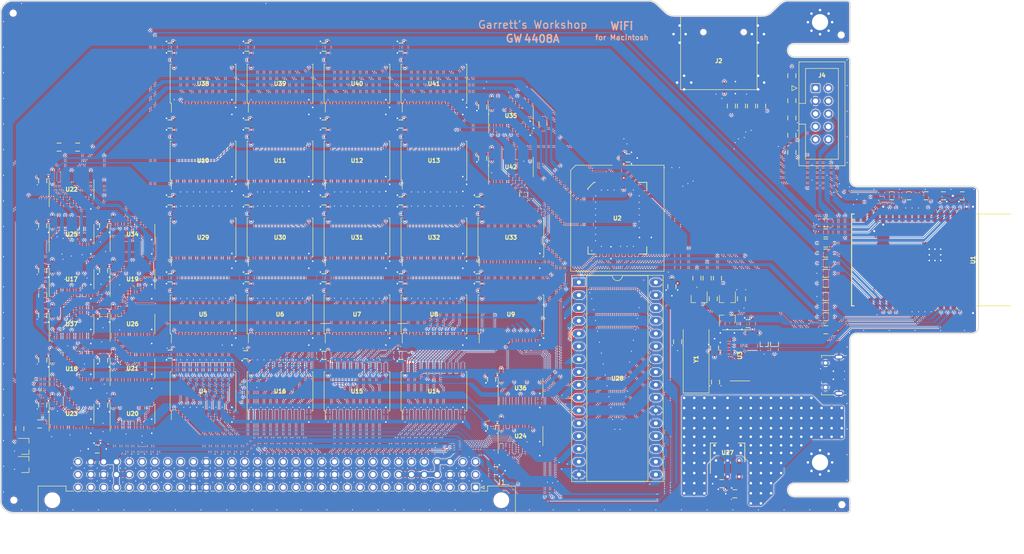
<source format=kicad_pcb>
(kicad_pcb (version 20171130) (host pcbnew "(5.1.10-1-10_14)")

  (general
    (thickness 1.6)
    (drawings 41)
    (tracks 5453)
    (zones 0)
    (modules 149)
    (nets 293)
  )

  (page A4)
  (layers
    (0 F.Cu signal)
    (1 In1.Cu power)
    (2 In2.Cu power)
    (31 B.Cu signal)
    (32 B.Adhes user)
    (33 F.Adhes user)
    (34 B.Paste user)
    (35 F.Paste user)
    (36 B.SilkS user)
    (37 F.SilkS user)
    (38 B.Mask user)
    (39 F.Mask user)
    (40 Dwgs.User user)
    (41 Cmts.User user)
    (42 Eco1.User user)
    (43 Eco2.User user)
    (44 Edge.Cuts user)
    (45 Margin user)
    (46 B.CrtYd user)
    (47 F.CrtYd user)
    (48 B.Fab user)
    (49 F.Fab user)
  )

  (setup
    (last_trace_width 0.15)
    (user_trace_width 0.2)
    (user_trace_width 0.25)
    (user_trace_width 0.3)
    (user_trace_width 0.35)
    (user_trace_width 0.4)
    (user_trace_width 0.45)
    (user_trace_width 0.5)
    (user_trace_width 0.6)
    (user_trace_width 0.7)
    (user_trace_width 0.8)
    (user_trace_width 1)
    (trace_clearance 0.15)
    (zone_clearance 0.15)
    (zone_45_only no)
    (trace_min 0.15)
    (via_size 0.5)
    (via_drill 0.2)
    (via_min_size 0.5)
    (via_min_drill 0.2)
    (user_via 0.6 0.3)
    (user_via 0.8 0.4)
    (user_via 1 0.5)
    (uvia_size 0.3)
    (uvia_drill 0.1)
    (uvias_allowed no)
    (uvia_min_size 0.2)
    (uvia_min_drill 0.1)
    (edge_width 0.05)
    (segment_width 0.2)
    (pcb_text_width 0.3)
    (pcb_text_size 1.5 1.5)
    (mod_edge_width 0.12)
    (mod_text_size 1 1)
    (mod_text_width 0.15)
    (pad_size 1.05 1.4)
    (pad_drill 0)
    (pad_to_mask_clearance 0)
    (aux_axis_origin 0 0)
    (visible_elements FFFFFF7F)
    (pcbplotparams
      (layerselection 0x010fc_ffffffff)
      (usegerberextensions true)
      (usegerberattributes false)
      (usegerberadvancedattributes false)
      (creategerberjobfile false)
      (excludeedgelayer true)
      (linewidth 0.100000)
      (plotframeref false)
      (viasonmask false)
      (mode 1)
      (useauxorigin false)
      (hpglpennumber 1)
      (hpglpenspeed 20)
      (hpglpendiameter 15.000000)
      (psnegative false)
      (psa4output false)
      (plotreference true)
      (plotvalue true)
      (plotinvisibletext false)
      (padsonsilk false)
      (subtractmaskfromsilk true)
      (outputformat 1)
      (mirror false)
      (drillshape 0)
      (scaleselection 1)
      (outputdirectory "gerber/"))
  )

  (net 0 "")
  (net 1 "Net-(C1-Pad1)")
  (net 2 GND)
  (net 3 "Net-(C2-Pad1)")
  (net 4 "Net-(J2-Pad8)")
  (net 5 /MISOr)
  (net 6 "Net-(J2-Pad5)")
  (net 7 +3V3)
  (net 8 "Net-(J2-Pad3)")
  (net 9 "Net-(J2-Pad2)")
  (net 10 "Net-(J2-Pad1)")
  (net 11 /DETr)
  (net 12 "Net-(J4-Pad5)")
  (net 13 "Net-(J4-Pad7)")
  (net 14 /ESP32/~TRST~)
  (net 15 /ESP32/TMS)
  (net 16 "Net-(J4-Pad4)")
  (net 17 /ESP32/TDO)
  (net 18 /ESP32/TDI)
  (net 19 /ESP32/~SRST~)
  (net 20 "Net-(Q1-Pad1)")
  (net 21 /ESP32/RTS)
  (net 22 /ESP32/EN)
  (net 23 /ESP32/IO0)
  (net 24 /ESP32/DTR)
  (net 25 "Net-(Q2-Pad1)")
  (net 26 /MOSI)
  (net 27 /S~CS~)
  (net 28 /SCK)
  (net 29 /MISO)
  (net 30 /DET)
  (net 31 /BusControl/~CLK~)
  (net 32 /BusControl/B~OE~)
  (net 33 /BusControl/BDIR)
  (net 34 /BusControl/ACK-2)
  (net 35 /AddrLatch/ACLK)
  (net 36 /ESP32/TCK)
  (net 37 /ESP32/IO2)
  (net 38 "Net-(R18-Pad2)")
  (net 39 /ROM/RD0)
  (net 40 /ROM/RD1)
  (net 41 /ROM/RD2)
  (net 42 /ROM/RD3)
  (net 43 /ROM/RD4)
  (net 44 /ROM/RD5)
  (net 45 /ROM/RD6)
  (net 46 /ROM/RD7)
  (net 47 +5V)
  (net 48 /ESP32/DBG_RX)
  (net 49 /ESP32/DBG_TX)
  (net 50 /ESP32/D+)
  (net 51 /ESP32/D-)
  (net 52 "Net-(U3-Pad9)")
  (net 53 "Net-(U3-Pad10)")
  (net 54 "Net-(U3-Pad11)")
  (net 55 "Net-(U3-Pad12)")
  (net 56 /DataReg/Q31)
  (net 57 /ESP32/NSCK)
  (net 58 /BusControl/REG~WE~)
  (net 59 /AddrLatch/~AD~4)
  (net 60 /AddrLatch/~AD~5)
  (net 61 /AddrLatch/~AD~6)
  (net 62 /AddrLatch/~AD~7)
  (net 63 /DataReg/Q23)
  (net 64 /AddrLatch/~AD~0)
  (net 65 /AddrLatch/~AD~1)
  (net 66 /AddrLatch/~AD~2)
  (net 67 /AddrLatch/~AD~3)
  (net 68 /AddrLatch/~AD~11)
  (net 69 /AddrLatch/~AD~10)
  (net 70 /AddrLatch/~AD~9)
  (net 71 /AddrLatch/~AD~8)
  (net 72 /DataReg/Q15)
  (net 73 /AddrLatch/~AD~15)
  (net 74 /AddrLatch/~AD~14)
  (net 75 /AddrLatch/~AD~13)
  (net 76 /AddrLatch/~AD~12)
  (net 77 /AddrLatch/~AD~20)
  (net 78 /AddrLatch/~AD~21)
  (net 79 /DataReg/Q7)
  (net 80 /AddrLatch/~AD~16)
  (net 81 /AddrLatch/~AD~17)
  (net 82 /AddrLatch/~AD~18)
  (net 83 /AddrLatch/~AD~19)
  (net 84 /DataReg/~AD~27)
  (net 85 /DataReg/~AD~26)
  (net 86 /DataReg/~AD~25)
  (net 87 /DataReg/~AD~24)
  (net 88 /BusControl/~AD~31)
  (net 89 /BusControl/~AD~30)
  (net 90 /BusControl/~AD~29)
  (net 91 /BusControl/~AD~28)
  (net 92 /BusControl/CLK)
  (net 93 /BusControl/REG~OE~)
  (net 94 /BusControl/~ACK~-2)
  (net 95 /BusControl/ACK-1)
  (net 96 /BusControl/~ACK~-1)
  (net 97 /BusControl/~CSTART~)
  (net 98 "Net-(U18-Pad8)")
  (net 99 /BusControl/ACK-0)
  (net 100 /CtrlStatReg/~RES~)
  (net 101 "Net-(U20-Pad3)")
  (net 102 /BusControl/~ID~2)
  (net 103 /BusControl/~ID~3)
  (net 104 "Net-(U20-Pad11)")
  (net 105 /BusControl/~ID~1)
  (net 106 "Net-(U20-Pad6)")
  (net 107 "Net-(U20-Pad8)")
  (net 108 /BusControl/~ID~0)
  (net 109 /BusControl/~CSEL~)
  (net 110 /BusControl/~START~ACK)
  (net 111 /BusControl/~START~)
  (net 112 /BusControl/START)
  (net 113 /BusControl/~WE~)
  (net 114 /BusControl/~OE~)
  (net 115 /DataReg/MISO)
  (net 116 /BusControl/~ACK~)
  (net 117 /BusControl/LA19)
  (net 118 /AddrLatch/~TM~0)
  (net 119 /AddrLatch/~TM~1)
  (net 120 "Net-(J1-PadA1)")
  (net 121 "Net-(J1-PadA2)")
  (net 122 "Net-(J1-PadA3)")
  (net 123 "Net-(J1-PadA4)")
  (net 124 "Net-(J1-PadA24)")
  (net 125 "Net-(J1-PadA25)")
  (net 126 "Net-(J1-PadA30)")
  (net 127 "Net-(J1-PadA32)")
  (net 128 "Net-(J1-PadB1)")
  (net 129 "Net-(J1-PadB8)")
  (net 130 "Net-(J1-PadB9)")
  (net 131 "Net-(J1-PadB10)")
  (net 132 "Net-(J1-PadB11)")
  (net 133 "Net-(J1-PadB24)")
  (net 134 "Net-(J1-PadB25)")
  (net 135 "Net-(J1-PadB26)")
  (net 136 "Net-(J1-PadB27)")
  (net 137 "Net-(J1-PadB32)")
  (net 138 "Net-(J1-PadC2)")
  (net 139 "Net-(J1-PadC24)")
  (net 140 "Net-(J1-PadC25)")
  (net 141 /AddrLatch/L~A~7)
  (net 142 /AddrLatch/L~A~6)
  (net 143 /AddrLatch/L~A~5)
  (net 144 /AddrLatch/L~A~4)
  (net 145 /AddrLatch/L~A~3)
  (net 146 /AddrLatch/L~A~2)
  (net 147 /AddrLatch/L~A~1)
  (net 148 /AddrLatch/L~A~0)
  (net 149 /AddrLatch/L~A~15)
  (net 150 /AddrLatch/L~A~14)
  (net 151 /AddrLatch/L~A~13)
  (net 152 /AddrLatch/L~A~12)
  (net 153 /AddrLatch/L~A~11)
  (net 154 /AddrLatch/L~A~10)
  (net 155 /AddrLatch/L~A~9)
  (net 156 /AddrLatch/L~A~8)
  (net 157 /AddrLatch/L~A~16)
  (net 158 /AddrLatch/L~A~17)
  (net 159 /AddrLatch/L~A~18)
  (net 160 /AddrLatch/L~A~19)
  (net 161 /AddrLatch/L~A~20)
  (net 162 /AddrLatch/L~A~21)
  (net 163 /AddrLatch/L~TM~1)
  (net 164 /AddrLatch/L~TM~0)
  (net 165 "Net-(J3-Pad4)")
  (net 166 "Net-(J3-Pad1)")
  (net 167 "Net-(U1-Pad22)")
  (net 168 "Net-(U1-Pad21)")
  (net 169 "Net-(U1-Pad20)")
  (net 170 "Net-(U1-Pad17)")
  (net 171 "Net-(U1-Pad18)")
  (net 172 "Net-(U1-Pad19)")
  (net 173 "Net-(U1-Pad32)")
  (net 174 /ESP32/N~CS~)
  (net 175 "Net-(U1-Pad28)")
  (net 176 "Net-(U1-Pad27)")
  (net 177 /BusControl/~CLK~r)
  (net 178 "Net-(Q4-Pad1)")
  (net 179 /ESP32/IRQ)
  (net 180 "Net-(J1-PadC23)")
  (net 181 "Net-(Q3-Pad1)")
  (net 182 /CtrlStatReg/ESP_~EN~)
  (net 183 "Net-(U1-Pad7)")
  (net 184 /CtrlStatReg/ROM~OE~)
  (net 185 /DataReg/Q33)
  (net 186 /DataReg/Q34)
  (net 187 /DataReg/Q35)
  (net 188 /DataReg/Q36)
  (net 189 /DataReg/Q37)
  (net 190 /DataReg/Q38)
  (net 191 /DataReg/Q39)
  (net 192 /DataReg/Q32)
  (net 193 /DataReg/Q30)
  (net 194 /DataReg/Q29)
  (net 195 /DataReg/Q28)
  (net 196 /DataReg/Q27)
  (net 197 /DataReg/Q26)
  (net 198 /DataReg/Q25)
  (net 199 /DataReg/Q17)
  (net 200 /DataReg/Q18)
  (net 201 /DataReg/Q19)
  (net 202 /DataReg/Q20)
  (net 203 /DataReg/Q21)
  (net 204 /DataReg/Q22)
  (net 205 /DataReg/Q24)
  (net 206 /DataReg/Q16)
  (net 207 /DataReg/Q14)
  (net 208 /DataReg/Q13)
  (net 209 /DataReg/Q12)
  (net 210 /DataReg/Q11)
  (net 211 /DataReg/Q10)
  (net 212 /DataReg/Q9)
  (net 213 /DataReg/Q1)
  (net 214 /DataReg/Q2)
  (net 215 /DataReg/Q3)
  (net 216 /DataReg/Q4)
  (net 217 /DataReg/Q5)
  (net 218 /DataReg/Q6)
  (net 219 /DataReg/Q8)
  (net 220 /CtrlStatReg/~RDREQ~N)
  (net 221 /CtrlStatReg/~WRREQ~N)
  (net 222 /CtrlStatReg/~AD~23)
  (net 223 /CtrlStatReg/~AD~22)
  (net 224 /CtrlStatReg/~NMRQ~)
  (net 225 "Net-(Q5-Pad1)")
  (net 226 "Net-(R31-Pad2)")
  (net 227 "Net-(R32-Pad2)")
  (net 228 /CtrlStatReg/~RDREQ~)
  (net 229 "Net-(U21-Pad10)")
  (net 230 "Net-(U23-Pad9)")
  (net 231 /CtrlStatReg/WRREQ)
  (net 232 /CtrlStatReg/~WRREQ~)
  (net 233 /CtrlStatReg/WR~IE~)
  (net 234 "Net-(U36-Pad5)")
  (net 235 /CtrlStatReg/RD~IE~)
  (net 236 "Net-(U21-Pad6)")
  (net 237 "Net-(U36-Pad9)")
  (net 238 "Net-(U18-Pad11)")
  (net 239 "Net-(U18-Pad10)")
  (net 240 "Net-(U18-Pad9)")
  (net 241 "Net-(U18-Pad13)")
  (net 242 "Net-(U18-Pad12)")
  (net 243 "Net-(U19-Pad1)")
  (net 244 "Net-(U35-Pad9)")
  (net 245 "Net-(U37-Pad8)")
  (net 246 "Net-(U37-Pad6)")
  (net 247 "Net-(R9-Pad1)")
  (net 248 "Net-(R9-Pad2)")
  (net 249 "Net-(U19-Pad9)")
  (net 250 /DataReg/MOSI)
  (net 251 /CtrlStatReg/RDCLK)
  (net 252 /CtrlStatReg/WRCLK)
  (net 253 /DataReg/RQ0)
  (net 254 /DataReg/RQ1)
  (net 255 /DataReg/RQ2)
  (net 256 /DataReg/RQ3)
  (net 257 /DataReg/RQ4)
  (net 258 /DataReg/RQ5)
  (net 259 /DataReg/RQ6)
  (net 260 /DataReg/RQ7)
  (net 261 /DataReg/RQ15)
  (net 262 /DataReg/RQ14)
  (net 263 /DataReg/RQ13)
  (net 264 /DataReg/RQ12)
  (net 265 /DataReg/RQ11)
  (net 266 /DataReg/RQ10)
  (net 267 /DataReg/RQ9)
  (net 268 /DataReg/RQ8)
  (net 269 /DataReg/RQ16)
  (net 270 /DataReg/RQ17)
  (net 271 /DataReg/RQ18)
  (net 272 /DataReg/RQ19)
  (net 273 /DataReg/RQ20)
  (net 274 /DataReg/RQ21)
  (net 275 /DataReg/RQ22)
  (net 276 /DataReg/RQ23)
  (net 277 /DataReg/RQ31)
  (net 278 /DataReg/RQ30)
  (net 279 /DataReg/RQ29)
  (net 280 /DataReg/RQ28)
  (net 281 /DataReg/RQ27)
  (net 282 /DataReg/RQ26)
  (net 283 /DataReg/RQ25)
  (net 284 /DataReg/RQ24)
  (net 285 "Net-(U29-Pad2)")
  (net 286 "Net-(U33-Pad12)")
  (net 287 "Net-(U38-Pad2)")
  (net 288 "Net-(U38-Pad11)")
  (net 289 "Net-(U1-Pad8)")
  (net 290 "Net-(R25-Pad1)")
  (net 291 "Net-(R26-Pad1)")
  (net 292 "Net-(R33-Pad1)")

  (net_class Default "This is the default net class."
    (clearance 0.15)
    (trace_width 0.15)
    (via_dia 0.5)
    (via_drill 0.2)
    (uvia_dia 0.3)
    (uvia_drill 0.1)
    (add_net +3V3)
    (add_net +5V)
    (add_net /AddrLatch/ACLK)
    (add_net /AddrLatch/L~A~0)
    (add_net /AddrLatch/L~A~1)
    (add_net /AddrLatch/L~A~10)
    (add_net /AddrLatch/L~A~11)
    (add_net /AddrLatch/L~A~12)
    (add_net /AddrLatch/L~A~13)
    (add_net /AddrLatch/L~A~14)
    (add_net /AddrLatch/L~A~15)
    (add_net /AddrLatch/L~A~16)
    (add_net /AddrLatch/L~A~17)
    (add_net /AddrLatch/L~A~18)
    (add_net /AddrLatch/L~A~19)
    (add_net /AddrLatch/L~A~2)
    (add_net /AddrLatch/L~A~20)
    (add_net /AddrLatch/L~A~21)
    (add_net /AddrLatch/L~A~3)
    (add_net /AddrLatch/L~A~4)
    (add_net /AddrLatch/L~A~5)
    (add_net /AddrLatch/L~A~6)
    (add_net /AddrLatch/L~A~7)
    (add_net /AddrLatch/L~A~8)
    (add_net /AddrLatch/L~A~9)
    (add_net /AddrLatch/L~TM~0)
    (add_net /AddrLatch/L~TM~1)
    (add_net /AddrLatch/~AD~0)
    (add_net /AddrLatch/~AD~1)
    (add_net /AddrLatch/~AD~10)
    (add_net /AddrLatch/~AD~11)
    (add_net /AddrLatch/~AD~12)
    (add_net /AddrLatch/~AD~13)
    (add_net /AddrLatch/~AD~14)
    (add_net /AddrLatch/~AD~15)
    (add_net /AddrLatch/~AD~16)
    (add_net /AddrLatch/~AD~17)
    (add_net /AddrLatch/~AD~18)
    (add_net /AddrLatch/~AD~19)
    (add_net /AddrLatch/~AD~2)
    (add_net /AddrLatch/~AD~20)
    (add_net /AddrLatch/~AD~21)
    (add_net /AddrLatch/~AD~3)
    (add_net /AddrLatch/~AD~4)
    (add_net /AddrLatch/~AD~5)
    (add_net /AddrLatch/~AD~6)
    (add_net /AddrLatch/~AD~7)
    (add_net /AddrLatch/~AD~8)
    (add_net /AddrLatch/~AD~9)
    (add_net /AddrLatch/~TM~0)
    (add_net /AddrLatch/~TM~1)
    (add_net /BusControl/ACK-0)
    (add_net /BusControl/ACK-1)
    (add_net /BusControl/ACK-2)
    (add_net /BusControl/BDIR)
    (add_net /BusControl/B~OE~)
    (add_net /BusControl/CLK)
    (add_net /BusControl/LA19)
    (add_net /BusControl/REG~OE~)
    (add_net /BusControl/REG~WE~)
    (add_net /BusControl/START)
    (add_net /BusControl/~ACK~)
    (add_net /BusControl/~ACK~-1)
    (add_net /BusControl/~ACK~-2)
    (add_net /BusControl/~AD~28)
    (add_net /BusControl/~AD~29)
    (add_net /BusControl/~AD~30)
    (add_net /BusControl/~AD~31)
    (add_net /BusControl/~CLK~)
    (add_net /BusControl/~CLK~r)
    (add_net /BusControl/~CSEL~)
    (add_net /BusControl/~CSTART~)
    (add_net /BusControl/~ID~0)
    (add_net /BusControl/~ID~1)
    (add_net /BusControl/~ID~2)
    (add_net /BusControl/~ID~3)
    (add_net /BusControl/~OE~)
    (add_net /BusControl/~START~)
    (add_net /BusControl/~START~ACK)
    (add_net /BusControl/~WE~)
    (add_net /CtrlStatReg/ESP_~EN~)
    (add_net /CtrlStatReg/RDCLK)
    (add_net /CtrlStatReg/RD~IE~)
    (add_net /CtrlStatReg/ROM~OE~)
    (add_net /CtrlStatReg/WRCLK)
    (add_net /CtrlStatReg/WRREQ)
    (add_net /CtrlStatReg/WR~IE~)
    (add_net /CtrlStatReg/~AD~22)
    (add_net /CtrlStatReg/~AD~23)
    (add_net /CtrlStatReg/~NMRQ~)
    (add_net /CtrlStatReg/~RDREQ~)
    (add_net /CtrlStatReg/~RDREQ~N)
    (add_net /CtrlStatReg/~RES~)
    (add_net /CtrlStatReg/~WRREQ~)
    (add_net /CtrlStatReg/~WRREQ~N)
    (add_net /DET)
    (add_net /DETr)
    (add_net /DataReg/MISO)
    (add_net /DataReg/MOSI)
    (add_net /DataReg/Q1)
    (add_net /DataReg/Q10)
    (add_net /DataReg/Q11)
    (add_net /DataReg/Q12)
    (add_net /DataReg/Q13)
    (add_net /DataReg/Q14)
    (add_net /DataReg/Q15)
    (add_net /DataReg/Q16)
    (add_net /DataReg/Q17)
    (add_net /DataReg/Q18)
    (add_net /DataReg/Q19)
    (add_net /DataReg/Q2)
    (add_net /DataReg/Q20)
    (add_net /DataReg/Q21)
    (add_net /DataReg/Q22)
    (add_net /DataReg/Q23)
    (add_net /DataReg/Q24)
    (add_net /DataReg/Q25)
    (add_net /DataReg/Q26)
    (add_net /DataReg/Q27)
    (add_net /DataReg/Q28)
    (add_net /DataReg/Q29)
    (add_net /DataReg/Q3)
    (add_net /DataReg/Q30)
    (add_net /DataReg/Q31)
    (add_net /DataReg/Q32)
    (add_net /DataReg/Q33)
    (add_net /DataReg/Q34)
    (add_net /DataReg/Q35)
    (add_net /DataReg/Q36)
    (add_net /DataReg/Q37)
    (add_net /DataReg/Q38)
    (add_net /DataReg/Q39)
    (add_net /DataReg/Q4)
    (add_net /DataReg/Q5)
    (add_net /DataReg/Q6)
    (add_net /DataReg/Q7)
    (add_net /DataReg/Q8)
    (add_net /DataReg/Q9)
    (add_net /DataReg/RQ0)
    (add_net /DataReg/RQ1)
    (add_net /DataReg/RQ10)
    (add_net /DataReg/RQ11)
    (add_net /DataReg/RQ12)
    (add_net /DataReg/RQ13)
    (add_net /DataReg/RQ14)
    (add_net /DataReg/RQ15)
    (add_net /DataReg/RQ16)
    (add_net /DataReg/RQ17)
    (add_net /DataReg/RQ18)
    (add_net /DataReg/RQ19)
    (add_net /DataReg/RQ2)
    (add_net /DataReg/RQ20)
    (add_net /DataReg/RQ21)
    (add_net /DataReg/RQ22)
    (add_net /DataReg/RQ23)
    (add_net /DataReg/RQ24)
    (add_net /DataReg/RQ25)
    (add_net /DataReg/RQ26)
    (add_net /DataReg/RQ27)
    (add_net /DataReg/RQ28)
    (add_net /DataReg/RQ29)
    (add_net /DataReg/RQ3)
    (add_net /DataReg/RQ30)
    (add_net /DataReg/RQ31)
    (add_net /DataReg/RQ4)
    (add_net /DataReg/RQ5)
    (add_net /DataReg/RQ6)
    (add_net /DataReg/RQ7)
    (add_net /DataReg/RQ8)
    (add_net /DataReg/RQ9)
    (add_net /DataReg/~AD~24)
    (add_net /DataReg/~AD~25)
    (add_net /DataReg/~AD~26)
    (add_net /DataReg/~AD~27)
    (add_net /ESP32/D+)
    (add_net /ESP32/D-)
    (add_net /ESP32/DBG_RX)
    (add_net /ESP32/DBG_TX)
    (add_net /ESP32/DTR)
    (add_net /ESP32/EN)
    (add_net /ESP32/IO0)
    (add_net /ESP32/IO2)
    (add_net /ESP32/IRQ)
    (add_net /ESP32/NSCK)
    (add_net /ESP32/N~CS~)
    (add_net /ESP32/RTS)
    (add_net /ESP32/TCK)
    (add_net /ESP32/TDI)
    (add_net /ESP32/TDO)
    (add_net /ESP32/TMS)
    (add_net /ESP32/~SRST~)
    (add_net /ESP32/~TRST~)
    (add_net /MISO)
    (add_net /MISOr)
    (add_net /MOSI)
    (add_net /ROM/RD0)
    (add_net /ROM/RD1)
    (add_net /ROM/RD2)
    (add_net /ROM/RD3)
    (add_net /ROM/RD4)
    (add_net /ROM/RD5)
    (add_net /ROM/RD6)
    (add_net /ROM/RD7)
    (add_net /SCK)
    (add_net /S~CS~)
    (add_net GND)
    (add_net "Net-(C1-Pad1)")
    (add_net "Net-(C2-Pad1)")
    (add_net "Net-(J1-PadA1)")
    (add_net "Net-(J1-PadA2)")
    (add_net "Net-(J1-PadA24)")
    (add_net "Net-(J1-PadA25)")
    (add_net "Net-(J1-PadA3)")
    (add_net "Net-(J1-PadA30)")
    (add_net "Net-(J1-PadA32)")
    (add_net "Net-(J1-PadA4)")
    (add_net "Net-(J1-PadB1)")
    (add_net "Net-(J1-PadB10)")
    (add_net "Net-(J1-PadB11)")
    (add_net "Net-(J1-PadB24)")
    (add_net "Net-(J1-PadB25)")
    (add_net "Net-(J1-PadB26)")
    (add_net "Net-(J1-PadB27)")
    (add_net "Net-(J1-PadB32)")
    (add_net "Net-(J1-PadB8)")
    (add_net "Net-(J1-PadB9)")
    (add_net "Net-(J1-PadC2)")
    (add_net "Net-(J1-PadC23)")
    (add_net "Net-(J1-PadC24)")
    (add_net "Net-(J1-PadC25)")
    (add_net "Net-(J2-Pad1)")
    (add_net "Net-(J2-Pad2)")
    (add_net "Net-(J2-Pad3)")
    (add_net "Net-(J2-Pad5)")
    (add_net "Net-(J2-Pad8)")
    (add_net "Net-(J3-Pad1)")
    (add_net "Net-(J3-Pad4)")
    (add_net "Net-(J4-Pad4)")
    (add_net "Net-(J4-Pad5)")
    (add_net "Net-(J4-Pad7)")
    (add_net "Net-(Q1-Pad1)")
    (add_net "Net-(Q2-Pad1)")
    (add_net "Net-(Q3-Pad1)")
    (add_net "Net-(Q4-Pad1)")
    (add_net "Net-(Q5-Pad1)")
    (add_net "Net-(R18-Pad2)")
    (add_net "Net-(R25-Pad1)")
    (add_net "Net-(R26-Pad1)")
    (add_net "Net-(R31-Pad2)")
    (add_net "Net-(R32-Pad2)")
    (add_net "Net-(R33-Pad1)")
    (add_net "Net-(R9-Pad1)")
    (add_net "Net-(R9-Pad2)")
    (add_net "Net-(U1-Pad17)")
    (add_net "Net-(U1-Pad18)")
    (add_net "Net-(U1-Pad19)")
    (add_net "Net-(U1-Pad20)")
    (add_net "Net-(U1-Pad21)")
    (add_net "Net-(U1-Pad22)")
    (add_net "Net-(U1-Pad27)")
    (add_net "Net-(U1-Pad28)")
    (add_net "Net-(U1-Pad32)")
    (add_net "Net-(U1-Pad7)")
    (add_net "Net-(U1-Pad8)")
    (add_net "Net-(U18-Pad10)")
    (add_net "Net-(U18-Pad11)")
    (add_net "Net-(U18-Pad12)")
    (add_net "Net-(U18-Pad13)")
    (add_net "Net-(U18-Pad8)")
    (add_net "Net-(U18-Pad9)")
    (add_net "Net-(U19-Pad1)")
    (add_net "Net-(U19-Pad9)")
    (add_net "Net-(U20-Pad11)")
    (add_net "Net-(U20-Pad3)")
    (add_net "Net-(U20-Pad6)")
    (add_net "Net-(U20-Pad8)")
    (add_net "Net-(U21-Pad10)")
    (add_net "Net-(U21-Pad6)")
    (add_net "Net-(U23-Pad9)")
    (add_net "Net-(U29-Pad2)")
    (add_net "Net-(U3-Pad10)")
    (add_net "Net-(U3-Pad11)")
    (add_net "Net-(U3-Pad12)")
    (add_net "Net-(U3-Pad9)")
    (add_net "Net-(U33-Pad12)")
    (add_net "Net-(U35-Pad9)")
    (add_net "Net-(U36-Pad5)")
    (add_net "Net-(U36-Pad9)")
    (add_net "Net-(U37-Pad6)")
    (add_net "Net-(U37-Pad8)")
    (add_net "Net-(U38-Pad11)")
    (add_net "Net-(U38-Pad2)")
  )

  (module stdpads:C_0805 (layer F.Cu) (tedit 5F02840E) (tstamp 61A76E7A)
    (at 166.585 128.778)
    (tags capacitor)
    (path /6400A649/62113F00)
    (solder_mask_margin 0.05)
    (solder_paste_margin -0.025)
    (attr smd)
    (fp_text reference C34 (at 0 0 180) (layer F.Fab)
      (effects (font (size 0.254 0.254) (thickness 0.0635)))
    )
    (fp_text value 10u (at 0 0.35) (layer F.Fab)
      (effects (font (size 0.254 0.254) (thickness 0.0635)))
    )
    (fp_line (start 1.7 1) (end -1.7 1) (layer F.CrtYd) (width 0.05))
    (fp_line (start 1.7 -1) (end 1.7 1) (layer F.CrtYd) (width 0.05))
    (fp_line (start -1.7 -1) (end 1.7 -1) (layer F.CrtYd) (width 0.05))
    (fp_line (start -1.7 1) (end -1.7 -1) (layer F.CrtYd) (width 0.05))
    (fp_line (start -0.4064 0.8) (end 0.4064 0.8) (layer F.SilkS) (width 0.1524))
    (fp_line (start -0.4064 -0.8) (end 0.4064 -0.8) (layer F.SilkS) (width 0.1524))
    (fp_line (start 1 0.625) (end -1 0.625) (layer F.Fab) (width 0.15))
    (fp_line (start 1 -0.625) (end 1 0.625) (layer F.Fab) (width 0.15))
    (fp_line (start -1 -0.625) (end 1 -0.625) (layer F.Fab) (width 0.15))
    (fp_line (start -1 0.625) (end -1 -0.625) (layer F.Fab) (width 0.15))
    (fp_text user %R (at 0 0 180) (layer F.SilkS) hide
      (effects (font (size 0.254 0.254) (thickness 0.0635)))
    )
    (pad 1 smd roundrect (at -0.85 0) (size 1.05 1.4) (layers F.Cu F.Paste F.Mask) (roundrect_rratio 0.25)
      (net 47 +5V))
    (pad 2 smd roundrect (at 0.85 0) (size 1.05 1.4) (layers F.Cu F.Paste F.Mask) (roundrect_rratio 0.25)
      (net 2 GND))
    (model ${KISYS3DMOD}/Capacitor_SMD.3dshapes/C_0805_2012Metric.wrl
      (at (xyz 0 0 0))
      (scale (xyz 1 1 1))
      (rotate (xyz 0 0 0))
    )
  )

  (module stdpads:ESP32-WROVER_WROOM-32_WROVER (layer F.Cu) (tedit 602A4B2B) (tstamp 61A76D38)
    (at 255.778 86.995 180)
    (path /64084316/640945CC)
    (solder_mask_margin 0.05)
    (solder_paste_margin -0.05)
    (attr smd)
    (fp_text reference U1 (at -5.2705 0 90) (layer F.Fab)
      (effects (font (size 0.8128 0.8128) (thickness 0.2032)))
    )
    (fp_text value ESP-WROVER-32 (at -3.7705 0 90) (layer F.Fab) hide
      (effects (font (size 0.8128 0.8128) (thickness 0.2032)))
    )
    (fp_line (start 18.7695 -9.1) (end 18.7695 9.1) (layer F.SilkS) (width 0.2032))
    (fp_line (start 18.7695 -9.1) (end 18.2695 -9.1) (layer F.SilkS) (width 0.2032))
    (fp_line (start -6.4105 9) (end -6.4105 -9) (layer F.Fab) (width 0.05))
    (fp_line (start -5.9205 -9.1) (end -12.7605 -9.1) (layer F.SilkS) (width 0.2032))
    (fp_line (start -5.9205 9.1) (end -12.7605 9.1) (layer F.SilkS) (width 0.2032))
    (fp_line (start 18.7695 9.1) (end 18.2695 9.1) (layer F.SilkS) (width 0.2032))
    (fp_line (start -6.4105 9.1) (end -6.4105 -9.1) (layer F.SilkS) (width 0.2032))
    (fp_line (start -12.7605 9) (end 18.6895 9) (layer F.Fab) (width 0.05))
    (fp_line (start 18.6895 9) (end 18.6895 -9) (layer F.Fab) (width 0.05))
    (fp_line (start 18.6895 -9) (end -12.7605 -9) (layer F.Fab) (width 0.05))
    (fp_line (start -12.7605 -9) (end -12.7605 9) (layer F.Fab) (width 0.05))
    (fp_line (start 21.2295 11.55) (end -15.3205 11.55) (layer F.CrtYd) (width 0.12))
    (fp_line (start -15.3205 -11.55) (end 21.2295 -11.55) (layer F.CrtYd) (width 0.12))
    (fp_line (start 21.2295 -11.55) (end 21.2295 11.55) (layer F.CrtYd) (width 0.12))
    (fp_line (start -15.3205 11.55) (end -15.3205 -11.55) (layer F.CrtYd) (width 0.12))
    (fp_text user %R (at -5.2705 0 90) (layer F.SilkS)
      (effects (font (size 0.8128 0.8128) (thickness 0.2032)))
    )
    (pad 24 smd oval (at 12.5195 -5.715) (size 2.5 0.9) (layers F.Cu F.Mask)
      (net 37 /ESP32/IO2))
    (pad 23 smd oval (at 12.5195 -4.445) (size 2.5 0.9) (layers F.Cu F.Mask)
      (net 17 /ESP32/TDO))
    (pad 22 smd oval (at 12.5195 -3.175) (size 2.5 0.9) (layers F.Cu F.Mask)
      (net 167 "Net-(U1-Pad22)"))
    (pad 21 smd oval (at 12.5195 -1.905) (size 2.5 0.9) (layers F.Cu F.Mask)
      (net 168 "Net-(U1-Pad21)"))
    (pad 20 smd oval (at 12.5195 -0.635) (size 2.5 0.9) (layers F.Cu F.Mask)
      (net 169 "Net-(U1-Pad20)"))
    (pad 15 smd oval (at 12.5195 5.715) (size 2.5 0.9) (layers F.Cu F.Mask)
      (net 2 GND))
    (pad 16 smd oval (at 12.5195 4.445) (size 2.5 0.9) (layers F.Cu F.Mask)
      (net 36 /ESP32/TCK))
    (pad 17 smd oval (at 12.5195 3.175) (size 2.5 0.9) (layers F.Cu F.Mask)
      (net 170 "Net-(U1-Pad17)"))
    (pad 18 smd oval (at 12.5195 1.905) (size 2.5 0.9) (layers F.Cu F.Mask)
      (net 171 "Net-(U1-Pad18)"))
    (pad 19 smd oval (at 12.5195 0.635) (size 2.5 0.9) (layers F.Cu F.Mask)
      (net 172 "Net-(U1-Pad19)"))
    (pad 38 smd oval (at -5.2705 -8.75 270) (size 2.5 0.9) (layers F.Cu F.Paste F.Mask)
      (net 2 GND))
    (pad 37 smd oval (at -4.0005 -8.75 270) (size 2.5 0.9) (layers F.Cu F.Paste F.Mask)
      (net 250 /DataReg/MOSI))
    (pad 36 smd oval (at -2.7305 -8.75 270) (size 2.5 0.9) (layers F.Cu F.Paste F.Mask)
      (net 290 "Net-(R25-Pad1)"))
    (pad 35 smd oval (at -1.4605 -8.75 270) (size 2.5 0.9) (layers F.Cu F.Paste F.Mask)
      (net 48 /ESP32/DBG_RX))
    (pad 34 smd oval (at -0.1905 -8.75 270) (size 2.5 0.9) (layers F.Cu F.Paste F.Mask)
      (net 49 /ESP32/DBG_TX))
    (pad 33 smd oval (at 1.0795 -8.75 270) (size 2.5 0.9) (layers F.Cu F.Paste F.Mask)
      (net 291 "Net-(R26-Pad1)"))
    (pad 32 smd oval (at 2.3495 -8.75 270) (size 2.5 0.9) (layers F.Cu F.Paste F.Mask)
      (net 173 "Net-(U1-Pad32)"))
    (pad 31 smd oval (at 3.6195 -8.75 270) (size 2.5 0.9) (layers F.Cu F.Paste F.Mask)
      (net 115 /DataReg/MISO))
    (pad 30 smd oval (at 4.8895 -8.75 270) (size 2.5 0.9) (layers F.Cu F.Paste F.Mask)
      (net 292 "Net-(R33-Pad1)"))
    (pad 29 smd oval (at 6.1595 -8.75 270) (size 2.5 0.9) (layers F.Cu F.Paste F.Mask)
      (net 174 /ESP32/N~CS~))
    (pad 28 smd oval (at 7.4295 -8.75 270) (size 2.5 0.9) (layers F.Cu F.Paste F.Mask)
      (net 175 "Net-(U1-Pad28)"))
    (pad 27 smd oval (at 8.6995 -8.75 270) (size 2.5 0.9) (layers F.Cu F.Paste F.Mask)
      (net 176 "Net-(U1-Pad27)"))
    (pad 26 smd oval (at 9.9695 -8.75 270) (size 2.5 0.9) (layers F.Cu F.Paste F.Mask)
      (net 179 /ESP32/IRQ))
    (pad 25 smd oval (at 11.2395 -8.75 270) (size 2.5 0.9) (layers F.Cu F.Paste F.Mask)
      (net 23 /ESP32/IO0))
    (pad 24 smd oval (at 12.5095 -8.75 270) (size 2.5 0.9) (layers F.Cu F.Paste F.Mask)
      (net 37 /ESP32/IO2))
    (pad 23 smd oval (at 13.7795 -8.75 270) (size 2.5 0.9) (layers F.Cu F.Paste F.Mask)
      (net 17 /ESP32/TDO))
    (pad 22 smd oval (at 15.0495 -8.75 270) (size 2.5 0.9) (layers F.Cu F.Paste F.Mask)
      (net 167 "Net-(U1-Pad22)"))
    (pad 21 smd oval (at 16.3195 -8.75 270) (size 2.5 0.9) (layers F.Cu F.Paste F.Mask)
      (net 168 "Net-(U1-Pad21)"))
    (pad 20 smd oval (at 17.5895 -8.75 270) (size 2.5 0.9) (layers F.Cu F.Paste F.Mask)
      (net 169 "Net-(U1-Pad20)"))
    (pad 19 smd oval (at 17.5895 8.75 270) (size 2.5 0.9) (layers F.Cu F.Paste F.Mask)
      (net 172 "Net-(U1-Pad19)"))
    (pad 18 smd oval (at 16.3195 8.75 270) (size 2.5 0.9) (layers F.Cu F.Paste F.Mask)
      (net 171 "Net-(U1-Pad18)"))
    (pad 17 smd oval (at 15.0495 8.75 270) (size 2.5 0.9) (layers F.Cu F.Paste F.Mask)
      (net 170 "Net-(U1-Pad17)"))
    (pad 16 smd oval (at 13.7795 8.75 270) (size 2.5 0.9) (layers F.Cu F.Paste F.Mask)
      (net 36 /ESP32/TCK))
    (pad 15 smd oval (at 12.5095 8.75 270) (size 2.5 0.9) (layers F.Cu F.Paste F.Mask)
      (net 2 GND))
    (pad 14 smd oval (at 11.2395 8.75 270) (size 2.5 0.9) (layers F.Cu F.Paste F.Mask)
      (net 18 /ESP32/TDI))
    (pad 13 smd oval (at 9.9695 8.75 270) (size 2.5 0.9) (layers F.Cu F.Paste F.Mask)
      (net 15 /ESP32/TMS))
    (pad 12 smd oval (at 8.6995 8.75 270) (size 2.5 0.9) (layers F.Cu F.Paste F.Mask)
      (net 29 /MISO))
    (pad 11 smd oval (at 7.4295 8.75 270) (size 2.5 0.9) (layers F.Cu F.Paste F.Mask)
      (net 28 /SCK))
    (pad 10 smd oval (at 6.1595 8.75 270) (size 2.5 0.9) (layers F.Cu F.Paste F.Mask)
      (net 27 /S~CS~))
    (pad 9 smd oval (at 4.8895 8.75 270) (size 2.5 0.9) (layers F.Cu F.Paste F.Mask)
      (net 26 /MOSI))
    (pad 8 smd oval (at 3.6195 8.75 270) (size 2.5 0.9) (layers F.Cu F.Paste F.Mask)
      (net 289 "Net-(U1-Pad8)"))
    (pad 7 smd oval (at 2.3495 8.75 270) (size 2.5 0.9) (layers F.Cu F.Paste F.Mask)
      (net 183 "Net-(U1-Pad7)"))
    (pad 6 smd oval (at 1.0795 8.75 270) (size 2.5 0.9) (layers F.Cu F.Paste F.Mask)
      (net 228 /CtrlStatReg/~RDREQ~))
    (pad 5 smd oval (at -0.1905 8.75 270) (size 2.5 0.9) (layers F.Cu F.Paste F.Mask)
      (net 232 /CtrlStatReg/~WRREQ~))
    (pad 4 smd oval (at -1.4605 8.75 270) (size 2.5 0.9) (layers F.Cu F.Paste F.Mask)
      (net 30 /DET))
    (pad 3 smd oval (at -2.7305 8.75 270) (size 2.5 0.9) (layers F.Cu F.Paste F.Mask)
      (net 22 /ESP32/EN))
    (pad 2 smd oval (at -4.0005 8.75 270) (size 2.5 0.9) (layers F.Cu F.Paste F.Mask)
      (net 7 +3V3))
    (pad 1 smd oval (at -5.2705 8.75 270) (size 2.5 0.9) (layers F.Cu F.Paste F.Mask)
      (net 2 GND))
    (pad 39 smd rect (at 2.2595 1 270) (size 5 5) (layers F.Cu F.Mask)
      (net 2 GND) (zone_connect 2))
    (pad 39 thru_hole circle (at 3.3865 2.127 270) (size 0.8 0.8) (drill 0.3) (layers *.Cu F.Mask)
      (net 2 GND) (zone_connect 2))
    (pad 39 thru_hole circle (at 2.2595 2.127 270) (size 0.8 0.8) (drill 0.3) (layers *.Cu F.Mask)
      (net 2 GND) (zone_connect 2))
    (pad 39 thru_hole circle (at 1.1325 2.127 270) (size 0.8 0.8) (drill 0.3) (layers *.Cu F.Mask)
      (net 2 GND) (zone_connect 2))
    (pad 39 thru_hole circle (at 1.1325 -0.127 270) (size 0.8 0.8) (drill 0.3) (layers *.Cu F.Mask)
      (net 2 GND) (zone_connect 2))
    (pad 39 thru_hole circle (at 2.2595 -0.127 270) (size 0.8 0.8) (drill 0.3) (layers *.Cu F.Mask)
      (net 2 GND) (zone_connect 2))
    (pad 39 thru_hole circle (at 3.3865 -0.127 270) (size 0.8 0.8) (drill 0.3) (layers *.Cu F.Mask)
      (net 2 GND) (zone_connect 2))
    (pad 39 thru_hole circle (at 3.3865 1 270) (size 0.8 0.8) (drill 0.3) (layers *.Cu F.Mask)
      (net 2 GND) (zone_connect 2))
    (pad 39 thru_hole circle (at 1.1325 1 270) (size 0.8 0.8) (drill 0.3) (layers *.Cu F.Mask)
      (net 2 GND) (zone_connect 2))
    (pad 39 smd rect (at 0.2275 1 270) (size 3 0.5) (layers F.Cu F.Paste F.Mask)
      (net 2 GND) (zone_connect 2))
    (pad 39 smd rect (at 2.2595 3.032 270) (size 0.5 3) (layers F.Cu F.Paste F.Mask)
      (net 2 GND) (zone_connect 2))
    (pad 39 smd rect (at 4.2915 1 270) (size 3 0.5) (layers F.Cu F.Paste F.Mask)
      (net 2 GND) (zone_connect 2))
    (pad 39 smd rect (at 2.2595 -1.159 270) (size 0.5 3) (layers F.Cu F.Paste F.Mask)
      (net 2 GND) (zone_connect 2))
    (pad 39 smd rect (at 2.2595 1 270) (size 1.5 1.5) (layers F.Cu F.Paste F.Mask)
      (net 2 GND) (zone_connect 2))
    (model ${KISYS3DMOD}/RF_Module.3dshapes/ESP32-WROOM-32.wrl
      (offset (xyz 2.94 0 0))
      (scale (xyz 1 1 1))
      (rotate (xyz 0 0 -90))
    )
    (model ${KISYS3DMOD}/RF_Module.3dshapes/ESP32-WROOM-32.wrl
      (offset (xyz 9.300000000000001 0 0))
      (scale (xyz 1 1 1))
      (rotate (xyz 0 0 -90))
    )
  )

  (module stdpads:R_0805 (layer F.Cu) (tedit 5F027DD1) (tstamp 61A76DEA)
    (at 225.171 62.296 90)
    (tags resistor)
    (path /64084316/6420429E)
    (solder_mask_margin 0.05)
    (solder_paste_margin -0.025)
    (attr smd)
    (fp_text reference R24 (at 0 0 90) (layer F.Fab)
      (effects (font (size 0.254 0.254) (thickness 0.0635)))
    )
    (fp_text value DNP (at 0 0.35 90) (layer F.Fab)
      (effects (font (size 0.254 0.254) (thickness 0.0635)))
    )
    (fp_line (start -1 0.625) (end -1 -0.625) (layer F.Fab) (width 0.1))
    (fp_line (start -1 -0.625) (end 1 -0.625) (layer F.Fab) (width 0.1))
    (fp_line (start 1 -0.625) (end 1 0.625) (layer F.Fab) (width 0.1))
    (fp_line (start 1 0.625) (end -1 0.625) (layer F.Fab) (width 0.1))
    (fp_line (start -0.4064 -0.8) (end 0.4064 -0.8) (layer F.SilkS) (width 0.1524))
    (fp_line (start -0.4064 0.8) (end 0.4064 0.8) (layer F.SilkS) (width 0.1524))
    (fp_line (start -1.7 1) (end -1.7 -1) (layer F.CrtYd) (width 0.05))
    (fp_line (start -1.7 -1) (end 1.7 -1) (layer F.CrtYd) (width 0.05))
    (fp_line (start 1.7 -1) (end 1.7 1) (layer F.CrtYd) (width 0.05))
    (fp_line (start 1.7 1) (end -1.7 1) (layer F.CrtYd) (width 0.05))
    (fp_text user %R (at 0 0 270) (layer F.SilkS) hide
      (effects (font (size 0.254 0.254) (thickness 0.0635)))
    )
    (pad 1 smd roundrect (at -0.95 0 90) (size 0.85 1.4) (layers F.Cu F.Paste F.Mask) (roundrect_rratio 0.25)
      (net 18 /ESP32/TDI))
    (pad 2 smd roundrect (at 0.95 0 90) (size 0.85 1.4) (layers F.Cu F.Paste F.Mask) (roundrect_rratio 0.25)
      (net 2 GND))
    (model ${KISYS3DMOD}/Resistor_SMD.3dshapes/R_0805_2012Metric.wrl
      (at (xyz 0 0 0))
      (scale (xyz 1 1 1))
      (rotate (xyz 0 0 0))
    )
  )

  (module Connector_IDC:IDC-Header_2x05_P2.54mm_Vertical (layer F.Cu) (tedit 5EAC9A07) (tstamp 61A76C8D)
    (at 229.87 52.959)
    (descr "Through hole IDC box header, 2x05, 2.54mm pitch, DIN 41651 / IEC 60603-13, double rows, https://docs.google.com/spreadsheets/d/16SsEcesNF15N3Lb4niX7dcUr-NY5_MFPQhobNuNppn4/edit#gid=0")
    (tags "Through hole vertical IDC box header THT 2x05 2.54mm double row")
    (path /64084316/641CD4DC)
    (fp_text reference J4 (at 1.27 -2.54) (layer F.SilkS)
      (effects (font (size 0.8128 0.8128) (thickness 0.2032)))
    )
    (fp_text value JTAG (at 3.81 5.08 90) (layer F.Fab)
      (effects (font (size 0.8128 0.8128) (thickness 0.2032)))
    )
    (fp_line (start 6.22 -5.6) (end -3.68 -5.6) (layer F.CrtYd) (width 0.05))
    (fp_line (start 6.22 15.76) (end 6.22 -5.6) (layer F.CrtYd) (width 0.05))
    (fp_line (start -3.68 15.76) (end 6.22 15.76) (layer F.CrtYd) (width 0.05))
    (fp_line (start -3.68 -5.6) (end -3.68 15.76) (layer F.CrtYd) (width 0.05))
    (fp_line (start -4.68 0.5) (end -3.68 0) (layer F.SilkS) (width 0.12))
    (fp_line (start -4.68 -0.5) (end -4.68 0.5) (layer F.SilkS) (width 0.12))
    (fp_line (start -3.68 0) (end -4.68 -0.5) (layer F.SilkS) (width 0.12))
    (fp_line (start -1.98 7.13) (end -3.29 7.13) (layer F.SilkS) (width 0.12))
    (fp_line (start -1.98 7.13) (end -1.98 7.13) (layer F.SilkS) (width 0.12))
    (fp_line (start -1.98 14.07) (end -1.98 7.13) (layer F.SilkS) (width 0.12))
    (fp_line (start 4.52 14.07) (end -1.98 14.07) (layer F.SilkS) (width 0.12))
    (fp_line (start 4.52 -3.91) (end 4.52 14.07) (layer F.SilkS) (width 0.12))
    (fp_line (start -1.98 -3.91) (end 4.52 -3.91) (layer F.SilkS) (width 0.12))
    (fp_line (start -1.98 3.03) (end -1.98 -3.91) (layer F.SilkS) (width 0.12))
    (fp_line (start -3.29 3.03) (end -1.98 3.03) (layer F.SilkS) (width 0.12))
    (fp_line (start -3.29 15.37) (end -3.29 -5.21) (layer F.SilkS) (width 0.12))
    (fp_line (start 5.83 15.37) (end -3.29 15.37) (layer F.SilkS) (width 0.12))
    (fp_line (start 5.83 -5.21) (end 5.83 15.37) (layer F.SilkS) (width 0.12))
    (fp_line (start -3.29 -5.21) (end 5.83 -5.21) (layer F.SilkS) (width 0.12))
    (fp_line (start -1.98 7.13) (end -3.18 7.13) (layer F.Fab) (width 0.1))
    (fp_line (start -1.98 7.13) (end -1.98 7.13) (layer F.Fab) (width 0.1))
    (fp_line (start -1.98 14.07) (end -1.98 7.13) (layer F.Fab) (width 0.1))
    (fp_line (start 4.52 14.07) (end -1.98 14.07) (layer F.Fab) (width 0.1))
    (fp_line (start 4.52 -3.91) (end 4.52 14.07) (layer F.Fab) (width 0.1))
    (fp_line (start -1.98 -3.91) (end 4.52 -3.91) (layer F.Fab) (width 0.1))
    (fp_line (start -1.98 3.03) (end -1.98 -3.91) (layer F.Fab) (width 0.1))
    (fp_line (start -3.18 3.03) (end -1.98 3.03) (layer F.Fab) (width 0.1))
    (fp_line (start -3.18 15.26) (end -3.18 -4.1) (layer F.Fab) (width 0.1))
    (fp_line (start 5.72 15.26) (end -3.18 15.26) (layer F.Fab) (width 0.1))
    (fp_line (start 5.72 -5.1) (end 5.72 15.26) (layer F.Fab) (width 0.1))
    (fp_line (start -2.18 -5.1) (end 5.72 -5.1) (layer F.Fab) (width 0.1))
    (fp_line (start -3.18 -4.1) (end -2.18 -5.1) (layer F.Fab) (width 0.1))
    (pad 1 thru_hole roundrect (at 0 0) (size 1.7 1.7) (drill 1) (layers *.Cu *.Mask) (roundrect_rratio 0.1470588235294118)
      (net 7 +3V3))
    (pad 3 thru_hole circle (at 0 2.54) (size 1.7 1.7) (drill 1) (layers *.Cu *.Mask)
      (net 2 GND))
    (pad 5 thru_hole circle (at 0 5.08) (size 1.7 1.7) (drill 1) (layers *.Cu *.Mask)
      (net 12 "Net-(J4-Pad5)"))
    (pad 7 thru_hole circle (at 0 7.62) (size 1.7 1.7) (drill 1) (layers *.Cu *.Mask)
      (net 13 "Net-(J4-Pad7)"))
    (pad 9 thru_hole circle (at 0 10.16) (size 1.7 1.7) (drill 1) (layers *.Cu *.Mask)
      (net 14 /ESP32/~TRST~))
    (pad 2 thru_hole circle (at 2.54 0) (size 1.7 1.7) (drill 1) (layers *.Cu *.Mask)
      (net 15 /ESP32/TMS))
    (pad 4 thru_hole circle (at 2.54 2.54) (size 1.7 1.7) (drill 1) (layers *.Cu *.Mask)
      (net 16 "Net-(J4-Pad4)"))
    (pad 6 thru_hole circle (at 2.54 5.08) (size 1.7 1.7) (drill 1) (layers *.Cu *.Mask)
      (net 17 /ESP32/TDO))
    (pad 8 thru_hole circle (at 2.54 7.62) (size 1.7 1.7) (drill 1) (layers *.Cu *.Mask)
      (net 18 /ESP32/TDI))
    (pad 10 thru_hole circle (at 2.54 10.16) (size 1.7 1.7) (drill 1) (layers *.Cu *.Mask)
      (net 19 /ESP32/~SRST~))
    (model ${KISYS3DMOD}/Connector_IDC.3dshapes/IDC-Header_2x05_P2.54mm_Vertical.wrl
      (at (xyz 0 0 0))
      (scale (xyz 1 1 1))
      (rotate (xyz 0 0 0))
    )
  )

  (module stdpads:R_0805 (layer F.Cu) (tedit 5F027DD1) (tstamp 61A76E1A)
    (at 231.9 81.65)
    (tags resistor)
    (path /64084316/641CD4C4)
    (solder_mask_margin 0.05)
    (solder_paste_margin -0.025)
    (attr smd)
    (fp_text reference R15 (at 0 0) (layer F.Fab)
      (effects (font (size 0.254 0.254) (thickness 0.0635)))
    )
    (fp_text value 100 (at 0 0.35) (layer F.Fab)
      (effects (font (size 0.254 0.254) (thickness 0.0635)))
    )
    (fp_line (start -1 0.625) (end -1 -0.625) (layer F.Fab) (width 0.1))
    (fp_line (start -1 -0.625) (end 1 -0.625) (layer F.Fab) (width 0.1))
    (fp_line (start 1 -0.625) (end 1 0.625) (layer F.Fab) (width 0.1))
    (fp_line (start 1 0.625) (end -1 0.625) (layer F.Fab) (width 0.1))
    (fp_line (start -0.4064 -0.8) (end 0.4064 -0.8) (layer F.SilkS) (width 0.1524))
    (fp_line (start -0.4064 0.8) (end 0.4064 0.8) (layer F.SilkS) (width 0.1524))
    (fp_line (start -1.7 1) (end -1.7 -1) (layer F.CrtYd) (width 0.05))
    (fp_line (start -1.7 -1) (end 1.7 -1) (layer F.CrtYd) (width 0.05))
    (fp_line (start 1.7 -1) (end 1.7 1) (layer F.CrtYd) (width 0.05))
    (fp_line (start 1.7 1) (end -1.7 1) (layer F.CrtYd) (width 0.05))
    (fp_text user %R (at 0 0 180) (layer F.SilkS) hide
      (effects (font (size 0.254 0.254) (thickness 0.0635)))
    )
    (pad 1 smd roundrect (at -0.95 0) (size 0.85 1.4) (layers F.Cu F.Paste F.Mask) (roundrect_rratio 0.25)
      (net 19 /ESP32/~SRST~))
    (pad 2 smd roundrect (at 0.95 0) (size 0.85 1.4) (layers F.Cu F.Paste F.Mask) (roundrect_rratio 0.25)
      (net 22 /ESP32/EN))
    (model ${KISYS3DMOD}/Resistor_SMD.3dshapes/R_0805_2012Metric.wrl
      (at (xyz 0 0 0))
      (scale (xyz 1 1 1))
      (rotate (xyz 0 0 0))
    )
  )

  (module stdpads:R_0805 (layer F.Cu) (tedit 6195921F) (tstamp 61A76E4A)
    (at 231.9 100.85 180)
    (tags resistor)
    (path /64084316/61B0D275)
    (solder_mask_margin 0.05)
    (solder_paste_margin -0.025)
    (attr smd)
    (fp_text reference R33 (at 0 0) (layer F.Fab)
      (effects (font (size 0.254 0.254) (thickness 0.0635)))
    )
    (fp_text value 22 (at 0 0.35) (layer F.Fab)
      (effects (font (size 0.254 0.254) (thickness 0.0635)))
    )
    (fp_line (start -1 0.625) (end -1 -0.625) (layer F.Fab) (width 0.1))
    (fp_line (start -1 -0.625) (end 1 -0.625) (layer F.Fab) (width 0.1))
    (fp_line (start 1 -0.625) (end 1 0.625) (layer F.Fab) (width 0.1))
    (fp_line (start 1 0.625) (end -1 0.625) (layer F.Fab) (width 0.1))
    (fp_line (start -0.4064 -0.8) (end 0.4064 -0.8) (layer F.SilkS) (width 0.1524))
    (fp_line (start -0.4064 0.8) (end 0.4064 0.8) (layer F.SilkS) (width 0.1524))
    (fp_line (start -1.7 1) (end -1.7 -1) (layer F.CrtYd) (width 0.05))
    (fp_line (start -1.7 -1) (end 1.7 -1) (layer F.CrtYd) (width 0.05))
    (fp_line (start 1.7 -1) (end 1.7 1) (layer F.CrtYd) (width 0.05))
    (fp_line (start 1.7 1) (end -1.7 1) (layer F.CrtYd) (width 0.05))
    (fp_text user %R (at 0 0 180) (layer F.SilkS) hide
      (effects (font (size 0.254 0.254) (thickness 0.0635)))
    )
    (pad 1 smd roundrect (at -0.95 0 180) (size 0.85 1.4) (layers F.Cu F.Paste F.Mask) (roundrect_rratio 0.25)
      (net 292 "Net-(R33-Pad1)"))
    (pad 2 smd roundrect (at 0.95 0 180) (size 0.85 1.4) (layers F.Cu F.Paste F.Mask) (roundrect_rratio 0.25)
      (net 57 /ESP32/NSCK))
    (model ${KISYS3DMOD}/Resistor_SMD.3dshapes/R_0805_2012Metric.wrl
      (at (xyz 0 0 0))
      (scale (xyz 1 1 1))
      (rotate (xyz 0 0 0))
    )
  )

  (module stdpads:R_0805 (layer F.Cu) (tedit 61959208) (tstamp 61A781C7)
    (at 231.9 96.25 180)
    (tags resistor)
    (path /64084316/61B07A23)
    (solder_mask_margin 0.05)
    (solder_paste_margin -0.025)
    (attr smd)
    (fp_text reference R25 (at 0 0) (layer F.Fab)
      (effects (font (size 0.254 0.254) (thickness 0.0635)))
    )
    (fp_text value 22 (at 0 0.35) (layer F.Fab)
      (effects (font (size 0.254 0.254) (thickness 0.0635)))
    )
    (fp_line (start -1 0.625) (end -1 -0.625) (layer F.Fab) (width 0.1))
    (fp_line (start -1 -0.625) (end 1 -0.625) (layer F.Fab) (width 0.1))
    (fp_line (start 1 -0.625) (end 1 0.625) (layer F.Fab) (width 0.1))
    (fp_line (start 1 0.625) (end -1 0.625) (layer F.Fab) (width 0.1))
    (fp_line (start -0.4064 -0.8) (end 0.4064 -0.8) (layer F.SilkS) (width 0.1524))
    (fp_line (start -0.4064 0.8) (end 0.4064 0.8) (layer F.SilkS) (width 0.1524))
    (fp_line (start -1.7 1) (end -1.7 -1) (layer F.CrtYd) (width 0.05))
    (fp_line (start -1.7 -1) (end 1.7 -1) (layer F.CrtYd) (width 0.05))
    (fp_line (start 1.7 -1) (end 1.7 1) (layer F.CrtYd) (width 0.05))
    (fp_line (start 1.7 1) (end -1.7 1) (layer F.CrtYd) (width 0.05))
    (fp_text user %R (at 0 0 180) (layer F.SilkS) hide
      (effects (font (size 0.254 0.254) (thickness 0.0635)))
    )
    (pad 1 smd roundrect (at -0.95 0 180) (size 0.85 1.4) (layers F.Cu F.Paste F.Mask) (roundrect_rratio 0.25)
      (net 290 "Net-(R25-Pad1)"))
    (pad 2 smd roundrect (at 0.95 0 180) (size 0.85 1.4) (layers F.Cu F.Paste F.Mask) (roundrect_rratio 0.25)
      (net 252 /CtrlStatReg/WRCLK))
    (model ${KISYS3DMOD}/Resistor_SMD.3dshapes/R_0805_2012Metric.wrl
      (at (xyz 0 0 0))
      (scale (xyz 1 1 1))
      (rotate (xyz 0 0 0))
    )
  )

  (module stdpads:R_0805 (layer F.Cu) (tedit 619591F5) (tstamp 61A77477)
    (at 231.9 98.25 180)
    (tags resistor)
    (path /64084316/61B02AD0)
    (solder_mask_margin 0.05)
    (solder_paste_margin -0.025)
    (attr smd)
    (fp_text reference R26 (at 0 0) (layer F.Fab)
      (effects (font (size 0.254 0.254) (thickness 0.0635)))
    )
    (fp_text value 22 (at 0 0.35) (layer F.Fab)
      (effects (font (size 0.254 0.254) (thickness 0.0635)))
    )
    (fp_line (start 1.7 1) (end -1.7 1) (layer F.CrtYd) (width 0.05))
    (fp_line (start 1.7 -1) (end 1.7 1) (layer F.CrtYd) (width 0.05))
    (fp_line (start -1.7 -1) (end 1.7 -1) (layer F.CrtYd) (width 0.05))
    (fp_line (start -1.7 1) (end -1.7 -1) (layer F.CrtYd) (width 0.05))
    (fp_line (start -0.4064 0.8) (end 0.4064 0.8) (layer F.SilkS) (width 0.1524))
    (fp_line (start -0.4064 -0.8) (end 0.4064 -0.8) (layer F.SilkS) (width 0.1524))
    (fp_line (start 1 0.625) (end -1 0.625) (layer F.Fab) (width 0.1))
    (fp_line (start 1 -0.625) (end 1 0.625) (layer F.Fab) (width 0.1))
    (fp_line (start -1 -0.625) (end 1 -0.625) (layer F.Fab) (width 0.1))
    (fp_line (start -1 0.625) (end -1 -0.625) (layer F.Fab) (width 0.1))
    (fp_text user %R (at 0 0 180) (layer F.SilkS) hide
      (effects (font (size 0.254 0.254) (thickness 0.0635)))
    )
    (pad 2 smd roundrect (at 0.95 0 180) (size 0.85 1.4) (layers F.Cu F.Paste F.Mask) (roundrect_rratio 0.25)
      (net 251 /CtrlStatReg/RDCLK))
    (pad 1 smd roundrect (at -0.95 0 180) (size 0.85 1.4) (layers F.Cu F.Paste F.Mask) (roundrect_rratio 0.25)
      (net 291 "Net-(R26-Pad1)"))
    (model ${KISYS3DMOD}/Resistor_SMD.3dshapes/R_0805_2012Metric.wrl
      (at (xyz 0 0 0))
      (scale (xyz 1 1 1))
      (rotate (xyz 0 0 0))
    )
  )

  (module stdpads:PLCC-32_SMDSocket (layer F.Cu) (tedit 5EE29C7D) (tstamp 61A7827A)
    (at 190.627 78.74)
    (descr "PLCC, 32 Pin (http://ww1.microchip.com/downloads/en/DeviceDoc/doc0015.pdf), generated with kicad-footprint-generator ipc_plcc_jLead_generator.py")
    (tags "PLCC LCC")
    (path /62454AA9/624663A6)
    (solder_mask_margin 0.05)
    (solder_paste_margin -0.025)
    (attr smd)
    (fp_text reference U2 (at 0 0) (layer F.Fab)
      (effects (font (size 0.8128 0.8128) (thickness 0.2032)))
    )
    (fp_text value SST39SF040 (at 0 1.27) (layer F.Fab)
      (effects (font (size 0.8128 0.8128) (thickness 0.2032)))
    )
    (fp_line (start -9.09 10.36) (end 9.09 10.36) (layer F.Fab) (width 0.1))
    (fp_line (start 9.09 10.36) (end 9.09 -10.36) (layer F.Fab) (width 0.1))
    (fp_line (start 9.09 -10.36) (end -8.09 -10.36) (layer F.Fab) (width 0.1))
    (fp_line (start -9.55 -10.82) (end -9.55 10.82) (layer F.CrtYd) (width 0.05))
    (fp_line (start -9.55 10.82) (end 9.55 10.82) (layer F.CrtYd) (width 0.05))
    (fp_line (start 9.55 10.82) (end 9.55 -10.82) (layer F.CrtYd) (width 0.05))
    (fp_line (start 9.55 -10.82) (end -9.55 -10.82) (layer F.CrtYd) (width 0.05))
    (fp_line (start -7.82 -9.09) (end -7.82 9.09) (layer F.Fab) (width 0.1))
    (fp_line (start -7.82 9.09) (end 7.82 9.09) (layer F.Fab) (width 0.1))
    (fp_line (start 7.82 9.09) (end 7.82 -9.09) (layer F.Fab) (width 0.1))
    (fp_line (start 7.82 -9.09) (end -7.82 -9.09) (layer F.Fab) (width 0.1))
    (fp_line (start -0.5 -10.36) (end 0 -9.36) (layer F.Fab) (width 0.1))
    (fp_line (start 0 -9.36) (end 0.5 -10.36) (layer F.Fab) (width 0.1))
    (fp_line (start -1 -10.51) (end -8.24 -10.51) (layer F.SilkS) (width 0.12))
    (fp_line (start -8.24 -10.51) (end -9.24 -9.51) (layer F.SilkS) (width 0.12))
    (fp_line (start -9.24 -9.51) (end -9.24 10.51) (layer F.SilkS) (width 0.12))
    (fp_line (start -9.24 10.51) (end 9.24 10.51) (layer F.SilkS) (width 0.12))
    (fp_line (start 9.24 10.51) (end 9.24 -10.51) (layer F.SilkS) (width 0.12))
    (fp_line (start 9.24 -10.51) (end 1 -10.51) (layer F.SilkS) (width 0.12))
    (fp_line (start -8.09 -10.36) (end -9.09 -9.36) (layer F.Fab) (width 0.1))
    (fp_line (start -9.09 -9.36) (end -9.09 10.36) (layer F.Fab) (width 0.1))
    (fp_line (start -6.55 -5.63) (end -6.55 0) (layer F.CrtYd) (width 0.05))
    (fp_line (start -5.96 -5.63) (end -6.55 -5.63) (layer F.CrtYd) (width 0.05))
    (fp_line (start -5.96 -5.95) (end -5.96 -5.63) (layer F.CrtYd) (width 0.05))
    (fp_line (start -4.68 -7.23) (end -5.96 -5.95) (layer F.CrtYd) (width 0.05))
    (fp_line (start -4.36 -7.23) (end -4.68 -7.23) (layer F.CrtYd) (width 0.05))
    (fp_line (start -4.36 -7.82) (end -4.36 -7.23) (layer F.CrtYd) (width 0.05))
    (fp_line (start 0 -7.82) (end -4.36 -7.82) (layer F.CrtYd) (width 0.05))
    (fp_line (start 6.55 5.63) (end 6.55 0) (layer F.CrtYd) (width 0.05))
    (fp_line (start 5.96 5.63) (end 6.55 5.63) (layer F.CrtYd) (width 0.05))
    (fp_line (start 5.96 7.23) (end 5.96 5.63) (layer F.CrtYd) (width 0.05))
    (fp_line (start 4.36 7.23) (end 5.96 7.23) (layer F.CrtYd) (width 0.05))
    (fp_line (start 4.36 7.82) (end 4.36 7.23) (layer F.CrtYd) (width 0.05))
    (fp_line (start 0 7.82) (end 4.36 7.82) (layer F.CrtYd) (width 0.05))
    (fp_line (start -6.55 5.63) (end -6.55 0) (layer F.CrtYd) (width 0.05))
    (fp_line (start -5.96 5.63) (end -6.55 5.63) (layer F.CrtYd) (width 0.05))
    (fp_line (start -5.96 7.23) (end -5.96 5.63) (layer F.CrtYd) (width 0.05))
    (fp_line (start -4.36 7.23) (end -5.96 7.23) (layer F.CrtYd) (width 0.05))
    (fp_line (start -4.36 7.82) (end -4.36 7.23) (layer F.CrtYd) (width 0.05))
    (fp_line (start 0 7.82) (end -4.36 7.82) (layer F.CrtYd) (width 0.05))
    (fp_line (start 6.55 -5.63) (end 6.55 0) (layer F.CrtYd) (width 0.05))
    (fp_line (start 5.96 -5.63) (end 6.55 -5.63) (layer F.CrtYd) (width 0.05))
    (fp_line (start 5.96 -7.23) (end 5.96 -5.63) (layer F.CrtYd) (width 0.05))
    (fp_line (start 4.36 -7.23) (end 5.96 -7.23) (layer F.CrtYd) (width 0.05))
    (fp_line (start 4.36 -7.82) (end 4.36 -7.23) (layer F.CrtYd) (width 0.05))
    (fp_line (start 0 -7.82) (end 4.36 -7.82) (layer F.CrtYd) (width 0.05))
    (fp_line (start -0.5 -6.985) (end 0 -6.277893) (layer F.Fab) (width 0.1))
    (fp_line (start -4.575 -6.985) (end -0.5 -6.985) (layer F.Fab) (width 0.1))
    (fp_line (start -5.715 -5.845) (end -4.575 -6.985) (layer F.Fab) (width 0.1))
    (fp_line (start -5.715 6.985) (end -5.715 -5.845) (layer F.Fab) (width 0.1))
    (fp_line (start 5.715 6.985) (end -5.715 6.985) (layer F.Fab) (width 0.1))
    (fp_line (start 5.715 -6.985) (end 5.715 6.985) (layer F.Fab) (width 0.1))
    (fp_line (start 0.5 -6.985) (end 5.715 -6.985) (layer F.Fab) (width 0.1))
    (fp_line (start 0 -6.277893) (end 0.5 -6.985) (layer F.Fab) (width 0.1))
    (fp_line (start -5.825 -5.922782) (end -5.825 -5.64) (layer F.SilkS) (width 0.1524))
    (fp_line (start -4.652782 -7.095) (end -5.825 -5.922782) (layer F.SilkS) (width 0.1524))
    (fp_line (start -4.37 -7.095) (end -4.652782 -7.095) (layer F.SilkS) (width 0.1524))
    (fp_line (start 5.825 7.095) (end 5.825 5.64) (layer F.SilkS) (width 0.1524))
    (fp_line (start 4.37 7.095) (end 5.825 7.095) (layer F.SilkS) (width 0.1524))
    (fp_line (start -5.825 7.095) (end -5.825 5.64) (layer F.SilkS) (width 0.1524))
    (fp_line (start -4.37 7.095) (end -5.825 7.095) (layer F.SilkS) (width 0.1524))
    (fp_line (start 5.825 -7.095) (end 5.825 -5.64) (layer F.SilkS) (width 0.1524))
    (fp_line (start 4.37 -7.095) (end 5.825 -7.095) (layer F.SilkS) (width 0.1524))
    (fp_text user %R (at 0 0) (layer F.SilkS)
      (effects (font (size 0.8128 0.8128) (thickness 0.2032)))
    )
    (pad 1 smd roundrect (at 0 -6.8375) (size 0.6 1.475) (layers F.Cu F.Paste F.Mask) (roundrect_rratio 0.25)
      (net 162 /AddrLatch/L~A~21))
    (pad 2 smd roundrect (at -1.27 -6.8375) (size 0.6 1.475) (layers F.Cu F.Paste F.Mask) (roundrect_rratio 0.25)
      (net 159 /AddrLatch/L~A~18))
    (pad 3 smd roundrect (at -2.54 -6.8375) (size 0.6 1.475) (layers F.Cu F.Paste F.Mask) (roundrect_rratio 0.25)
      (net 158 /AddrLatch/L~A~17))
    (pad 4 smd roundrect (at -3.81 -6.8375) (size 0.6 1.475) (layers F.Cu F.Paste F.Mask) (roundrect_rratio 0.25)
      (net 150 /AddrLatch/L~A~14))
    (pad 5 smd roundrect (at -5.5625 -5.08) (size 1.475 0.6) (layers F.Cu F.Paste F.Mask) (roundrect_rratio 0.25)
      (net 155 /AddrLatch/L~A~9))
    (pad 6 smd roundrect (at -5.5625 -3.81) (size 1.475 0.6) (layers F.Cu F.Paste F.Mask) (roundrect_rratio 0.25)
      (net 156 /AddrLatch/L~A~8))
    (pad 7 smd roundrect (at -5.5625 -2.54) (size 1.475 0.6) (layers F.Cu F.Paste F.Mask) (roundrect_rratio 0.25)
      (net 141 /AddrLatch/L~A~7))
    (pad 8 smd roundrect (at -5.5625 -1.27) (size 1.475 0.6) (layers F.Cu F.Paste F.Mask) (roundrect_rratio 0.25)
      (net 142 /AddrLatch/L~A~6))
    (pad 9 smd roundrect (at -5.5625 0) (size 1.475 0.6) (layers F.Cu F.Paste F.Mask) (roundrect_rratio 0.25)
      (net 143 /AddrLatch/L~A~5))
    (pad 10 smd roundrect (at -5.5625 1.27) (size 1.475 0.6) (layers F.Cu F.Paste F.Mask) (roundrect_rratio 0.25)
      (net 144 /AddrLatch/L~A~4))
    (pad 11 smd roundrect (at -5.5625 2.54) (size 1.475 0.6) (layers F.Cu F.Paste F.Mask) (roundrect_rratio 0.25)
      (net 145 /AddrLatch/L~A~3))
    (pad 12 smd roundrect (at -5.5625 3.81) (size 1.475 0.6) (layers F.Cu F.Paste F.Mask) (roundrect_rratio 0.25)
      (net 146 /AddrLatch/L~A~2))
    (pad 13 smd roundrect (at -5.5625 5.08) (size 1.475 0.6) (layers F.Cu F.Paste F.Mask) (roundrect_rratio 0.25)
      (net 39 /ROM/RD0))
    (pad 14 smd roundrect (at -3.81 6.8375) (size 0.6 1.475) (layers F.Cu F.Paste F.Mask) (roundrect_rratio 0.25)
      (net 40 /ROM/RD1))
    (pad 15 smd roundrect (at -2.54 6.8375) (size 0.6 1.475) (layers F.Cu F.Paste F.Mask) (roundrect_rratio 0.25)
      (net 41 /ROM/RD2))
    (pad 16 smd roundrect (at -1.27 6.8375) (size 0.6 1.475) (layers F.Cu F.Paste F.Mask) (roundrect_rratio 0.25)
      (net 2 GND))
    (pad 17 smd roundrect (at 0 6.8375) (size 0.6 1.475) (layers F.Cu F.Paste F.Mask) (roundrect_rratio 0.25)
      (net 42 /ROM/RD3))
    (pad 18 smd roundrect (at 1.27 6.8375) (size 0.6 1.475) (layers F.Cu F.Paste F.Mask) (roundrect_rratio 0.25)
      (net 43 /ROM/RD4))
    (pad 19 smd roundrect (at 2.54 6.8375) (size 0.6 1.475) (layers F.Cu F.Paste F.Mask) (roundrect_rratio 0.25)
      (net 44 /ROM/RD5))
    (pad 20 smd roundrect (at 3.81 6.8375) (size 0.6 1.475) (layers F.Cu F.Paste F.Mask) (roundrect_rratio 0.25)
      (net 45 /ROM/RD6))
    (pad 21 smd roundrect (at 5.5625 5.08) (size 1.475 0.6) (layers F.Cu F.Paste F.Mask) (roundrect_rratio 0.25)
      (net 46 /ROM/RD7))
    (pad 22 smd roundrect (at 5.5625 3.81) (size 1.475 0.6) (layers F.Cu F.Paste F.Mask) (roundrect_rratio 0.25)
      (net 2 GND))
    (pad 23 smd roundrect (at 5.5625 2.54) (size 1.475 0.6) (layers F.Cu F.Paste F.Mask) (roundrect_rratio 0.25)
      (net 152 /AddrLatch/L~A~12))
    (pad 24 smd roundrect (at 5.5625 1.27) (size 1.475 0.6) (layers F.Cu F.Paste F.Mask) (roundrect_rratio 0.25)
      (net 33 /BusControl/BDIR))
    (pad 25 smd roundrect (at 5.5625 0) (size 1.475 0.6) (layers F.Cu F.Paste F.Mask) (roundrect_rratio 0.25)
      (net 151 /AddrLatch/L~A~13))
    (pad 26 smd roundrect (at 5.5625 -1.27) (size 1.475 0.6) (layers F.Cu F.Paste F.Mask) (roundrect_rratio 0.25)
      (net 153 /AddrLatch/L~A~11))
    (pad 27 smd roundrect (at 5.5625 -2.54) (size 1.475 0.6) (layers F.Cu F.Paste F.Mask) (roundrect_rratio 0.25)
      (net 154 /AddrLatch/L~A~10))
    (pad 28 smd roundrect (at 5.5625 -3.81) (size 1.475 0.6) (layers F.Cu F.Paste F.Mask) (roundrect_rratio 0.25)
      (net 149 /AddrLatch/L~A~15))
    (pad 29 smd roundrect (at 5.5625 -5.08) (size 1.475 0.6) (layers F.Cu F.Paste F.Mask) (roundrect_rratio 0.25)
      (net 157 /AddrLatch/L~A~16))
    (pad 30 smd roundrect (at 3.81 -6.8375) (size 0.6 1.475) (layers F.Cu F.Paste F.Mask) (roundrect_rratio 0.25)
      (net 161 /AddrLatch/L~A~20))
    (pad 31 smd roundrect (at 2.54 -6.8375) (size 0.6 1.475) (layers F.Cu F.Paste F.Mask) (roundrect_rratio 0.25)
      (net 184 /CtrlStatReg/ROM~OE~))
    (pad 32 smd roundrect (at 1.27 -6.8375) (size 0.6 1.475) (layers F.Cu F.Paste F.Mask) (roundrect_rratio 0.25)
      (net 47 +5V))
    (model ${KIPRJMOD}/../stdpads.3dshapes/PLCC-32_PTHSocket.wrl
      (at (xyz 0 0 0))
      (scale (xyz 1 1 0.5))
      (rotate (xyz 0 0 180))
    )
    (model ${KIPRJMOD}/../stdpads.3dshapes/PLCC-32.wrl
      (offset (xyz 0 0 1))
      (scale (xyz 1 1 1))
      (rotate (xyz 0 0 180))
    )
  )

  (module stdpads:C_0805 (layer F.Cu) (tedit 5F02840E) (tstamp 61A77F21)
    (at 202.565 103.212 270)
    (tags capacitor)
    (path /64084316/641A5D54)
    (solder_mask_margin 0.05)
    (solder_paste_margin -0.025)
    (attr smd)
    (fp_text reference C1 (at 0 0 270) (layer F.Fab)
      (effects (font (size 0.254 0.254) (thickness 0.0635)))
    )
    (fp_text value 22p (at 0 0.35 90) (layer F.Fab)
      (effects (font (size 0.254 0.254) (thickness 0.0635)))
    )
    (fp_line (start -1 0.625) (end -1 -0.625) (layer F.Fab) (width 0.15))
    (fp_line (start -1 -0.625) (end 1 -0.625) (layer F.Fab) (width 0.15))
    (fp_line (start 1 -0.625) (end 1 0.625) (layer F.Fab) (width 0.15))
    (fp_line (start 1 0.625) (end -1 0.625) (layer F.Fab) (width 0.15))
    (fp_line (start -0.4064 -0.8) (end 0.4064 -0.8) (layer F.SilkS) (width 0.1524))
    (fp_line (start -0.4064 0.8) (end 0.4064 0.8) (layer F.SilkS) (width 0.1524))
    (fp_line (start -1.7 1) (end -1.7 -1) (layer F.CrtYd) (width 0.05))
    (fp_line (start -1.7 -1) (end 1.7 -1) (layer F.CrtYd) (width 0.05))
    (fp_line (start 1.7 -1) (end 1.7 1) (layer F.CrtYd) (width 0.05))
    (fp_line (start 1.7 1) (end -1.7 1) (layer F.CrtYd) (width 0.05))
    (fp_text user %R (at 0 0 270) (layer F.SilkS) hide
      (effects (font (size 0.254 0.254) (thickness 0.0635)))
    )
    (pad 2 smd roundrect (at 0.85 0 270) (size 1.05 1.4) (layers F.Cu F.Paste F.Mask) (roundrect_rratio 0.25)
      (net 2 GND))
    (pad 1 smd roundrect (at -0.85 0 270) (size 1.05 1.4) (layers F.Cu F.Paste F.Mask) (roundrect_rratio 0.25)
      (net 1 "Net-(C1-Pad1)"))
    (model ${KISYS3DMOD}/Capacitor_SMD.3dshapes/C_0805_2012Metric.wrl
      (at (xyz 0 0 0))
      (scale (xyz 1 1 1))
      (rotate (xyz 0 0 0))
    )
  )

  (module stdpads:C_0805 (layer F.Cu) (tedit 5F02840E) (tstamp 61A77EF1)
    (at 216.5105 99.6315 180)
    (tags capacitor)
    (path /64084316/6216C58D)
    (solder_mask_margin 0.05)
    (solder_paste_margin -0.025)
    (attr smd)
    (fp_text reference C33 (at 0 0 180) (layer F.Fab)
      (effects (font (size 0.254 0.254) (thickness 0.0635)))
    )
    (fp_text value 10u (at 0 0.35) (layer F.Fab)
      (effects (font (size 0.254 0.254) (thickness 0.0635)))
    )
    (fp_line (start -1 0.625) (end -1 -0.625) (layer F.Fab) (width 0.15))
    (fp_line (start -1 -0.625) (end 1 -0.625) (layer F.Fab) (width 0.15))
    (fp_line (start 1 -0.625) (end 1 0.625) (layer F.Fab) (width 0.15))
    (fp_line (start 1 0.625) (end -1 0.625) (layer F.Fab) (width 0.15))
    (fp_line (start -0.4064 -0.8) (end 0.4064 -0.8) (layer F.SilkS) (width 0.1524))
    (fp_line (start -0.4064 0.8) (end 0.4064 0.8) (layer F.SilkS) (width 0.1524))
    (fp_line (start -1.7 1) (end -1.7 -1) (layer F.CrtYd) (width 0.05))
    (fp_line (start -1.7 -1) (end 1.7 -1) (layer F.CrtYd) (width 0.05))
    (fp_line (start 1.7 -1) (end 1.7 1) (layer F.CrtYd) (width 0.05))
    (fp_line (start 1.7 1) (end -1.7 1) (layer F.CrtYd) (width 0.05))
    (fp_text user %R (at 0 0 180) (layer F.SilkS) hide
      (effects (font (size 0.254 0.254) (thickness 0.0635)))
    )
    (pad 2 smd roundrect (at 0.85 0 180) (size 1.05 1.4) (layers F.Cu F.Paste F.Mask) (roundrect_rratio 0.25)
      (net 2 GND))
    (pad 1 smd roundrect (at -0.85 0 180) (size 1.05 1.4) (layers F.Cu F.Paste F.Mask) (roundrect_rratio 0.25)
      (net 7 +3V3))
    (model ${KISYS3DMOD}/Capacitor_SMD.3dshapes/C_0805_2012Metric.wrl
      (at (xyz 0 0 0))
      (scale (xyz 1 1 1))
      (rotate (xyz 0 0 0))
    )
  )

  (module stdpads:SOIC-16_3.9mm (layer F.Cu) (tedit 5FDA018C) (tstamp 61A77DF1)
    (at 214.884 105.918 270)
    (descr "SOIC, 16 Pin (JEDEC MS-012AC, https://www.analog.com/media/en/package-pcb-resources/package/pkg_pdf/soic_narrow-r/r_16.pdf), generated with kicad-footprint-generator ipc_gullwing_generator.py")
    (tags "SOIC SO")
    (path /64084316/641A5D0A)
    (solder_mask_margin 0.05)
    (solder_paste_margin -0.025)
    (attr smd)
    (fp_text reference U3 (at 0 0 270) (layer F.Fab)
      (effects (font (size 0.8128 0.8128) (thickness 0.2032)))
    )
    (fp_text value CH340G (at 0 1.016 270) (layer F.Fab)
      (effects (font (size 0.508 0.508) (thickness 0.127)))
    )
    (fp_line (start -5.2 -3.7) (end -5.2 3.7) (layer F.CrtYd) (width 0.05))
    (fp_line (start 5.2 -3.7) (end -5.2 -3.7) (layer F.CrtYd) (width 0.05))
    (fp_line (start 5.2 3.7) (end 5.2 -3.7) (layer F.CrtYd) (width 0.05))
    (fp_line (start -5.2 3.7) (end 5.2 3.7) (layer F.CrtYd) (width 0.05))
    (fp_line (start -3.975 1.95) (end -4.95 0.975) (layer F.Fab) (width 0.1))
    (fp_line (start 4.95 1.95) (end -3.975 1.95) (layer F.Fab) (width 0.1))
    (fp_line (start 4.95 -1.95) (end 4.95 1.95) (layer F.Fab) (width 0.1))
    (fp_line (start -4.95 -1.95) (end 4.95 -1.95) (layer F.Fab) (width 0.1))
    (fp_line (start -4.95 0.975) (end -4.95 -1.95) (layer F.Fab) (width 0.1))
    (fp_line (start -5.06 0) (end -5.06 3.45) (layer F.SilkS) (width 0.12))
    (fp_line (start -5.06 0) (end -5.06 -1.95) (layer F.SilkS) (width 0.12))
    (fp_line (start 5.06 0) (end 5.06 1.95) (layer F.SilkS) (width 0.12))
    (fp_line (start 5.06 0) (end 5.06 -1.95) (layer F.SilkS) (width 0.12))
    (fp_text user %R (at 0 0 270) (layer F.SilkS)
      (effects (font (size 0.8128 0.8128) (thickness 0.2032)))
    )
    (pad 16 smd roundrect (at -4.445 -2.475) (size 1.95 0.6) (layers F.Cu F.Paste F.Mask) (roundrect_rratio 0.25)
      (net 7 +3V3))
    (pad 15 smd roundrect (at -3.175 -2.475) (size 1.95 0.6) (layers F.Cu F.Paste F.Mask) (roundrect_rratio 0.25)
      (net 38 "Net-(R18-Pad2)"))
    (pad 14 smd roundrect (at -1.905 -2.475) (size 1.95 0.6) (layers F.Cu F.Paste F.Mask) (roundrect_rratio 0.25)
      (net 21 /ESP32/RTS))
    (pad 13 smd roundrect (at -0.635 -2.475) (size 1.95 0.6) (layers F.Cu F.Paste F.Mask) (roundrect_rratio 0.25)
      (net 24 /ESP32/DTR))
    (pad 12 smd roundrect (at 0.635 -2.475) (size 1.95 0.6) (layers F.Cu F.Paste F.Mask) (roundrect_rratio 0.25)
      (net 55 "Net-(U3-Pad12)"))
    (pad 11 smd roundrect (at 1.905 -2.475) (size 1.95 0.6) (layers F.Cu F.Paste F.Mask) (roundrect_rratio 0.25)
      (net 54 "Net-(U3-Pad11)"))
    (pad 10 smd roundrect (at 3.175 -2.475) (size 1.95 0.6) (layers F.Cu F.Paste F.Mask) (roundrect_rratio 0.25)
      (net 53 "Net-(U3-Pad10)"))
    (pad 9 smd roundrect (at 4.445 -2.475) (size 1.95 0.6) (layers F.Cu F.Paste F.Mask) (roundrect_rratio 0.25)
      (net 52 "Net-(U3-Pad9)"))
    (pad 8 smd roundrect (at 4.445 2.475) (size 1.95 0.6) (layers F.Cu F.Paste F.Mask) (roundrect_rratio 0.25)
      (net 3 "Net-(C2-Pad1)"))
    (pad 7 smd roundrect (at 3.175 2.475) (size 1.95 0.6) (layers F.Cu F.Paste F.Mask) (roundrect_rratio 0.25)
      (net 1 "Net-(C1-Pad1)"))
    (pad 6 smd roundrect (at 1.905 2.475) (size 1.95 0.6) (layers F.Cu F.Paste F.Mask) (roundrect_rratio 0.25)
      (net 51 /ESP32/D-))
    (pad 5 smd roundrect (at 0.635 2.475) (size 1.95 0.6) (layers F.Cu F.Paste F.Mask) (roundrect_rratio 0.25)
      (net 50 /ESP32/D+))
    (pad 4 smd roundrect (at -0.635 2.475) (size 1.95 0.6) (layers F.Cu F.Paste F.Mask) (roundrect_rratio 0.25)
      (net 7 +3V3))
    (pad 3 smd roundrect (at -1.905 2.475) (size 1.95 0.6) (layers F.Cu F.Paste F.Mask) (roundrect_rratio 0.25)
      (net 49 /ESP32/DBG_TX))
    (pad 2 smd roundrect (at -3.175 2.475) (size 1.95 0.6) (layers F.Cu F.Paste F.Mask) (roundrect_rratio 0.25)
      (net 48 /ESP32/DBG_RX))
    (pad 1 smd roundrect (at -4.445 2.475) (size 1.95 0.6) (layers F.Cu F.Paste F.Mask) (roundrect_rratio 0.25)
      (net 2 GND))
    (model ${KISYS3DMOD}/Package_SO.3dshapes/SOIC-16_3.9x9.9mm_P1.27mm.wrl
      (at (xyz 0 0 0))
      (scale (xyz 1 1 1))
      (rotate (xyz 0 0 -90))
    )
  )

  (module stdpads:C_0805 (layer F.Cu) (tedit 5F02840E) (tstamp 61A77DB0)
    (at 76.835 71.335 270)
    (tags capacitor)
    (path /61D1084D/6212528B)
    (solder_mask_margin 0.05)
    (solder_paste_margin -0.025)
    (attr smd)
    (fp_text reference C9 (at 0 0 270) (layer F.Fab)
      (effects (font (size 0.254 0.254) (thickness 0.0635)))
    )
    (fp_text value 10u (at 0 0.35 90) (layer F.Fab)
      (effects (font (size 0.254 0.254) (thickness 0.0635)))
    )
    (fp_line (start 1.7 1) (end -1.7 1) (layer F.CrtYd) (width 0.05))
    (fp_line (start 1.7 -1) (end 1.7 1) (layer F.CrtYd) (width 0.05))
    (fp_line (start -1.7 -1) (end 1.7 -1) (layer F.CrtYd) (width 0.05))
    (fp_line (start -1.7 1) (end -1.7 -1) (layer F.CrtYd) (width 0.05))
    (fp_line (start -0.4064 0.8) (end 0.4064 0.8) (layer F.SilkS) (width 0.1524))
    (fp_line (start -0.4064 -0.8) (end 0.4064 -0.8) (layer F.SilkS) (width 0.1524))
    (fp_line (start 1 0.625) (end -1 0.625) (layer F.Fab) (width 0.15))
    (fp_line (start 1 -0.625) (end 1 0.625) (layer F.Fab) (width 0.15))
    (fp_line (start -1 -0.625) (end 1 -0.625) (layer F.Fab) (width 0.15))
    (fp_line (start -1 0.625) (end -1 -0.625) (layer F.Fab) (width 0.15))
    (fp_text user %R (at 0 0 270) (layer F.SilkS) hide
      (effects (font (size 0.254 0.254) (thickness 0.0635)))
    )
    (pad 1 smd roundrect (at -0.85 0 270) (size 1.05 1.4) (layers F.Cu F.Paste F.Mask) (roundrect_rratio 0.25)
      (net 7 +3V3))
    (pad 2 smd roundrect (at 0.85 0 270) (size 1.05 1.4) (layers F.Cu F.Paste F.Mask) (roundrect_rratio 0.25)
      (net 2 GND))
    (model ${KISYS3DMOD}/Capacitor_SMD.3dshapes/C_0805_2012Metric.wrl
      (at (xyz 0 0 0))
      (scale (xyz 1 1 1))
      (rotate (xyz 0 0 0))
    )
  )

  (module stdpads:DIN41612_R_3x32_Male_Horizontal_THT (layer F.Cu) (tedit 5EAFCB7F) (tstamp 61A76F76)
    (at 162.56 132.08 180)
    (descr "DIN41612 connector, type R, Horizontal, 3 rows 32 pins wide, https://www.erni-x-press.com/de/downloads/kataloge/englische_kataloge/erni-din41612-iec60603-2-e.pdf")
    (tags "DIN 41612 IEC 60603 R")
    (path /6400A649/6400CA7F)
    (fp_text reference J1 (at -5.08 1) (layer F.SilkS)
      (effects (font (size 1 1) (thickness 0.15)))
    )
    (fp_text value MacNuBus (at 39.37 7.62) (layer F.Fab)
      (effects (font (size 1 1) (thickness 0.15)))
    )
    (fp_line (start -4.38 -12.74) (end -4.38 -6.74) (layer F.Fab) (width 0.1))
    (fp_line (start -4.38 -6.74) (end -7.63 -6.74) (layer F.Fab) (width 0.1))
    (fp_line (start -7.63 -6.74) (end -7.63 0) (layer F.Fab) (width 0.1))
    (fp_line (start -7.63 0) (end -2.63 0) (layer F.Fab) (width 0.1))
    (fp_line (start -2.63 0) (end -2.63 -1) (layer F.Fab) (width 0.1))
    (fp_line (start -2.63 -1) (end 81.37 -1) (layer F.Fab) (width 0.1))
    (fp_line (start 81.37 -1) (end 81.37 0) (layer F.Fab) (width 0.1))
    (fp_line (start 81.37 0) (end 86.37 0) (layer F.Fab) (width 0.1))
    (fp_line (start 86.37 0) (end 86.37 -6.74) (layer F.Fab) (width 0.1))
    (fp_line (start 86.37 -6.74) (end 83.12 -6.74) (layer F.Fab) (width 0.1))
    (fp_line (start 83.12 -6.74) (end 83.12 -12.74) (layer F.Fab) (width 0.1))
    (fp_line (start 83.12 -12.74) (end -4.38 -12.74) (layer F.Fab) (width 0.1))
    (fp_line (start -7.89 -5.3) (end -7.89 0.26) (layer F.SilkS) (width 0.12))
    (fp_line (start -7.89 0.26) (end -2.37 0.26) (layer F.SilkS) (width 0.12))
    (fp_line (start -2.37 0.26) (end -2.37 -0.74) (layer F.SilkS) (width 0.12))
    (fp_line (start 86.63 -5.3) (end 86.63 0.26) (layer F.SilkS) (width 0.12))
    (fp_line (start 86.63 0.26) (end 81.11 0.26) (layer F.SilkS) (width 0.12))
    (fp_line (start 81.11 0.26) (end 81.11 -0.74) (layer F.SilkS) (width 0.12))
    (fp_line (start -2.371 -0.74) (end -1.095 -0.74) (layer F.SilkS) (width 0.12))
    (fp_line (start 1.095 -0.74) (end 1.671 -0.74) (layer F.SilkS) (width 0.12))
    (fp_line (start 3.41 -0.74) (end 4.211 -0.74) (layer F.SilkS) (width 0.12))
    (fp_line (start 5.95 -0.74) (end 6.751 -0.74) (layer F.SilkS) (width 0.12))
    (fp_line (start 8.49 -0.74) (end 9.291 -0.74) (layer F.SilkS) (width 0.12))
    (fp_line (start 11.03 -0.74) (end 11.831 -0.74) (layer F.SilkS) (width 0.12))
    (fp_line (start 13.57 -0.74) (end 14.371 -0.74) (layer F.SilkS) (width 0.12))
    (fp_line (start 16.11 -0.74) (end 16.911 -0.74) (layer F.SilkS) (width 0.12))
    (fp_line (start 18.65 -0.74) (end 19.451 -0.74) (layer F.SilkS) (width 0.12))
    (fp_line (start 21.19 -0.74) (end 21.991 -0.74) (layer F.SilkS) (width 0.12))
    (fp_line (start 23.73 -0.74) (end 24.531 -0.74) (layer F.SilkS) (width 0.12))
    (fp_line (start 26.27 -0.74) (end 27.071 -0.74) (layer F.SilkS) (width 0.12))
    (fp_line (start 28.81 -0.74) (end 29.611 -0.74) (layer F.SilkS) (width 0.12))
    (fp_line (start 31.35 -0.74) (end 32.151 -0.74) (layer F.SilkS) (width 0.12))
    (fp_line (start 33.89 -0.74) (end 34.691 -0.74) (layer F.SilkS) (width 0.12))
    (fp_line (start 36.43 -0.74) (end 37.231 -0.74) (layer F.SilkS) (width 0.12))
    (fp_line (start 38.97 -0.74) (end 39.771 -0.74) (layer F.SilkS) (width 0.12))
    (fp_line (start 41.51 -0.74) (end 42.311 -0.74) (layer F.SilkS) (width 0.12))
    (fp_line (start 44.05 -0.74) (end 44.851 -0.74) (layer F.SilkS) (width 0.12))
    (fp_line (start 46.59 -0.74) (end 47.391 -0.74) (layer F.SilkS) (width 0.12))
    (fp_line (start 49.13 -0.74) (end 49.931 -0.74) (layer F.SilkS) (width 0.12))
    (fp_line (start 51.67 -0.74) (end 52.471 -0.74) (layer F.SilkS) (width 0.12))
    (fp_line (start 54.21 -0.74) (end 55.011 -0.74) (layer F.SilkS) (width 0.12))
    (fp_line (start 56.75 -0.74) (end 57.551 -0.74) (layer F.SilkS) (width 0.12))
    (fp_line (start 59.29 -0.74) (end 60.091 -0.74) (layer F.SilkS) (width 0.12))
    (fp_line (start 61.83 -0.74) (end 62.631 -0.74) (layer F.SilkS) (width 0.12))
    (fp_line (start 64.37 -0.74) (end 65.171 -0.74) (layer F.SilkS) (width 0.12))
    (fp_line (start 66.91 -0.74) (end 67.711 -0.74) (layer F.SilkS) (width 0.12))
    (fp_line (start 69.45 -0.74) (end 70.251 -0.74) (layer F.SilkS) (width 0.12))
    (fp_line (start 71.99 -0.74) (end 72.791 -0.74) (layer F.SilkS) (width 0.12))
    (fp_line (start 74.53 -0.74) (end 75.331 -0.74) (layer F.SilkS) (width 0.12))
    (fp_line (start 77.07 -0.74) (end 77.871 -0.74) (layer F.SilkS) (width 0.12))
    (fp_line (start 79.61 -0.74) (end 81.11 -0.74) (layer F.SilkS) (width 0.12))
    (fp_line (start -1.095 0) (end -1.695 -0.3) (layer F.SilkS) (width 0.12))
    (fp_line (start -1.695 -0.3) (end -1.695 0.3) (layer F.SilkS) (width 0.12))
    (fp_line (start -1.695 0.3) (end -1.095 0) (layer F.SilkS) (width 0.12))
    (fp_line (start 0 -1.2) (end -0.5 -1.9) (layer F.Fab) (width 0.1))
    (fp_line (start -0.5 -1.9) (end 0.5 -1.9) (layer F.Fab) (width 0.1))
    (fp_line (start 0.5 -1.9) (end 0 -1.2) (layer F.Fab) (width 0.1))
    (fp_line (start -8.13 -13.23) (end -8.13 0.5) (layer F.CrtYd) (width 0.05))
    (fp_line (start -8.13 0.5) (end -1.27 0.5) (layer F.CrtYd) (width 0.05))
    (fp_line (start -1.27 0.5) (end -1.27 6.36) (layer F.CrtYd) (width 0.05))
    (fp_line (start -1.27 6.36) (end 80.02 6.36) (layer F.CrtYd) (width 0.05))
    (fp_line (start 80.02 6.36) (end 80.02 0.5) (layer F.CrtYd) (width 0.05))
    (fp_line (start 80.02 0.5) (end 86.87 0.5) (layer F.CrtYd) (width 0.05))
    (fp_line (start 86.87 0.5) (end 86.87 -13.23) (layer F.CrtYd) (width 0.05))
    (fp_line (start 86.87 -13.23) (end -8.13 -13.23) (layer F.CrtYd) (width 0.05))
    (fp_line (start -7.63 -5.3) (end 86.37 -5.3) (layer Dwgs.User) (width 0.08))
    (fp_line (start 39.17 -5.9) (end 39.37 -5.4) (layer Cmts.User) (width 0.1))
    (fp_line (start 39.37 -5.4) (end 39.57 -5.9) (layer Cmts.User) (width 0.1))
    (fp_line (start 39.37 -5.4) (end 39.37 -6.7) (layer Cmts.User) (width 0.1))
    (fp_text user %R (at 39.37 -2.54) (layer F.Fab)
      (effects (font (size 1 1) (thickness 0.15)))
    )
    (fp_text user "Board edge" (at 39.37 -7.3) (layer Cmts.User)
      (effects (font (size 0.7 0.7) (thickness 0.1)))
    )
    (pad "" np_thru_hole circle (at -5.08 -2.54 180) (size 2.85 2.85) (drill 2.85) (layers *.Cu *.Mask))
    (pad "" np_thru_hole circle (at 83.82 -2.54 180) (size 2.85 2.85) (drill 2.85) (layers *.Cu *.Mask))
    (pad A1 thru_hole roundrect (at 0 0 180) (size 1.55 1.55) (drill 1) (layers *.Cu *.Mask) (roundrect_rratio 0.1612890322580645)
      (net 120 "Net-(J1-PadA1)"))
    (pad A2 thru_hole circle (at 2.54 0 180) (size 1.55 1.55) (drill 1) (layers *.Cu *.Mask)
      (net 121 "Net-(J1-PadA2)"))
    (pad A3 thru_hole circle (at 5.08 0 180) (size 1.55 1.55) (drill 1) (layers *.Cu *.Mask)
      (net 122 "Net-(J1-PadA3)"))
    (pad A4 thru_hole circle (at 7.62 0 180) (size 1.55 1.55) (drill 1) (layers *.Cu *.Mask)
      (net 123 "Net-(J1-PadA4)"))
    (pad A5 thru_hole circle (at 10.16 0 180) (size 1.55 1.55) (drill 1) (layers *.Cu *.Mask)
      (net 119 /AddrLatch/~TM~1))
    (pad A6 thru_hole circle (at 12.7 0 180) (size 1.55 1.55) (drill 1) (layers *.Cu *.Mask)
      (net 65 /AddrLatch/~AD~1))
    (pad A7 thru_hole circle (at 15.24 0 180) (size 1.55 1.55) (drill 1) (layers *.Cu *.Mask)
      (net 67 /AddrLatch/~AD~3))
    (pad A8 thru_hole circle (at 17.78 0 180) (size 1.55 1.55) (drill 1) (layers *.Cu *.Mask)
      (net 60 /AddrLatch/~AD~5))
    (pad A9 thru_hole circle (at 20.32 0 180) (size 1.55 1.55) (drill 1) (layers *.Cu *.Mask)
      (net 62 /AddrLatch/~AD~7))
    (pad A10 thru_hole circle (at 22.86 0 180) (size 1.55 1.55) (drill 1) (layers *.Cu *.Mask)
      (net 70 /AddrLatch/~AD~9))
    (pad A11 thru_hole circle (at 25.4 0 180) (size 1.55 1.55) (drill 1) (layers *.Cu *.Mask)
      (net 68 /AddrLatch/~AD~11))
    (pad A12 thru_hole circle (at 27.94 0 180) (size 1.55 1.55) (drill 1) (layers *.Cu *.Mask)
      (net 75 /AddrLatch/~AD~13))
    (pad A13 thru_hole circle (at 30.48 0 180) (size 1.55 1.55) (drill 1) (layers *.Cu *.Mask)
      (net 73 /AddrLatch/~AD~15))
    (pad A14 thru_hole circle (at 33.02 0 180) (size 1.55 1.55) (drill 1) (layers *.Cu *.Mask)
      (net 81 /AddrLatch/~AD~17))
    (pad A15 thru_hole circle (at 35.56 0 180) (size 1.55 1.55) (drill 1) (layers *.Cu *.Mask)
      (net 83 /AddrLatch/~AD~19))
    (pad A16 thru_hole circle (at 38.1 0 180) (size 1.55 1.55) (drill 1) (layers *.Cu *.Mask)
      (net 78 /AddrLatch/~AD~21))
    (pad A17 thru_hole circle (at 40.64 0 180) (size 1.55 1.55) (drill 1) (layers *.Cu *.Mask)
      (net 222 /CtrlStatReg/~AD~23))
    (pad A18 thru_hole circle (at 43.18 0 180) (size 1.55 1.55) (drill 1) (layers *.Cu *.Mask)
      (net 86 /DataReg/~AD~25))
    (pad A19 thru_hole circle (at 45.72 0 180) (size 1.55 1.55) (drill 1) (layers *.Cu *.Mask)
      (net 84 /DataReg/~AD~27))
    (pad A20 thru_hole circle (at 48.26 0 180) (size 1.55 1.55) (drill 1) (layers *.Cu *.Mask)
      (net 90 /BusControl/~AD~29))
    (pad A21 thru_hole circle (at 50.8 0 180) (size 1.55 1.55) (drill 1) (layers *.Cu *.Mask)
      (net 88 /BusControl/~AD~31))
    (pad A22 thru_hole circle (at 53.34 0 180) (size 1.55 1.55) (drill 1) (layers *.Cu *.Mask)
      (net 2 GND))
    (pad A23 thru_hole circle (at 55.88 0 180) (size 1.55 1.55) (drill 1) (layers *.Cu *.Mask)
      (net 2 GND))
    (pad A24 thru_hole circle (at 58.42 0 180) (size 1.55 1.55) (drill 1) (layers *.Cu *.Mask)
      (net 124 "Net-(J1-PadA24)"))
    (pad A25 thru_hole circle (at 60.96 0 180) (size 1.55 1.55) (drill 1) (layers *.Cu *.Mask)
      (net 125 "Net-(J1-PadA25)"))
    (pad A26 thru_hole circle (at 63.5 0 180) (size 1.55 1.55) (drill 1) (layers *.Cu *.Mask)
      (net 105 /BusControl/~ID~1))
    (pad A27 thru_hole circle (at 66.04 0 180) (size 1.55 1.55) (drill 1) (layers *.Cu *.Mask)
      (net 103 /BusControl/~ID~3))
    (pad A28 thru_hole circle (at 68.58 0 180) (size 1.55 1.55) (drill 1) (layers *.Cu *.Mask)
      (net 116 /BusControl/~ACK~))
    (pad A29 thru_hole circle (at 71.12 0 180) (size 1.55 1.55) (drill 1) (layers *.Cu *.Mask)
      (net 47 +5V))
    (pad A30 thru_hole circle (at 73.66 0 180) (size 1.55 1.55) (drill 1) (layers *.Cu *.Mask)
      (net 126 "Net-(J1-PadA30)"))
    (pad A31 thru_hole circle (at 76.2 0 180) (size 1.55 1.55) (drill 1) (layers *.Cu *.Mask)
      (net 224 /CtrlStatReg/~NMRQ~))
    (pad A32 thru_hole circle (at 78.74 0 180) (size 1.55 1.55) (drill 1) (layers *.Cu *.Mask)
      (net 127 "Net-(J1-PadA32)"))
    (pad B1 thru_hole circle (at 0 2.54 180) (size 1.55 1.55) (drill 1) (layers *.Cu *.Mask)
      (net 128 "Net-(J1-PadB1)"))
    (pad B2 thru_hole circle (at 2.54 2.54 180) (size 1.55 1.55) (drill 1) (layers *.Cu *.Mask)
      (net 2 GND))
    (pad B3 thru_hole circle (at 5.08 2.54 180) (size 1.55 1.55) (drill 1) (layers *.Cu *.Mask)
      (net 2 GND))
    (pad B4 thru_hole circle (at 7.62 2.54 180) (size 1.55 1.55) (drill 1) (layers *.Cu *.Mask)
      (net 47 +5V))
    (pad B5 thru_hole circle (at 10.16 2.54 180) (size 1.55 1.55) (drill 1) (layers *.Cu *.Mask)
      (net 47 +5V))
    (pad B6 thru_hole circle (at 12.7 2.54 180) (size 1.55 1.55) (drill 1) (layers *.Cu *.Mask)
      (net 47 +5V))
    (pad B7 thru_hole circle (at 15.24 2.54 180) (size 1.55 1.55) (drill 1) (layers *.Cu *.Mask)
      (net 47 +5V))
    (pad B8 thru_hole circle (at 17.78 2.54 180) (size 1.55 1.55) (drill 1) (layers *.Cu *.Mask)
      (net 129 "Net-(J1-PadB8)"))
    (pad B9 thru_hole circle (at 20.32 2.54 180) (size 1.55 1.55) (drill 1) (layers *.Cu *.Mask)
      (net 130 "Net-(J1-PadB9)"))
    (pad B10 thru_hole circle (at 22.86 2.54 180) (size 1.55 1.55) (drill 1) (layers *.Cu *.Mask)
      (net 131 "Net-(J1-PadB10)"))
    (pad B11 thru_hole circle (at 25.4 2.54 180) (size 1.55 1.55) (drill 1) (layers *.Cu *.Mask)
      (net 132 "Net-(J1-PadB11)"))
    (pad B12 thru_hole circle (at 27.94 2.54 180) (size 1.55 1.55) (drill 1) (layers *.Cu *.Mask)
      (net 2 GND))
    (pad B13 thru_hole circle (at 30.48 2.54 180) (size 1.55 1.55) (drill 1) (layers *.Cu *.Mask)
      (net 2 GND))
    (pad B14 thru_hole circle (at 33.02 2.54 180) (size 1.55 1.55) (drill 1) (layers *.Cu *.Mask)
      (net 2 GND))
    (pad B15 thru_hole circle (at 35.56 2.54 180) (size 1.55 1.55) (drill 1) (layers *.Cu *.Mask)
      (net 2 GND))
    (pad B16 thru_hole circle (at 38.1 2.54 180) (size 1.55 1.55) (drill 1) (layers *.Cu *.Mask)
      (net 2 GND))
    (pad B17 thru_hole circle (at 40.64 2.54 180) (size 1.55 1.55) (drill 1) (layers *.Cu *.Mask)
      (net 2 GND))
    (pad B18 thru_hole circle (at 43.18 2.54 180) (size 1.55 1.55) (drill 1) (layers *.Cu *.Mask)
      (net 2 GND))
    (pad B19 thru_hole circle (at 45.72 2.54 180) (size 1.55 1.55) (drill 1) (layers *.Cu *.Mask)
      (net 2 GND))
    (pad B20 thru_hole circle (at 48.26 2.54 180) (size 1.55 1.55) (drill 1) (layers *.Cu *.Mask)
      (net 2 GND))
    (pad B21 thru_hole circle (at 50.8 2.54 180) (size 1.55 1.55) (drill 1) (layers *.Cu *.Mask)
      (net 2 GND))
    (pad B22 thru_hole circle (at 53.34 2.54 180) (size 1.55 1.55) (drill 1) (layers *.Cu *.Mask)
      (net 2 GND))
    (pad B23 thru_hole circle (at 55.88 2.54 180) (size 1.55 1.55) (drill 1) (layers *.Cu *.Mask)
      (net 2 GND))
    (pad B24 thru_hole circle (at 58.42 2.54 180) (size 1.55 1.55) (drill 1) (layers *.Cu *.Mask)
      (net 133 "Net-(J1-PadB24)"))
    (pad B25 thru_hole circle (at 60.96 2.54 180) (size 1.55 1.55) (drill 1) (layers *.Cu *.Mask)
      (net 134 "Net-(J1-PadB25)"))
    (pad B26 thru_hole circle (at 63.5 2.54 180) (size 1.55 1.55) (drill 1) (layers *.Cu *.Mask)
      (net 135 "Net-(J1-PadB26)"))
    (pad B27 thru_hole circle (at 66.04 2.54 180) (size 1.55 1.55) (drill 1) (layers *.Cu *.Mask)
      (net 136 "Net-(J1-PadB27)"))
    (pad B28 thru_hole circle (at 68.58 2.54 180) (size 1.55 1.55) (drill 1) (layers *.Cu *.Mask)
      (net 47 +5V))
    (pad B29 thru_hole circle (at 71.12 2.54 180) (size 1.55 1.55) (drill 1) (layers *.Cu *.Mask)
      (net 47 +5V))
    (pad B30 thru_hole circle (at 73.66 2.54 180) (size 1.55 1.55) (drill 1) (layers *.Cu *.Mask)
      (net 2 GND))
    (pad B31 thru_hole circle (at 76.2 2.54 180) (size 1.55 1.55) (drill 1) (layers *.Cu *.Mask)
      (net 2 GND))
    (pad B32 thru_hole circle (at 78.74 2.54 180) (size 1.55 1.55) (drill 1) (layers *.Cu *.Mask)
      (net 137 "Net-(J1-PadB32)"))
    (pad C1 thru_hole circle (at 0 5.08 180) (size 1.55 1.55) (drill 1) (layers *.Cu *.Mask)
      (net 100 /CtrlStatReg/~RES~))
    (pad C2 thru_hole circle (at 2.54 5.08 180) (size 1.55 1.55) (drill 1) (layers *.Cu *.Mask)
      (net 138 "Net-(J1-PadC2)"))
    (pad C3 thru_hole circle (at 5.08 5.08 180) (size 1.55 1.55) (drill 1) (layers *.Cu *.Mask)
      (net 47 +5V))
    (pad C4 thru_hole circle (at 7.62 5.08 180) (size 1.55 1.55) (drill 1) (layers *.Cu *.Mask)
      (net 47 +5V))
    (pad C5 thru_hole circle (at 10.16 5.08 180) (size 1.55 1.55) (drill 1) (layers *.Cu *.Mask)
      (net 118 /AddrLatch/~TM~0))
    (pad C6 thru_hole circle (at 12.7 5.08 180) (size 1.55 1.55) (drill 1) (layers *.Cu *.Mask)
      (net 64 /AddrLatch/~AD~0))
    (pad C7 thru_hole circle (at 15.24 5.08 180) (size 1.55 1.55) (drill 1) (layers *.Cu *.Mask)
      (net 66 /AddrLatch/~AD~2))
    (pad C8 thru_hole circle (at 17.78 5.08 180) (size 1.55 1.55) (drill 1) (layers *.Cu *.Mask)
      (net 59 /AddrLatch/~AD~4))
    (pad C9 thru_hole circle (at 20.32 5.08 180) (size 1.55 1.55) (drill 1) (layers *.Cu *.Mask)
      (net 61 /AddrLatch/~AD~6))
    (pad C10 thru_hole circle (at 22.86 5.08 180) (size 1.55 1.55) (drill 1) (layers *.Cu *.Mask)
      (net 71 /AddrLatch/~AD~8))
    (pad C11 thru_hole circle (at 25.4 5.08 180) (size 1.55 1.55) (drill 1) (layers *.Cu *.Mask)
      (net 69 /AddrLatch/~AD~10))
    (pad C12 thru_hole circle (at 27.94 5.08 180) (size 1.55 1.55) (drill 1) (layers *.Cu *.Mask)
      (net 76 /AddrLatch/~AD~12))
    (pad C13 thru_hole circle (at 30.48 5.08 180) (size 1.55 1.55) (drill 1) (layers *.Cu *.Mask)
      (net 74 /AddrLatch/~AD~14))
    (pad C14 thru_hole circle (at 33.02 5.08 180) (size 1.55 1.55) (drill 1) (layers *.Cu *.Mask)
      (net 80 /AddrLatch/~AD~16))
    (pad C15 thru_hole circle (at 35.56 5.08 180) (size 1.55 1.55) (drill 1) (layers *.Cu *.Mask)
      (net 82 /AddrLatch/~AD~18))
    (pad C16 thru_hole circle (at 38.1 5.08 180) (size 1.55 1.55) (drill 1) (layers *.Cu *.Mask)
      (net 77 /AddrLatch/~AD~20))
    (pad C17 thru_hole circle (at 40.64 5.08 180) (size 1.55 1.55) (drill 1) (layers *.Cu *.Mask)
      (net 223 /CtrlStatReg/~AD~22))
    (pad C18 thru_hole circle (at 43.18 5.08 180) (size 1.55 1.55) (drill 1) (layers *.Cu *.Mask)
      (net 87 /DataReg/~AD~24))
    (pad C19 thru_hole circle (at 45.72 5.08 180) (size 1.55 1.55) (drill 1) (layers *.Cu *.Mask)
      (net 85 /DataReg/~AD~26))
    (pad C20 thru_hole circle (at 48.26 5.08 180) (size 1.55 1.55) (drill 1) (layers *.Cu *.Mask)
      (net 91 /BusControl/~AD~28))
    (pad C21 thru_hole circle (at 50.8 5.08 180) (size 1.55 1.55) (drill 1) (layers *.Cu *.Mask)
      (net 89 /BusControl/~AD~30))
    (pad C22 thru_hole circle (at 53.34 5.08 180) (size 1.55 1.55) (drill 1) (layers *.Cu *.Mask)
      (net 2 GND))
    (pad C23 thru_hole circle (at 55.88 5.08 180) (size 1.55 1.55) (drill 1) (layers *.Cu *.Mask)
      (net 180 "Net-(J1-PadC23)"))
    (pad C24 thru_hole circle (at 58.42 5.08 180) (size 1.55 1.55) (drill 1) (layers *.Cu *.Mask)
      (net 139 "Net-(J1-PadC24)"))
    (pad C25 thru_hole circle (at 60.96 5.08 180) (size 1.55 1.55) (drill 1) (layers *.Cu *.Mask)
      (net 140 "Net-(J1-PadC25)"))
    (pad C26 thru_hole circle (at 63.5 5.08 180) (size 1.55 1.55) (drill 1) (layers *.Cu *.Mask)
      (net 108 /BusControl/~ID~0))
    (pad C27 thru_hole circle (at 66.04 5.08 180) (size 1.55 1.55) (drill 1) (layers *.Cu *.Mask)
      (net 102 /BusControl/~ID~2))
    (pad C28 thru_hole circle (at 68.58 5.08 180) (size 1.55 1.55) (drill 1) (layers *.Cu *.Mask)
      (net 111 /BusControl/~START~))
    (pad C29 thru_hole circle (at 71.12 5.08 180) (size 1.55 1.55) (drill 1) (layers *.Cu *.Mask)
      (net 47 +5V))
    (pad C30 thru_hole circle (at 73.66 5.08 180) (size 1.55 1.55) (drill 1) (layers *.Cu *.Mask)
      (net 47 +5V))
    (pad C31 thru_hole circle (at 76.2 5.08 180) (size 1.55 1.55) (drill 1) (layers *.Cu *.Mask)
      (net 2 GND))
    (pad C32 thru_hole circle (at 78.74 5.08 180) (size 1.55 1.55) (drill 1) (layers *.Cu *.Mask)
      (net 92 /BusControl/CLK))
    (model ${KISYS3DMOD}/Connector_DIN.3dshapes/DIN41612_R_3x32_Male_Horizontal_THT.wrl
      (at (xyz 0 0 0))
      (scale (xyz 1 1 1))
      (rotate (xyz 0 0 0))
    )
  )

  (module stdpads:SOIC-14_3.9mm (layer F.Cu) (tedit 5FDA0188) (tstamp 61A7805C)
    (at 171.45 112.395)
    (descr "SOIC, 16 Pin (JEDEC MS-012AC, https://www.analog.com/media/en/package-pcb-resources/package/pkg_pdf/soic_narrow-r/r_16.pdf), generated with kicad-footprint-generator ipc_gullwing_generator.py")
    (tags "SOIC SO")
    (path /61CA157A/61F17BC2)
    (solder_mask_margin 0.05)
    (solder_paste_margin -0.025)
    (attr smd)
    (fp_text reference U36 (at 0 0 180) (layer F.Fab)
      (effects (font (size 0.8128 0.8128) (thickness 0.2032)))
    )
    (fp_text value 74LVC74AD (at 0 1.016 180) (layer F.Fab)
      (effects (font (size 0.508 0.508) (thickness 0.127)))
    )
    (fp_line (start -3.34 1.95) (end -4.315 0.975) (layer F.Fab) (width 0.1))
    (fp_line (start 4.315 1.95) (end -3.34 1.95) (layer F.Fab) (width 0.1))
    (fp_line (start 4.315 -1.95) (end 4.315 1.95) (layer F.Fab) (width 0.1))
    (fp_line (start -4.315 -1.95) (end 4.315 -1.95) (layer F.Fab) (width 0.1))
    (fp_line (start -4.315 0.975) (end -4.315 -1.95) (layer F.Fab) (width 0.1))
    (fp_line (start -4.425 0) (end -4.425 3.45) (layer F.SilkS) (width 0.12))
    (fp_line (start -4.425 0) (end -4.425 -1.95) (layer F.SilkS) (width 0.12))
    (fp_line (start 4.425 0) (end 4.425 1.95) (layer F.SilkS) (width 0.12))
    (fp_line (start 4.425 0) (end 4.425 -1.95) (layer F.SilkS) (width 0.12))
    (fp_line (start 4.565 3.7) (end 4.565 -3.7) (layer F.CrtYd) (width 0.05))
    (fp_line (start -4.565 3.7) (end 4.565 3.7) (layer F.CrtYd) (width 0.05))
    (fp_line (start -4.565 -3.7) (end -4.565 3.7) (layer F.CrtYd) (width 0.05))
    (fp_line (start 4.565 -3.7) (end -4.565 -3.7) (layer F.CrtYd) (width 0.05))
    (fp_text user %R (at 0 0 180) (layer F.SilkS)
      (effects (font (size 0.8128 0.8128) (thickness 0.2032)))
    )
    (pad 5 smd roundrect (at 1.27 2.475 90) (size 1.95 0.6) (layers F.Cu F.Paste F.Mask) (roundrect_rratio 0.25)
      (net 234 "Net-(U36-Pad5)"))
    (pad 3 smd roundrect (at -1.27 2.475 90) (size 1.95 0.6) (layers F.Cu F.Paste F.Mask) (roundrect_rratio 0.25)
      (net 33 /BusControl/BDIR))
    (pad 4 smd roundrect (at 0 2.475 90) (size 1.95 0.6) (layers F.Cu F.Paste F.Mask) (roundrect_rratio 0.25)
      (net 7 +3V3))
    (pad 1 smd roundrect (at -3.81 2.475 90) (size 1.95 0.6) (layers F.Cu F.Paste F.Mask) (roundrect_rratio 0.25)
      (net 100 /CtrlStatReg/~RES~))
    (pad 2 smd roundrect (at -2.54 2.475 90) (size 1.95 0.6) (layers F.Cu F.Paste F.Mask) (roundrect_rratio 0.25)
      (net 65 /AddrLatch/~AD~1))
    (pad 11 smd roundrect (at 0 -2.475 90) (size 1.95 0.6) (layers F.Cu F.Paste F.Mask) (roundrect_rratio 0.25)
      (net 33 /BusControl/BDIR))
    (pad 10 smd roundrect (at 1.27 -2.475 90) (size 1.95 0.6) (layers F.Cu F.Paste F.Mask) (roundrect_rratio 0.25)
      (net 7 +3V3))
    (pad 9 smd roundrect (at 2.54 -2.475 90) (size 1.95 0.6) (layers F.Cu F.Paste F.Mask) (roundrect_rratio 0.25)
      (net 237 "Net-(U36-Pad9)"))
    (pad 6 smd roundrect (at 2.54 2.475 90) (size 1.95 0.6) (layers F.Cu F.Paste F.Mask) (roundrect_rratio 0.25)
      (net 233 /CtrlStatReg/WR~IE~))
    (pad 13 smd roundrect (at -2.54 -2.475 90) (size 1.95 0.6) (layers F.Cu F.Paste F.Mask) (roundrect_rratio 0.25)
      (net 100 /CtrlStatReg/~RES~))
    (pad 8 smd roundrect (at 3.81 -2.475 90) (size 1.95 0.6) (layers F.Cu F.Paste F.Mask) (roundrect_rratio 0.25)
      (net 235 /CtrlStatReg/RD~IE~))
    (pad 12 smd roundrect (at -1.27 -2.475 90) (size 1.95 0.6) (layers F.Cu F.Paste F.Mask) (roundrect_rratio 0.25)
      (net 66 /AddrLatch/~AD~2))
    (pad 7 smd roundrect (at 3.81 2.475 90) (size 1.95 0.6) (layers F.Cu F.Paste F.Mask) (roundrect_rratio 0.25)
      (net 2 GND))
    (pad 14 smd roundrect (at -3.81 -2.475 90) (size 1.95 0.6) (layers F.Cu F.Paste F.Mask) (roundrect_rratio 0.25)
      (net 7 +3V3))
    (model ${KISYS3DMOD}/Package_SO.3dshapes/SOIC-14_3.9x8.7mm_P1.27mm.wrl
      (at (xyz 0 0 0))
      (scale (xyz 1 1 1))
      (rotate (xyz 0 0 -90))
    )
  )

  (module stdpads:MountingHole_3.2mm_M3_Pad_Via (layer F.Cu) (tedit 61935F4E) (tstamp 61A778F6)
    (at 230.759 39.878)
    (descr "Mounting Hole 3.2mm, M3")
    (tags "mounting hole 3.2mm m3")
    (zone_connect 2)
    (attr virtual)
    (fp_text reference REF** (at 0 0) (layer F.Fab)
      (effects (font (size 0.8128 0.8128) (thickness 0.2032)))
    )
    (fp_text value MountingHole_3.2mm_M3_Pad_Via (at 0 4.2) (layer F.Fab) hide
      (effects (font (size 0.8128 0.8128) (thickness 0.2032)))
    )
    (fp_circle (center 0 0) (end 3.2 0) (layer Cmts.User) (width 0.15))
    (fp_circle (center 0 0) (end 3.45 0) (layer F.CrtYd) (width 0.05))
    (fp_text user %R (at 0.3 0) (layer F.Fab)
      (effects (font (size 1 1) (thickness 0.15)))
    )
    (pad 1 thru_hole circle (at 0 0) (size 6.4 6.4) (drill 3.2) (layers *.Cu *.Mask)
      (net 2 GND) (zone_connect 2))
    (pad 1 thru_hole circle (at 2.4 0) (size 0.8 0.8) (drill 0.5) (layers *.Cu *.Mask)
      (zone_connect 2))
    (pad 1 thru_hole circle (at 1.697056 1.697056) (size 0.8 0.8) (drill 0.5) (layers *.Cu *.Mask)
      (zone_connect 2))
    (pad 1 thru_hole circle (at 0 2.4) (size 0.8 0.8) (drill 0.5) (layers *.Cu *.Mask)
      (zone_connect 2))
    (pad 1 thru_hole circle (at -1.697056 1.697056) (size 0.8 0.8) (drill 0.5) (layers *.Cu *.Mask)
      (zone_connect 2))
    (pad 1 thru_hole circle (at -2.4 0) (size 0.8 0.8) (drill 0.5) (layers *.Cu *.Mask)
      (zone_connect 2))
    (pad 1 thru_hole circle (at -1.697056 -1.697056) (size 0.8 0.8) (drill 0.5) (layers *.Cu *.Mask)
      (zone_connect 2))
    (pad 1 thru_hole circle (at 0 -2.4) (size 0.8 0.8) (drill 0.5) (layers *.Cu *.Mask)
      (zone_connect 2))
    (pad 1 thru_hole circle (at 1.697056 -1.697056) (size 0.8 0.8) (drill 0.5) (layers *.Cu *.Mask)
      (zone_connect 2))
  )

  (module stdpads:MountingHole_3.2mm_M3_Pad_Via (layer F.Cu) (tedit 61935F49) (tstamp 61A77503)
    (at 230.759 127.127)
    (descr "Mounting Hole 3.2mm, M3")
    (tags "mounting hole 3.2mm m3")
    (zone_connect 2)
    (attr virtual)
    (fp_text reference REF** (at 0 0) (layer F.Fab)
      (effects (font (size 0.8128 0.8128) (thickness 0.2032)))
    )
    (fp_text value MountingHole_3.2mm_M3_Pad_Via (at 0 4.2) (layer F.Fab) hide
      (effects (font (size 0.8128 0.8128) (thickness 0.2032)))
    )
    (fp_circle (center 0 0) (end 3.45 0) (layer F.CrtYd) (width 0.05))
    (fp_circle (center 0 0) (end 3.2 0) (layer Cmts.User) (width 0.15))
    (fp_text user %R (at 0.3 0) (layer F.Fab)
      (effects (font (size 1 1) (thickness 0.15)))
    )
    (pad 1 thru_hole circle (at 1.697056 -1.697056) (size 0.8 0.8) (drill 0.5) (layers *.Cu *.Mask)
      (zone_connect 2))
    (pad 1 thru_hole circle (at 0 -2.4) (size 0.8 0.8) (drill 0.5) (layers *.Cu *.Mask)
      (zone_connect 2))
    (pad 1 thru_hole circle (at -1.697056 -1.697056) (size 0.8 0.8) (drill 0.5) (layers *.Cu *.Mask)
      (zone_connect 2))
    (pad 1 thru_hole circle (at -2.4 0) (size 0.8 0.8) (drill 0.5) (layers *.Cu *.Mask)
      (zone_connect 2))
    (pad 1 thru_hole circle (at -1.697056 1.697056) (size 0.8 0.8) (drill 0.5) (layers *.Cu *.Mask)
      (zone_connect 2))
    (pad 1 thru_hole circle (at 0 2.4) (size 0.8 0.8) (drill 0.5) (layers *.Cu *.Mask)
      (zone_connect 2))
    (pad 1 thru_hole circle (at 1.697056 1.697056) (size 0.8 0.8) (drill 0.5) (layers *.Cu *.Mask)
      (zone_connect 2))
    (pad 1 thru_hole circle (at 2.4 0) (size 0.8 0.8) (drill 0.5) (layers *.Cu *.Mask)
      (zone_connect 2))
    (pad 1 thru_hole circle (at 0 0) (size 6.4 6.4) (drill 3.2) (layers *.Cu *.Mask)
      (net 2 GND) (zone_connect 2))
  )

  (module stdpads:C_0805 (layer F.Cu) (tedit 5F02840E) (tstamp 61A77EC1)
    (at 213.9 133.35 180)
    (tags capacitor)
    (path /61F5F19D)
    (solder_mask_margin 0.05)
    (solder_paste_margin -0.025)
    (attr smd)
    (fp_text reference C4 (at 0 0 180) (layer F.Fab)
      (effects (font (size 0.254 0.254) (thickness 0.0635)))
    )
    (fp_text value 10u (at 0 0.35) (layer F.Fab)
      (effects (font (size 0.254 0.254) (thickness 0.0635)))
    )
    (fp_line (start 1.7 1) (end -1.7 1) (layer F.CrtYd) (width 0.05))
    (fp_line (start 1.7 -1) (end 1.7 1) (layer F.CrtYd) (width 0.05))
    (fp_line (start -1.7 -1) (end 1.7 -1) (layer F.CrtYd) (width 0.05))
    (fp_line (start -1.7 1) (end -1.7 -1) (layer F.CrtYd) (width 0.05))
    (fp_line (start -0.4064 0.8) (end 0.4064 0.8) (layer F.SilkS) (width 0.1524))
    (fp_line (start -0.4064 -0.8) (end 0.4064 -0.8) (layer F.SilkS) (width 0.1524))
    (fp_line (start 1 0.625) (end -1 0.625) (layer F.Fab) (width 0.15))
    (fp_line (start 1 -0.625) (end 1 0.625) (layer F.Fab) (width 0.15))
    (fp_line (start -1 -0.625) (end 1 -0.625) (layer F.Fab) (width 0.15))
    (fp_line (start -1 0.625) (end -1 -0.625) (layer F.Fab) (width 0.15))
    (fp_text user %R (at 0 0 180) (layer F.SilkS) hide
      (effects (font (size 0.254 0.254) (thickness 0.0635)))
    )
    (pad 1 smd roundrect (at -0.85 0 180) (size 1.05 1.4) (layers F.Cu F.Paste F.Mask) (roundrect_rratio 0.25)
      (net 47 +5V))
    (pad 2 smd roundrect (at 0.85 0 180) (size 1.05 1.4) (layers F.Cu F.Paste F.Mask) (roundrect_rratio 0.25)
      (net 2 GND))
    (model ${KISYS3DMOD}/Capacitor_SMD.3dshapes/C_0805_2012Metric.wrl
      (at (xyz 0 0 0))
      (scale (xyz 1 1 1))
      (rotate (xyz 0 0 0))
    )
  )

  (module stdpads:C_0805 (layer F.Cu) (tedit 6196A599) (tstamp 61A78197)
    (at 211.3 131.35 180)
    (tags capacitor)
    (path /61F69E4C)
    (solder_mask_margin 0.05)
    (solder_paste_margin -0.025)
    (attr smd)
    (fp_text reference C5 (at 0 0 180) (layer F.Fab)
      (effects (font (size 0.254 0.254) (thickness 0.0635)))
    )
    (fp_text value 10u (at 0 0.35) (layer F.Fab)
      (effects (font (size 0.254 0.254) (thickness 0.0635)))
    )
    (fp_line (start -1 0.625) (end -1 -0.625) (layer F.Fab) (width 0.15))
    (fp_line (start -1 -0.625) (end 1 -0.625) (layer F.Fab) (width 0.15))
    (fp_line (start 1 -0.625) (end 1 0.625) (layer F.Fab) (width 0.15))
    (fp_line (start 1 0.625) (end -1 0.625) (layer F.Fab) (width 0.15))
    (fp_line (start -0.4064 -0.8) (end 0.4064 -0.8) (layer F.SilkS) (width 0.1524))
    (fp_line (start -0.4064 0.8) (end 0.4064 0.8) (layer F.SilkS) (width 0.1524))
    (fp_line (start -1.7 1) (end -1.7 -1) (layer F.CrtYd) (width 0.05))
    (fp_line (start -1.7 -1) (end 1.7 -1) (layer F.CrtYd) (width 0.05))
    (fp_line (start 1.7 -1) (end 1.7 1) (layer F.CrtYd) (width 0.05))
    (fp_line (start 1.7 1) (end -1.7 1) (layer F.CrtYd) (width 0.05))
    (fp_text user %R (at 0 0 180) (layer F.SilkS) hide
      (effects (font (size 0.254 0.254) (thickness 0.0635)))
    )
    (pad 2 smd roundrect (at 0.85 0 180) (size 1.05 1.4) (layers F.Cu F.Paste F.Mask) (roundrect_rratio 0.25)
      (net 2 GND))
    (pad 1 smd roundrect (at -0.85 0 180) (size 1.05 1.4) (layers F.Cu F.Paste F.Mask) (roundrect_rratio 0.25)
      (net 7 +3V3))
    (model ${KISYS3DMOD}/Capacitor_SMD.3dshapes/C_0805_2012Metric.wrl
      (at (xyz 0 0 0))
      (scale (xyz 1 1 1))
      (rotate (xyz 0 0 0))
    )
  )

  (module stdpads:SOIC-20W_7.5mm (layer F.Cu) (tedit 5FDA0195) (tstamp 61A77239)
    (at 123.825 113.03)
    (descr "SOIC, 20 Pin (JEDEC MS-013AC, https://www.analog.com/media/en/package-pcb-resources/package/233848rw_20.pdf), generated with kicad-footprint-generator ipc_gullwing_generator.py")
    (tags "SOIC SO")
    (path /61C8B24A/62DF8EB7)
    (solder_mask_margin 0.05)
    (solder_paste_margin -0.025)
    (attr smd)
    (fp_text reference U16 (at 0 0 180) (layer F.Fab)
      (effects (font (size 0.8128 0.8128) (thickness 0.2032)))
    )
    (fp_text value 74LVC574AD (at 0 1.27 180) (layer F.Fab)
      (effects (font (size 0.8128 0.8128) (thickness 0.2032)))
    )
    (fp_line (start 6.51 0) (end 6.51 -3.86) (layer F.SilkS) (width 0.12))
    (fp_line (start 6.51 -3.86) (end 6.275 -3.86) (layer F.SilkS) (width 0.12))
    (fp_line (start 6.51 0) (end 6.51 3.86) (layer F.SilkS) (width 0.12))
    (fp_line (start 6.51 3.86) (end 6.275 3.86) (layer F.SilkS) (width 0.12))
    (fp_line (start -6.51 0) (end -6.51 -3.86) (layer F.SilkS) (width 0.12))
    (fp_line (start -6.51 -3.86) (end -6.275 -3.86) (layer F.SilkS) (width 0.12))
    (fp_line (start -6.51 0) (end -6.51 3.86) (layer F.SilkS) (width 0.12))
    (fp_line (start -6.51 3.86) (end -6.275 3.86) (layer F.SilkS) (width 0.12))
    (fp_line (start -6.275 3.86) (end -6.275 5.675) (layer F.SilkS) (width 0.12))
    (fp_line (start -6.4 2.75) (end -6.4 -3.75) (layer F.Fab) (width 0.1))
    (fp_line (start -6.4 -3.75) (end 6.4 -3.75) (layer F.Fab) (width 0.1))
    (fp_line (start 6.4 -3.75) (end 6.4 3.75) (layer F.Fab) (width 0.1))
    (fp_line (start 6.4 3.75) (end -5.4 3.75) (layer F.Fab) (width 0.1))
    (fp_line (start -5.4 3.75) (end -6.4 2.75) (layer F.Fab) (width 0.1))
    (fp_line (start -6.65 5.93) (end 6.65 5.93) (layer F.CrtYd) (width 0.05))
    (fp_line (start 6.65 5.93) (end 6.65 -5.93) (layer F.CrtYd) (width 0.05))
    (fp_line (start 6.65 -5.93) (end -6.65 -5.93) (layer F.CrtYd) (width 0.05))
    (fp_line (start -6.65 -5.93) (end -6.65 5.93) (layer F.CrtYd) (width 0.05))
    (fp_text user %R (at 0 0 180) (layer F.SilkS)
      (effects (font (size 0.8128 0.8128) (thickness 0.2032)))
    )
    (pad 20 smd roundrect (at -5.715 -4.65 90) (size 2.05 0.6) (layers F.Cu F.Paste F.Mask) (roundrect_rratio 0.25)
      (net 7 +3V3))
    (pad 19 smd roundrect (at -4.445 -4.65 90) (size 2.05 0.6) (layers F.Cu F.Paste F.Mask) (roundrect_rratio 0.25)
      (net 162 /AddrLatch/L~A~21))
    (pad 18 smd roundrect (at -3.175 -4.65 90) (size 2.05 0.6) (layers F.Cu F.Paste F.Mask) (roundrect_rratio 0.25)
      (net 161 /AddrLatch/L~A~20))
    (pad 17 smd roundrect (at -1.905 -4.65 90) (size 2.05 0.6) (layers F.Cu F.Paste F.Mask) (roundrect_rratio 0.25)
      (net 160 /AddrLatch/L~A~19))
    (pad 16 smd roundrect (at -0.635 -4.65 90) (size 2.05 0.6) (layers F.Cu F.Paste F.Mask) (roundrect_rratio 0.25)
      (net 159 /AddrLatch/L~A~18))
    (pad 15 smd roundrect (at 0.635 -4.65 90) (size 2.05 0.6) (layers F.Cu F.Paste F.Mask) (roundrect_rratio 0.25)
      (net 158 /AddrLatch/L~A~17))
    (pad 14 smd roundrect (at 1.905 -4.65 90) (size 2.05 0.6) (layers F.Cu F.Paste F.Mask) (roundrect_rratio 0.25)
      (net 157 /AddrLatch/L~A~16))
    (pad 13 smd roundrect (at 3.175 -4.65 90) (size 2.05 0.6) (layers F.Cu F.Paste F.Mask) (roundrect_rratio 0.25)
      (net 149 /AddrLatch/L~A~15))
    (pad 12 smd roundrect (at 4.445 -4.65 90) (size 2.05 0.6) (layers F.Cu F.Paste F.Mask) (roundrect_rratio 0.25)
      (net 150 /AddrLatch/L~A~14))
    (pad 11 smd roundrect (at 5.715 -4.65 90) (size 2.05 0.6) (layers F.Cu F.Paste F.Mask) (roundrect_rratio 0.25)
      (net 35 /AddrLatch/ACLK))
    (pad 10 smd roundrect (at 5.715 4.65 90) (size 2.05 0.6) (layers F.Cu F.Paste F.Mask) (roundrect_rratio 0.25)
      (net 2 GND))
    (pad 9 smd roundrect (at 4.445 4.65 90) (size 2.05 0.6) (layers F.Cu F.Paste F.Mask) (roundrect_rratio 0.25)
      (net 74 /AddrLatch/~AD~14))
    (pad 8 smd roundrect (at 3.175 4.65 90) (size 2.05 0.6) (layers F.Cu F.Paste F.Mask) (roundrect_rratio 0.25)
      (net 73 /AddrLatch/~AD~15))
    (pad 7 smd roundrect (at 1.905 4.65 90) (size 2.05 0.6) (layers F.Cu F.Paste F.Mask) (roundrect_rratio 0.25)
      (net 80 /AddrLatch/~AD~16))
    (pad 6 smd roundrect (at 0.635 4.65 90) (size 2.05 0.6) (layers F.Cu F.Paste F.Mask) (roundrect_rratio 0.25)
      (net 81 /AddrLatch/~AD~17))
    (pad 5 smd roundrect (at -0.635 4.65 90) (size 2.05 0.6) (layers F.Cu F.Paste F.Mask) (roundrect_rratio 0.25)
      (net 82 /AddrLatch/~AD~18))
    (pad 4 smd roundrect (at -1.905 4.65 90) (size 2.05 0.6) (layers F.Cu F.Paste F.Mask) (roundrect_rratio 0.25)
      (net 83 /AddrLatch/~AD~19))
    (pad 3 smd roundrect (at -3.175 4.65 90) (size 2.05 0.6) (layers F.Cu F.Paste F.Mask) (roundrect_rratio 0.25)
      (net 77 /AddrLatch/~AD~20))
    (pad 2 smd roundrect (at -4.445 4.65 90) (size 2.05 0.6) (layers F.Cu F.Paste F.Mask) (roundrect_rratio 0.25)
      (net 78 /AddrLatch/~AD~21))
    (pad 1 smd roundrect (at -5.715 4.65 90) (size 2.05 0.6) (layers F.Cu F.Paste F.Mask) (roundrect_rratio 0.25)
      (net 2 GND))
    (model ${KISYS3DMOD}/Package_SO.3dshapes/SOIC-20W_7.5x12.8mm_P1.27mm.wrl
      (at (xyz 0 0 0))
      (scale (xyz 1 1 1))
      (rotate (xyz 0 0 -90))
    )
  )

  (module stdpads:C_0805 (layer F.Cu) (tedit 6195A771) (tstamp 61A77B8B)
    (at 255.1675 74.295)
    (tags capacitor)
    (path /64084316/62169626)
    (solder_mask_margin 0.05)
    (solder_paste_margin -0.025)
    (attr smd)
    (fp_text reference C32 (at 0 0 180) (layer F.Fab)
      (effects (font (size 0.254 0.254) (thickness 0.0635)))
    )
    (fp_text value 10u (at 0 0.35) (layer F.Fab)
      (effects (font (size 0.254 0.254) (thickness 0.0635)))
    )
    (fp_line (start -1 0.625) (end -1 -0.625) (layer F.Fab) (width 0.15))
    (fp_line (start -1 -0.625) (end 1 -0.625) (layer F.Fab) (width 0.15))
    (fp_line (start 1 -0.625) (end 1 0.625) (layer F.Fab) (width 0.15))
    (fp_line (start 1 0.625) (end -1 0.625) (layer F.Fab) (width 0.15))
    (fp_line (start -0.4064 -0.8) (end 0.4064 -0.8) (layer F.SilkS) (width 0.1524))
    (fp_line (start -0.4064 0.8) (end 0.4064 0.8) (layer F.SilkS) (width 0.1524))
    (fp_line (start -1.7 1) (end -1.7 -1) (layer F.CrtYd) (width 0.05))
    (fp_line (start -1.7 -1) (end 1.7 -1) (layer F.CrtYd) (width 0.05))
    (fp_line (start 1.7 -1) (end 1.7 1) (layer F.CrtYd) (width 0.05))
    (fp_line (start 1.7 1) (end -1.7 1) (layer F.CrtYd) (width 0.05))
    (fp_text user %R (at 0 0 180) (layer F.SilkS) hide
      (effects (font (size 0.254 0.254) (thickness 0.0635)))
    )
    (pad 2 smd roundrect (at 0.85 0) (size 1.05 1.4) (layers F.Cu F.Paste F.Mask) (roundrect_rratio 0.25)
      (net 2 GND))
    (pad 1 smd roundrect (at -0.85 0) (size 1.05 1.4) (layers F.Cu F.Paste F.Mask) (roundrect_rratio 0.25)
      (net 7 +3V3))
    (model ${KISYS3DMOD}/Capacitor_SMD.3dshapes/C_0805_2012Metric.wrl
      (at (xyz 0 0 0))
      (scale (xyz 1 1 1))
      (rotate (xyz 0 0 0))
    )
  )

  (module stdpads:C_0805 (layer F.Cu) (tedit 6195A774) (tstamp 61A77B5B)
    (at 258.9285 74.295 180)
    (tags capacitor)
    (path /64084316/62162BB3)
    (solder_mask_margin 0.05)
    (solder_paste_margin -0.025)
    (attr smd)
    (fp_text reference C31 (at 0 0 180) (layer F.Fab)
      (effects (font (size 0.254 0.254) (thickness 0.0635)))
    )
    (fp_text value 10u (at 0 0.35) (layer F.Fab)
      (effects (font (size 0.254 0.254) (thickness 0.0635)))
    )
    (fp_line (start 1.7 1) (end -1.7 1) (layer F.CrtYd) (width 0.05))
    (fp_line (start 1.7 -1) (end 1.7 1) (layer F.CrtYd) (width 0.05))
    (fp_line (start -1.7 -1) (end 1.7 -1) (layer F.CrtYd) (width 0.05))
    (fp_line (start -1.7 1) (end -1.7 -1) (layer F.CrtYd) (width 0.05))
    (fp_line (start -0.4064 0.8) (end 0.4064 0.8) (layer F.SilkS) (width 0.1524))
    (fp_line (start -0.4064 -0.8) (end 0.4064 -0.8) (layer F.SilkS) (width 0.1524))
    (fp_line (start 1 0.625) (end -1 0.625) (layer F.Fab) (width 0.15))
    (fp_line (start 1 -0.625) (end 1 0.625) (layer F.Fab) (width 0.15))
    (fp_line (start -1 -0.625) (end 1 -0.625) (layer F.Fab) (width 0.15))
    (fp_line (start -1 0.625) (end -1 -0.625) (layer F.Fab) (width 0.15))
    (fp_text user %R (at 0 0 180) (layer F.SilkS) hide
      (effects (font (size 0.254 0.254) (thickness 0.0635)))
    )
    (pad 1 smd roundrect (at -0.85 0 180) (size 1.05 1.4) (layers F.Cu F.Paste F.Mask) (roundrect_rratio 0.25)
      (net 7 +3V3))
    (pad 2 smd roundrect (at 0.85 0 180) (size 1.05 1.4) (layers F.Cu F.Paste F.Mask) (roundrect_rratio 0.25)
      (net 2 GND))
    (model ${KISYS3DMOD}/Capacitor_SMD.3dshapes/C_0805_2012Metric.wrl
      (at (xyz 0 0 0))
      (scale (xyz 1 1 1))
      (rotate (xyz 0 0 0))
    )
  )

  (module stdpads:SOIC-14_3.9mm (layer F.Cu) (tedit 5FDA0188) (tstamp 61A77B0D)
    (at 82.55 99.695)
    (descr "SOIC, 16 Pin (JEDEC MS-012AC, https://www.analog.com/media/en/package-pcb-resources/package/pkg_pdf/soic_narrow-r/r_16.pdf), generated with kicad-footprint-generator ipc_gullwing_generator.py")
    (tags "SOIC SO")
    (path /61CA157A/61986FF7)
    (solder_mask_margin 0.05)
    (solder_paste_margin -0.025)
    (attr smd)
    (fp_text reference U37 (at 0 0 180) (layer F.Fab)
      (effects (font (size 0.8128 0.8128) (thickness 0.2032)))
    )
    (fp_text value 74LVC74AD (at 0 1.016 180) (layer F.Fab)
      (effects (font (size 0.508 0.508) (thickness 0.127)))
    )
    (fp_line (start 4.565 -3.7) (end -4.565 -3.7) (layer F.CrtYd) (width 0.05))
    (fp_line (start -4.565 -3.7) (end -4.565 3.7) (layer F.CrtYd) (width 0.05))
    (fp_line (start -4.565 3.7) (end 4.565 3.7) (layer F.CrtYd) (width 0.05))
    (fp_line (start 4.565 3.7) (end 4.565 -3.7) (layer F.CrtYd) (width 0.05))
    (fp_line (start 4.425 0) (end 4.425 -1.95) (layer F.SilkS) (width 0.12))
    (fp_line (start 4.425 0) (end 4.425 1.95) (layer F.SilkS) (width 0.12))
    (fp_line (start -4.425 0) (end -4.425 -1.95) (layer F.SilkS) (width 0.12))
    (fp_line (start -4.425 0) (end -4.425 3.45) (layer F.SilkS) (width 0.12))
    (fp_line (start -4.315 0.975) (end -4.315 -1.95) (layer F.Fab) (width 0.1))
    (fp_line (start -4.315 -1.95) (end 4.315 -1.95) (layer F.Fab) (width 0.1))
    (fp_line (start 4.315 -1.95) (end 4.315 1.95) (layer F.Fab) (width 0.1))
    (fp_line (start 4.315 1.95) (end -3.34 1.95) (layer F.Fab) (width 0.1))
    (fp_line (start -3.34 1.95) (end -4.315 0.975) (layer F.Fab) (width 0.1))
    (fp_text user %R (at 0 0 180) (layer F.SilkS)
      (effects (font (size 0.8128 0.8128) (thickness 0.2032)))
    )
    (pad 14 smd roundrect (at -3.81 -2.475 90) (size 1.95 0.6) (layers F.Cu F.Paste F.Mask) (roundrect_rratio 0.25)
      (net 7 +3V3))
    (pad 7 smd roundrect (at 3.81 2.475 90) (size 1.95 0.6) (layers F.Cu F.Paste F.Mask) (roundrect_rratio 0.25)
      (net 2 GND))
    (pad 12 smd roundrect (at -1.27 -2.475 90) (size 1.95 0.6) (layers F.Cu F.Paste F.Mask) (roundrect_rratio 0.25)
      (net 228 /CtrlStatReg/~RDREQ~))
    (pad 8 smd roundrect (at 3.81 -2.475 90) (size 1.95 0.6) (layers F.Cu F.Paste F.Mask) (roundrect_rratio 0.25)
      (net 245 "Net-(U37-Pad8)"))
    (pad 13 smd roundrect (at -2.54 -2.475 90) (size 1.95 0.6) (layers F.Cu F.Paste F.Mask) (roundrect_rratio 0.25)
      (net 7 +3V3))
    (pad 6 smd roundrect (at 2.54 2.475 90) (size 1.95 0.6) (layers F.Cu F.Paste F.Mask) (roundrect_rratio 0.25)
      (net 246 "Net-(U37-Pad6)"))
    (pad 9 smd roundrect (at 2.54 -2.475 90) (size 1.95 0.6) (layers F.Cu F.Paste F.Mask) (roundrect_rratio 0.25)
      (net 220 /CtrlStatReg/~RDREQ~N))
    (pad 10 smd roundrect (at 1.27 -2.475 90) (size 1.95 0.6) (layers F.Cu F.Paste F.Mask) (roundrect_rratio 0.25)
      (net 7 +3V3))
    (pad 11 smd roundrect (at 0 -2.475 90) (size 1.95 0.6) (layers F.Cu F.Paste F.Mask) (roundrect_rratio 0.25)
      (net 92 /BusControl/CLK))
    (pad 2 smd roundrect (at -2.54 2.475 90) (size 1.95 0.6) (layers F.Cu F.Paste F.Mask) (roundrect_rratio 0.25)
      (net 232 /CtrlStatReg/~WRREQ~))
    (pad 1 smd roundrect (at -3.81 2.475 90) (size 1.95 0.6) (layers F.Cu F.Paste F.Mask) (roundrect_rratio 0.25)
      (net 7 +3V3))
    (pad 4 smd roundrect (at 0 2.475 90) (size 1.95 0.6) (layers F.Cu F.Paste F.Mask) (roundrect_rratio 0.25)
      (net 7 +3V3))
    (pad 3 smd roundrect (at -1.27 2.475 90) (size 1.95 0.6) (layers F.Cu F.Paste F.Mask) (roundrect_rratio 0.25)
      (net 92 /BusControl/CLK))
    (pad 5 smd roundrect (at 1.27 2.475 90) (size 1.95 0.6) (layers F.Cu F.Paste F.Mask) (roundrect_rratio 0.25)
      (net 221 /CtrlStatReg/~WRREQ~N))
    (model ${KISYS3DMOD}/Package_SO.3dshapes/SOIC-14_3.9x8.7mm_P1.27mm.wrl
      (at (xyz 0 0 0))
      (scale (xyz 1 1 1))
      (rotate (xyz 0 0 -90))
    )
  )

  (module stdpads:SOIC-20W_7.5mm (layer F.Cu) (tedit 5FDA0195) (tstamp 61A77635)
    (at 154.305 113.03)
    (descr "SOIC, 20 Pin (JEDEC MS-013AC, https://www.analog.com/media/en/package-pcb-resources/package/233848rw_20.pdf), generated with kicad-footprint-generator ipc_gullwing_generator.py")
    (tags "SOIC SO")
    (path /61C8B24A/62DF2E7D)
    (solder_mask_margin 0.05)
    (solder_paste_margin -0.025)
    (attr smd)
    (fp_text reference U14 (at 0 0 180) (layer F.Fab)
      (effects (font (size 0.8128 0.8128) (thickness 0.2032)))
    )
    (fp_text value 74LVC574AD (at 0 1.27 180) (layer F.Fab)
      (effects (font (size 0.8128 0.8128) (thickness 0.2032)))
    )
    (fp_line (start -6.65 -5.93) (end -6.65 5.93) (layer F.CrtYd) (width 0.05))
    (fp_line (start 6.65 -5.93) (end -6.65 -5.93) (layer F.CrtYd) (width 0.05))
    (fp_line (start 6.65 5.93) (end 6.65 -5.93) (layer F.CrtYd) (width 0.05))
    (fp_line (start -6.65 5.93) (end 6.65 5.93) (layer F.CrtYd) (width 0.05))
    (fp_line (start -5.4 3.75) (end -6.4 2.75) (layer F.Fab) (width 0.1))
    (fp_line (start 6.4 3.75) (end -5.4 3.75) (layer F.Fab) (width 0.1))
    (fp_line (start 6.4 -3.75) (end 6.4 3.75) (layer F.Fab) (width 0.1))
    (fp_line (start -6.4 -3.75) (end 6.4 -3.75) (layer F.Fab) (width 0.1))
    (fp_line (start -6.4 2.75) (end -6.4 -3.75) (layer F.Fab) (width 0.1))
    (fp_line (start -6.275 3.86) (end -6.275 5.675) (layer F.SilkS) (width 0.12))
    (fp_line (start -6.51 3.86) (end -6.275 3.86) (layer F.SilkS) (width 0.12))
    (fp_line (start -6.51 0) (end -6.51 3.86) (layer F.SilkS) (width 0.12))
    (fp_line (start -6.51 -3.86) (end -6.275 -3.86) (layer F.SilkS) (width 0.12))
    (fp_line (start -6.51 0) (end -6.51 -3.86) (layer F.SilkS) (width 0.12))
    (fp_line (start 6.51 3.86) (end 6.275 3.86) (layer F.SilkS) (width 0.12))
    (fp_line (start 6.51 0) (end 6.51 3.86) (layer F.SilkS) (width 0.12))
    (fp_line (start 6.51 -3.86) (end 6.275 -3.86) (layer F.SilkS) (width 0.12))
    (fp_line (start 6.51 0) (end 6.51 -3.86) (layer F.SilkS) (width 0.12))
    (fp_text user %R (at 0 0 180) (layer F.SilkS)
      (effects (font (size 0.8128 0.8128) (thickness 0.2032)))
    )
    (pad 1 smd roundrect (at -5.715 4.65 90) (size 2.05 0.6) (layers F.Cu F.Paste F.Mask) (roundrect_rratio 0.25)
      (net 2 GND))
    (pad 2 smd roundrect (at -4.445 4.65 90) (size 2.05 0.6) (layers F.Cu F.Paste F.Mask) (roundrect_rratio 0.25)
      (net 60 /AddrLatch/~AD~5))
    (pad 3 smd roundrect (at -3.175 4.65 90) (size 2.05 0.6) (layers F.Cu F.Paste F.Mask) (roundrect_rratio 0.25)
      (net 59 /AddrLatch/~AD~4))
    (pad 4 smd roundrect (at -1.905 4.65 90) (size 2.05 0.6) (layers F.Cu F.Paste F.Mask) (roundrect_rratio 0.25)
      (net 67 /AddrLatch/~AD~3))
    (pad 5 smd roundrect (at -0.635 4.65 90) (size 2.05 0.6) (layers F.Cu F.Paste F.Mask) (roundrect_rratio 0.25)
      (net 66 /AddrLatch/~AD~2))
    (pad 6 smd roundrect (at 0.635 4.65 90) (size 2.05 0.6) (layers F.Cu F.Paste F.Mask) (roundrect_rratio 0.25)
      (net 65 /AddrLatch/~AD~1))
    (pad 7 smd roundrect (at 1.905 4.65 90) (size 2.05 0.6) (layers F.Cu F.Paste F.Mask) (roundrect_rratio 0.25)
      (net 64 /AddrLatch/~AD~0))
    (pad 8 smd roundrect (at 3.175 4.65 90) (size 2.05 0.6) (layers F.Cu F.Paste F.Mask) (roundrect_rratio 0.25)
      (net 119 /AddrLatch/~TM~1))
    (pad 9 smd roundrect (at 4.445 4.65 90) (size 2.05 0.6) (layers F.Cu F.Paste F.Mask) (roundrect_rratio 0.25)
      (net 118 /AddrLatch/~TM~0))
    (pad 10 smd roundrect (at 5.715 4.65 90) (size 2.05 0.6) (layers F.Cu F.Paste F.Mask) (roundrect_rratio 0.25)
      (net 2 GND))
    (pad 11 smd roundrect (at 5.715 -4.65 90) (size 2.05 0.6) (layers F.Cu F.Paste F.Mask) (roundrect_rratio 0.25)
      (net 35 /AddrLatch/ACLK))
    (pad 12 smd roundrect (at 4.445 -4.65 90) (size 2.05 0.6) (layers F.Cu F.Paste F.Mask) (roundrect_rratio 0.25)
      (net 164 /AddrLatch/L~TM~0))
    (pad 13 smd roundrect (at 3.175 -4.65 90) (size 2.05 0.6) (layers F.Cu F.Paste F.Mask) (roundrect_rratio 0.25)
      (net 163 /AddrLatch/L~TM~1))
    (pad 14 smd roundrect (at 1.905 -4.65 90) (size 2.05 0.6) (layers F.Cu F.Paste F.Mask) (roundrect_rratio 0.25)
      (net 148 /AddrLatch/L~A~0))
    (pad 15 smd roundrect (at 0.635 -4.65 90) (size 2.05 0.6) (layers F.Cu F.Paste F.Mask) (roundrect_rratio 0.25)
      (net 147 /AddrLatch/L~A~1))
    (pad 16 smd roundrect (at -0.635 -4.65 90) (size 2.05 0.6) (layers F.Cu F.Paste F.Mask) (roundrect_rratio 0.25)
      (net 146 /AddrLatch/L~A~2))
    (pad 17 smd roundrect (at -1.905 -4.65 90) (size 2.05 0.6) (layers F.Cu F.Paste F.Mask) (roundrect_rratio 0.25)
      (net 145 /AddrLatch/L~A~3))
    (pad 18 smd roundrect (at -3.175 -4.65 90) (size 2.05 0.6) (layers F.Cu F.Paste F.Mask) (roundrect_rratio 0.25)
      (net 144 /AddrLatch/L~A~4))
    (pad 19 smd roundrect (at -4.445 -4.65 90) (size 2.05 0.6) (layers F.Cu F.Paste F.Mask) (roundrect_rratio 0.25)
      (net 143 /AddrLatch/L~A~5))
    (pad 20 smd roundrect (at -5.715 -4.65 90) (size 2.05 0.6) (layers F.Cu F.Paste F.Mask) (roundrect_rratio 0.25)
      (net 7 +3V3))
    (model ${KISYS3DMOD}/Package_SO.3dshapes/SOIC-20W_7.5x12.8mm_P1.27mm.wrl
      (at (xyz 0 0 0))
      (scale (xyz 1 1 1))
      (rotate (xyz 0 0 -90))
    )
  )

  (module Package_DIP:DIP-32_W15.24mm_Socket_LongPads (layer F.Cu) (tedit 5A02E8C5) (tstamp 61A77109)
    (at 183.007 91.44)
    (descr "32-lead though-hole mounted DIP package, row spacing 15.24 mm (600 mils), Socket, LongPads")
    (tags "THT DIP DIL PDIP 2.54mm 15.24mm 600mil Socket LongPads")
    (path /62454AA9/61F04107)
    (fp_text reference U28 (at 7.62 19.05) (layer F.SilkS)
      (effects (font (size 0.8128 0.8128) (thickness 0.2032)))
    )
    (fp_text value SST39SF040 (at 7.62 40.43) (layer F.Fab)
      (effects (font (size 0.8128 0.8128) (thickness 0.2032)))
    )
    (fp_line (start 16.8 -1.6) (end -1.55 -1.6) (layer F.CrtYd) (width 0.05))
    (fp_line (start 16.8 39.7) (end 16.8 -1.6) (layer F.CrtYd) (width 0.05))
    (fp_line (start -1.55 39.7) (end 16.8 39.7) (layer F.CrtYd) (width 0.05))
    (fp_line (start -1.55 -1.6) (end -1.55 39.7) (layer F.CrtYd) (width 0.05))
    (fp_line (start 16.68 -1.39) (end -1.44 -1.39) (layer F.SilkS) (width 0.12))
    (fp_line (start 16.68 39.49) (end 16.68 -1.39) (layer F.SilkS) (width 0.12))
    (fp_line (start -1.44 39.49) (end 16.68 39.49) (layer F.SilkS) (width 0.12))
    (fp_line (start -1.44 -1.39) (end -1.44 39.49) (layer F.SilkS) (width 0.12))
    (fp_line (start 13.68 -1.33) (end 8.62 -1.33) (layer F.SilkS) (width 0.12))
    (fp_line (start 13.68 39.43) (end 13.68 -1.33) (layer F.SilkS) (width 0.12))
    (fp_line (start 1.56 39.43) (end 13.68 39.43) (layer F.SilkS) (width 0.12))
    (fp_line (start 1.56 -1.33) (end 1.56 39.43) (layer F.SilkS) (width 0.12))
    (fp_line (start 6.62 -1.33) (end 1.56 -1.33) (layer F.SilkS) (width 0.12))
    (fp_line (start 16.51 -1.33) (end -1.27 -1.33) (layer F.Fab) (width 0.1))
    (fp_line (start 16.51 39.43) (end 16.51 -1.33) (layer F.Fab) (width 0.1))
    (fp_line (start -1.27 39.43) (end 16.51 39.43) (layer F.Fab) (width 0.1))
    (fp_line (start -1.27 -1.33) (end -1.27 39.43) (layer F.Fab) (width 0.1))
    (fp_line (start 0.255 -0.27) (end 1.255 -1.27) (layer F.Fab) (width 0.1))
    (fp_line (start 0.255 39.37) (end 0.255 -0.27) (layer F.Fab) (width 0.1))
    (fp_line (start 14.985 39.37) (end 0.255 39.37) (layer F.Fab) (width 0.1))
    (fp_line (start 14.985 -1.27) (end 14.985 39.37) (layer F.Fab) (width 0.1))
    (fp_line (start 1.255 -1.27) (end 14.985 -1.27) (layer F.Fab) (width 0.1))
    (fp_arc (start 7.62 -1.33) (end 6.62 -1.33) (angle -180) (layer F.SilkS) (width 0.12))
    (fp_text user %R (at 7.62 19.05) (layer F.Fab)
      (effects (font (size 0.8128 0.8128) (thickness 0.2032)))
    )
    (pad 1 thru_hole rect (at 0 0) (size 2.4 1.6) (drill 0.8) (layers *.Cu *.Mask)
      (net 162 /AddrLatch/L~A~21))
    (pad 17 thru_hole oval (at 15.24 38.1) (size 2.4 1.6) (drill 0.8) (layers *.Cu *.Mask)
      (net 42 /ROM/RD3))
    (pad 2 thru_hole oval (at 0 2.54) (size 2.4 1.6) (drill 0.8) (layers *.Cu *.Mask)
      (net 159 /AddrLatch/L~A~18))
    (pad 18 thru_hole oval (at 15.24 35.56) (size 2.4 1.6) (drill 0.8) (layers *.Cu *.Mask)
      (net 43 /ROM/RD4))
    (pad 3 thru_hole oval (at 0 5.08) (size 2.4 1.6) (drill 0.8) (layers *.Cu *.Mask)
      (net 158 /AddrLatch/L~A~17))
    (pad 19 thru_hole oval (at 15.24 33.02) (size 2.4 1.6) (drill 0.8) (layers *.Cu *.Mask)
      (net 44 /ROM/RD5))
    (pad 4 thru_hole oval (at 0 7.62) (size 2.4 1.6) (drill 0.8) (layers *.Cu *.Mask)
      (net 150 /AddrLatch/L~A~14))
    (pad 20 thru_hole oval (at 15.24 30.48) (size 2.4 1.6) (drill 0.8) (layers *.Cu *.Mask)
      (net 45 /ROM/RD6))
    (pad 5 thru_hole oval (at 0 10.16) (size 2.4 1.6) (drill 0.8) (layers *.Cu *.Mask)
      (net 155 /AddrLatch/L~A~9))
    (pad 21 thru_hole oval (at 15.24 27.94) (size 2.4 1.6) (drill 0.8) (layers *.Cu *.Mask)
      (net 46 /ROM/RD7))
    (pad 6 thru_hole oval (at 0 12.7) (size 2.4 1.6) (drill 0.8) (layers *.Cu *.Mask)
      (net 156 /AddrLatch/L~A~8))
    (pad 22 thru_hole oval (at 15.24 25.4) (size 2.4 1.6) (drill 0.8) (layers *.Cu *.Mask)
      (net 2 GND))
    (pad 7 thru_hole oval (at 0 15.24) (size 2.4 1.6) (drill 0.8) (layers *.Cu *.Mask)
      (net 141 /AddrLatch/L~A~7))
    (pad 23 thru_hole oval (at 15.24 22.86) (size 2.4 1.6) (drill 0.8) (layers *.Cu *.Mask)
      (net 152 /AddrLatch/L~A~12))
    (pad 8 thru_hole oval (at 0 17.78) (size 2.4 1.6) (drill 0.8) (layers *.Cu *.Mask)
      (net 142 /AddrLatch/L~A~6))
    (pad 24 thru_hole oval (at 15.24 20.32) (size 2.4 1.6) (drill 0.8) (layers *.Cu *.Mask)
      (net 33 /BusControl/BDIR))
    (pad 9 thru_hole oval (at 0 20.32) (size 2.4 1.6) (drill 0.8) (layers *.Cu *.Mask)
      (net 143 /AddrLatch/L~A~5))
    (pad 25 thru_hole oval (at 15.24 17.78) (size 2.4 1.6) (drill 0.8) (layers *.Cu *.Mask)
      (net 151 /AddrLatch/L~A~13))
    (pad 10 thru_hole oval (at 0 22.86) (size 2.4 1.6) (drill 0.8) (layers *.Cu *.Mask)
      (net 144 /AddrLatch/L~A~4))
    (pad 26 thru_hole oval (at 15.24 15.24) (size 2.4 1.6) (drill 0.8) (layers *.Cu *.Mask)
      (net 153 /AddrLatch/L~A~11))
    (pad 11 thru_hole oval (at 0 25.4) (size 2.4 1.6) (drill 0.8) (layers *.Cu *.Mask)
      (net 145 /AddrLatch/L~A~3))
    (pad 27 thru_hole oval (at 15.24 12.7) (size 2.4 1.6) (drill 0.8) (layers *.Cu *.Mask)
      (net 154 /AddrLatch/L~A~10))
    (pad 12 thru_hole oval (at 0 27.94) (size 2.4 1.6) (drill 0.8) (layers *.Cu *.Mask)
      (net 146 /AddrLatch/L~A~2))
    (pad 28 thru_hole oval (at 15.24 10.16) (size 2.4 1.6) (drill 0.8) (layers *.Cu *.Mask)
      (net 149 /AddrLatch/L~A~15))
    (pad 13 thru_hole oval (at 0 30.48) (size 2.4 1.6) (drill 0.8) (layers *.Cu *.Mask)
      (net 39 /ROM/RD0))
    (pad 29 thru_hole oval (at 15.24 7.62) (size 2.4 1.6) (drill 0.8) (layers *.Cu *.Mask)
      (net 157 /AddrLatch/L~A~16))
    (pad 14 thru_hole oval (at 0 33.02) (size 2.4 1.6) (drill 0.8) (layers *.Cu *.Mask)
      (net 40 /ROM/RD1))
    (pad 30 thru_hole oval (at 15.24 5.08) (size 2.4 1.6) (drill 0.8) (layers *.Cu *.Mask)
      (net 161 /AddrLatch/L~A~20))
    (pad 15 thru_hole oval (at 0 35.56) (size 2.4 1.6) (drill 0.8) (layers *.Cu *.Mask)
      (net 41 /ROM/RD2))
    (pad 31 thru_hole oval (at 15.24 2.54) (size 2.4 1.6) (drill 0.8) (layers *.Cu *.Mask)
      (net 184 /CtrlStatReg/ROM~OE~))
    (pad 16 thru_hole oval (at 0 38.1) (size 2.4 1.6) (drill 0.8) (layers *.Cu *.Mask)
      (net 2 GND))
    (pad 32 thru_hole oval (at 15.24 0) (size 2.4 1.6) (drill 0.8) (layers *.Cu *.Mask)
      (net 47 +5V))
    (model ${KISYS3DMOD}/Package_DIP.3dshapes/DIP-32_W15.24mm_Socket.wrl
      (at (xyz 0 0 0))
      (scale (xyz 1 1 1))
      (rotate (xyz 0 0 0))
    )
  )

  (module stdpads:C_0805 (layer F.Cu) (tedit 5F02840E) (tstamp 61A777D7)
    (at 165.735 110.705 270)
    (tags capacitor)
    (path /61CA157A/61A765B8)
    (solder_mask_margin 0.05)
    (solder_paste_margin -0.025)
    (attr smd)
    (fp_text reference C44 (at 0 0 270) (layer F.Fab)
      (effects (font (size 0.254 0.254) (thickness 0.0635)))
    )
    (fp_text value 10u (at 0 0.35 90) (layer F.Fab)
      (effects (font (size 0.254 0.254) (thickness 0.0635)))
    )
    (fp_line (start -1 0.625) (end -1 -0.625) (layer F.Fab) (width 0.15))
    (fp_line (start -1 -0.625) (end 1 -0.625) (layer F.Fab) (width 0.15))
    (fp_line (start 1 -0.625) (end 1 0.625) (layer F.Fab) (width 0.15))
    (fp_line (start 1 0.625) (end -1 0.625) (layer F.Fab) (width 0.15))
    (fp_line (start -0.4064 -0.8) (end 0.4064 -0.8) (layer F.SilkS) (width 0.1524))
    (fp_line (start -0.4064 0.8) (end 0.4064 0.8) (layer F.SilkS) (width 0.1524))
    (fp_line (start -1.7 1) (end -1.7 -1) (layer F.CrtYd) (width 0.05))
    (fp_line (start -1.7 -1) (end 1.7 -1) (layer F.CrtYd) (width 0.05))
    (fp_line (start 1.7 -1) (end 1.7 1) (layer F.CrtYd) (width 0.05))
    (fp_line (start 1.7 1) (end -1.7 1) (layer F.CrtYd) (width 0.05))
    (fp_text user %R (at 0 0 270) (layer F.SilkS) hide
      (effects (font (size 0.254 0.254) (thickness 0.0635)))
    )
    (pad 2 smd roundrect (at 0.85 0 270) (size 1.05 1.4) (layers F.Cu F.Paste F.Mask) (roundrect_rratio 0.25)
      (net 2 GND))
    (pad 1 smd roundrect (at -0.85 0 270) (size 1.05 1.4) (layers F.Cu F.Paste F.Mask) (roundrect_rratio 0.25)
      (net 7 +3V3))
    (model ${KISYS3DMOD}/Capacitor_SMD.3dshapes/C_0805_2012Metric.wrl
      (at (xyz 0 0 0))
      (scale (xyz 1 1 1))
      (rotate (xyz 0 0 0))
    )
  )

  (module stdpads:C_0805 (layer F.Cu) (tedit 5F02840E) (tstamp 61A777A7)
    (at 165.735 120.23 270)
    (tags capacitor)
    (path /61D1084D/62125297)
    (solder_mask_margin 0.05)
    (solder_paste_margin -0.025)
    (attr smd)
    (fp_text reference C10 (at 0 0 270) (layer F.Fab)
      (effects (font (size 0.254 0.254) (thickness 0.0635)))
    )
    (fp_text value 10u (at 0 0.35 90) (layer F.Fab)
      (effects (font (size 0.254 0.254) (thickness 0.0635)))
    )
    (fp_line (start 1.7 1) (end -1.7 1) (layer F.CrtYd) (width 0.05))
    (fp_line (start 1.7 -1) (end 1.7 1) (layer F.CrtYd) (width 0.05))
    (fp_line (start -1.7 -1) (end 1.7 -1) (layer F.CrtYd) (width 0.05))
    (fp_line (start -1.7 1) (end -1.7 -1) (layer F.CrtYd) (width 0.05))
    (fp_line (start -0.4064 0.8) (end 0.4064 0.8) (layer F.SilkS) (width 0.1524))
    (fp_line (start -0.4064 -0.8) (end 0.4064 -0.8) (layer F.SilkS) (width 0.1524))
    (fp_line (start 1 0.625) (end -1 0.625) (layer F.Fab) (width 0.15))
    (fp_line (start 1 -0.625) (end 1 0.625) (layer F.Fab) (width 0.15))
    (fp_line (start -1 -0.625) (end 1 -0.625) (layer F.Fab) (width 0.15))
    (fp_line (start -1 0.625) (end -1 -0.625) (layer F.Fab) (width 0.15))
    (fp_text user %R (at 0 0 270) (layer F.SilkS) hide
      (effects (font (size 0.254 0.254) (thickness 0.0635)))
    )
    (pad 1 smd roundrect (at -0.85 0 270) (size 1.05 1.4) (layers F.Cu F.Paste F.Mask) (roundrect_rratio 0.25)
      (net 7 +3V3))
    (pad 2 smd roundrect (at 0.85 0 270) (size 1.05 1.4) (layers F.Cu F.Paste F.Mask) (roundrect_rratio 0.25)
      (net 2 GND))
    (model ${KISYS3DMOD}/Capacitor_SMD.3dshapes/C_0805_2012Metric.wrl
      (at (xyz 0 0 0))
      (scale (xyz 1 1 1))
      (rotate (xyz 0 0 0))
    )
  )

  (module stdpads:C_0805 (layer F.Cu) (tedit 5F02840E) (tstamp 61A776F9)
    (at 87.63 124.46 180)
    (tags capacitor)
    (path /6400A649/62113EE8)
    (solder_mask_margin 0.05)
    (solder_paste_margin -0.025)
    (attr smd)
    (fp_text reference C35 (at 0 0 180) (layer F.Fab)
      (effects (font (size 0.254 0.254) (thickness 0.0635)))
    )
    (fp_text value 10u (at 0 0.35) (layer F.Fab)
      (effects (font (size 0.254 0.254) (thickness 0.0635)))
    )
    (fp_line (start -1 0.625) (end -1 -0.625) (layer F.Fab) (width 0.15))
    (fp_line (start -1 -0.625) (end 1 -0.625) (layer F.Fab) (width 0.15))
    (fp_line (start 1 -0.625) (end 1 0.625) (layer F.Fab) (width 0.15))
    (fp_line (start 1 0.625) (end -1 0.625) (layer F.Fab) (width 0.15))
    (fp_line (start -0.4064 -0.8) (end 0.4064 -0.8) (layer F.SilkS) (width 0.1524))
    (fp_line (start -0.4064 0.8) (end 0.4064 0.8) (layer F.SilkS) (width 0.1524))
    (fp_line (start -1.7 1) (end -1.7 -1) (layer F.CrtYd) (width 0.05))
    (fp_line (start -1.7 -1) (end 1.7 -1) (layer F.CrtYd) (width 0.05))
    (fp_line (start 1.7 -1) (end 1.7 1) (layer F.CrtYd) (width 0.05))
    (fp_line (start 1.7 1) (end -1.7 1) (layer F.CrtYd) (width 0.05))
    (fp_text user %R (at 0 0 180) (layer F.SilkS) hide
      (effects (font (size 0.254 0.254) (thickness 0.0635)))
    )
    (pad 2 smd roundrect (at 0.85 0 180) (size 1.05 1.4) (layers F.Cu F.Paste F.Mask) (roundrect_rratio 0.25)
      (net 2 GND))
    (pad 1 smd roundrect (at -0.85 0 180) (size 1.05 1.4) (layers F.Cu F.Paste F.Mask) (roundrect_rratio 0.25)
      (net 47 +5V))
    (model ${KISYS3DMOD}/Capacitor_SMD.3dshapes/C_0805_2012Metric.wrl
      (at (xyz 0 0 0))
      (scale (xyz 1 1 1))
      (rotate (xyz 0 0 0))
    )
  )

  (module stdpads:C_0805 (layer F.Cu) (tedit 5F02840E) (tstamp 61A776C9)
    (at 192.747 66.802)
    (tags capacitor)
    (path /62454AA9/620E4257)
    (solder_mask_margin 0.05)
    (solder_paste_margin -0.025)
    (attr smd)
    (fp_text reference C16 (at 0 0 180) (layer F.Fab)
      (effects (font (size 0.254 0.254) (thickness 0.0635)))
    )
    (fp_text value 10u (at 0 0.35) (layer F.Fab)
      (effects (font (size 0.254 0.254) (thickness 0.0635)))
    )
    (fp_line (start -1 0.625) (end -1 -0.625) (layer F.Fab) (width 0.15))
    (fp_line (start -1 -0.625) (end 1 -0.625) (layer F.Fab) (width 0.15))
    (fp_line (start 1 -0.625) (end 1 0.625) (layer F.Fab) (width 0.15))
    (fp_line (start 1 0.625) (end -1 0.625) (layer F.Fab) (width 0.15))
    (fp_line (start -0.4064 -0.8) (end 0.4064 -0.8) (layer F.SilkS) (width 0.1524))
    (fp_line (start -0.4064 0.8) (end 0.4064 0.8) (layer F.SilkS) (width 0.1524))
    (fp_line (start -1.7 1) (end -1.7 -1) (layer F.CrtYd) (width 0.05))
    (fp_line (start -1.7 -1) (end 1.7 -1) (layer F.CrtYd) (width 0.05))
    (fp_line (start 1.7 -1) (end 1.7 1) (layer F.CrtYd) (width 0.05))
    (fp_line (start 1.7 1) (end -1.7 1) (layer F.CrtYd) (width 0.05))
    (fp_text user %R (at 0 0 180) (layer F.SilkS) hide
      (effects (font (size 0.254 0.254) (thickness 0.0635)))
    )
    (pad 2 smd roundrect (at 0.85 0) (size 1.05 1.4) (layers F.Cu F.Paste F.Mask) (roundrect_rratio 0.25)
      (net 2 GND))
    (pad 1 smd roundrect (at -0.85 0) (size 1.05 1.4) (layers F.Cu F.Paste F.Mask) (roundrect_rratio 0.25)
      (net 47 +5V))
    (model ${KISYS3DMOD}/Capacitor_SMD.3dshapes/C_0805_2012Metric.wrl
      (at (xyz 0 0 0))
      (scale (xyz 1 1 1))
      (rotate (xyz 0 0 0))
    )
  )

  (module stdpads:C_0805 (layer F.Cu) (tedit 5F02840E) (tstamp 61A77699)
    (at 163.957 56.73 270)
    (tags capacitor)
    (path /61CA157A/61A765B2)
    (solder_mask_margin 0.05)
    (solder_paste_margin -0.025)
    (attr smd)
    (fp_text reference C43 (at 0 0 270) (layer F.Fab)
      (effects (font (size 0.254 0.254) (thickness 0.0635)))
    )
    (fp_text value 10u (at 0 0.35 90) (layer F.Fab)
      (effects (font (size 0.254 0.254) (thickness 0.0635)))
    )
    (fp_line (start 1.7 1) (end -1.7 1) (layer F.CrtYd) (width 0.05))
    (fp_line (start 1.7 -1) (end 1.7 1) (layer F.CrtYd) (width 0.05))
    (fp_line (start -1.7 -1) (end 1.7 -1) (layer F.CrtYd) (width 0.05))
    (fp_line (start -1.7 1) (end -1.7 -1) (layer F.CrtYd) (width 0.05))
    (fp_line (start -0.4064 0.8) (end 0.4064 0.8) (layer F.SilkS) (width 0.1524))
    (fp_line (start -0.4064 -0.8) (end 0.4064 -0.8) (layer F.SilkS) (width 0.1524))
    (fp_line (start 1 0.625) (end -1 0.625) (layer F.Fab) (width 0.15))
    (fp_line (start 1 -0.625) (end 1 0.625) (layer F.Fab) (width 0.15))
    (fp_line (start -1 -0.625) (end 1 -0.625) (layer F.Fab) (width 0.15))
    (fp_line (start -1 0.625) (end -1 -0.625) (layer F.Fab) (width 0.15))
    (fp_text user %R (at 0 0 270) (layer F.SilkS) hide
      (effects (font (size 0.254 0.254) (thickness 0.0635)))
    )
    (pad 1 smd roundrect (at -0.85 0 270) (size 1.05 1.4) (layers F.Cu F.Paste F.Mask) (roundrect_rratio 0.25)
      (net 7 +3V3))
    (pad 2 smd roundrect (at 0.85 0 270) (size 1.05 1.4) (layers F.Cu F.Paste F.Mask) (roundrect_rratio 0.25)
      (net 2 GND))
    (model ${KISYS3DMOD}/Capacitor_SMD.3dshapes/C_0805_2012Metric.wrl
      (at (xyz 0 0 0))
      (scale (xyz 1 1 1))
      (rotate (xyz 0 0 0))
    )
  )

  (module stdpads:C_0805 (layer F.Cu) (tedit 5F02840E) (tstamp 61A7758E)
    (at 163.957 66.89 270)
    (tags capacitor)
    (path /61D1084D/6212527F)
    (solder_mask_margin 0.05)
    (solder_paste_margin -0.025)
    (attr smd)
    (fp_text reference C7 (at 0 0 270) (layer F.Fab)
      (effects (font (size 0.254 0.254) (thickness 0.0635)))
    )
    (fp_text value 10u (at 0 0.35 90) (layer F.Fab)
      (effects (font (size 0.254 0.254) (thickness 0.0635)))
    )
    (fp_line (start -1 0.625) (end -1 -0.625) (layer F.Fab) (width 0.15))
    (fp_line (start -1 -0.625) (end 1 -0.625) (layer F.Fab) (width 0.15))
    (fp_line (start 1 -0.625) (end 1 0.625) (layer F.Fab) (width 0.15))
    (fp_line (start 1 0.625) (end -1 0.625) (layer F.Fab) (width 0.15))
    (fp_line (start -0.4064 -0.8) (end 0.4064 -0.8) (layer F.SilkS) (width 0.1524))
    (fp_line (start -0.4064 0.8) (end 0.4064 0.8) (layer F.SilkS) (width 0.1524))
    (fp_line (start -1.7 1) (end -1.7 -1) (layer F.CrtYd) (width 0.05))
    (fp_line (start -1.7 -1) (end 1.7 -1) (layer F.CrtYd) (width 0.05))
    (fp_line (start 1.7 -1) (end 1.7 1) (layer F.CrtYd) (width 0.05))
    (fp_line (start 1.7 1) (end -1.7 1) (layer F.CrtYd) (width 0.05))
    (fp_text user %R (at 0 0 270) (layer F.SilkS) hide
      (effects (font (size 0.254 0.254) (thickness 0.0635)))
    )
    (pad 2 smd roundrect (at 0.85 0 270) (size 1.05 1.4) (layers F.Cu F.Paste F.Mask) (roundrect_rratio 0.25)
      (net 2 GND))
    (pad 1 smd roundrect (at -0.85 0 270) (size 1.05 1.4) (layers F.Cu F.Paste F.Mask) (roundrect_rratio 0.25)
      (net 7 +3V3))
    (model ${KISYS3DMOD}/Capacitor_SMD.3dshapes/C_0805_2012Metric.wrl
      (at (xyz 0 0 0))
      (scale (xyz 1 1 1))
      (rotate (xyz 0 0 0))
    )
  )

  (module stdpads:SOIC-14_3.9mm (layer F.Cu) (tedit 5FDA0188) (tstamp 61A77540)
    (at 169.545 58.42)
    (descr "SOIC, 16 Pin (JEDEC MS-012AC, https://www.analog.com/media/en/package-pcb-resources/package/pkg_pdf/soic_narrow-r/r_16.pdf), generated with kicad-footprint-generator ipc_gullwing_generator.py")
    (tags "SOIC SO")
    (path /61CA157A/679639AF)
    (solder_mask_margin 0.05)
    (solder_paste_margin -0.025)
    (attr smd)
    (fp_text reference U35 (at 0 0 180) (layer F.Fab)
      (effects (font (size 0.8128 0.8128) (thickness 0.2032)))
    )
    (fp_text value 74LVC74AD (at 0 1.016 180) (layer F.Fab)
      (effects (font (size 0.508 0.508) (thickness 0.127)))
    )
    (fp_line (start 4.565 -3.7) (end -4.565 -3.7) (layer F.CrtYd) (width 0.05))
    (fp_line (start -4.565 -3.7) (end -4.565 3.7) (layer F.CrtYd) (width 0.05))
    (fp_line (start -4.565 3.7) (end 4.565 3.7) (layer F.CrtYd) (width 0.05))
    (fp_line (start 4.565 3.7) (end 4.565 -3.7) (layer F.CrtYd) (width 0.05))
    (fp_line (start 4.425 0) (end 4.425 -1.95) (layer F.SilkS) (width 0.12))
    (fp_line (start 4.425 0) (end 4.425 1.95) (layer F.SilkS) (width 0.12))
    (fp_line (start -4.425 0) (end -4.425 -1.95) (layer F.SilkS) (width 0.12))
    (fp_line (start -4.425 0) (end -4.425 3.45) (layer F.SilkS) (width 0.12))
    (fp_line (start -4.315 0.975) (end -4.315 -1.95) (layer F.Fab) (width 0.1))
    (fp_line (start -4.315 -1.95) (end 4.315 -1.95) (layer F.Fab) (width 0.1))
    (fp_line (start 4.315 -1.95) (end 4.315 1.95) (layer F.Fab) (width 0.1))
    (fp_line (start 4.315 1.95) (end -3.34 1.95) (layer F.Fab) (width 0.1))
    (fp_line (start -3.34 1.95) (end -4.315 0.975) (layer F.Fab) (width 0.1))
    (fp_text user %R (at 0 0 180) (layer F.SilkS)
      (effects (font (size 0.8128 0.8128) (thickness 0.2032)))
    )
    (pad 14 smd roundrect (at -3.81 -2.475 90) (size 1.95 0.6) (layers F.Cu F.Paste F.Mask) (roundrect_rratio 0.25)
      (net 7 +3V3))
    (pad 7 smd roundrect (at 3.81 2.475 90) (size 1.95 0.6) (layers F.Cu F.Paste F.Mask) (roundrect_rratio 0.25)
      (net 2 GND))
    (pad 12 smd roundrect (at -1.27 -2.475 90) (size 1.95 0.6) (layers F.Cu F.Paste F.Mask) (roundrect_rratio 0.25)
      (net 286 "Net-(U33-Pad12)"))
    (pad 8 smd roundrect (at 3.81 -2.475 90) (size 1.95 0.6) (layers F.Cu F.Paste F.Mask) (roundrect_rratio 0.25)
      (net 115 /DataReg/MISO))
    (pad 13 smd roundrect (at -2.54 -2.475 90) (size 1.95 0.6) (layers F.Cu F.Paste F.Mask) (roundrect_rratio 0.25)
      (net 7 +3V3))
    (pad 6 smd roundrect (at 2.54 2.475 90) (size 1.95 0.6) (layers F.Cu F.Paste F.Mask) (roundrect_rratio 0.25)
      (net 182 /CtrlStatReg/ESP_~EN~))
    (pad 9 smd roundrect (at 2.54 -2.475 90) (size 1.95 0.6) (layers F.Cu F.Paste F.Mask) (roundrect_rratio 0.25)
      (net 244 "Net-(U35-Pad9)"))
    (pad 10 smd roundrect (at 1.27 -2.475 90) (size 1.95 0.6) (layers F.Cu F.Paste F.Mask) (roundrect_rratio 0.25)
      (net 7 +3V3))
    (pad 11 smd roundrect (at 0 -2.475 90) (size 1.95 0.6) (layers F.Cu F.Paste F.Mask) (roundrect_rratio 0.25)
      (net 57 /ESP32/NSCK))
    (pad 2 smd roundrect (at -2.54 2.475 90) (size 1.95 0.6) (layers F.Cu F.Paste F.Mask) (roundrect_rratio 0.25)
      (net 64 /AddrLatch/~AD~0))
    (pad 1 smd roundrect (at -3.81 2.475 90) (size 1.95 0.6) (layers F.Cu F.Paste F.Mask) (roundrect_rratio 0.25)
      (net 100 /CtrlStatReg/~RES~))
    (pad 4 smd roundrect (at 0 2.475 90) (size 1.95 0.6) (layers F.Cu F.Paste F.Mask) (roundrect_rratio 0.25)
      (net 7 +3V3))
    (pad 3 smd roundrect (at -1.27 2.475 90) (size 1.95 0.6) (layers F.Cu F.Paste F.Mask) (roundrect_rratio 0.25)
      (net 33 /BusControl/BDIR))
    (pad 5 smd roundrect (at 1.27 2.475 90) (size 1.95 0.6) (layers F.Cu F.Paste F.Mask) (roundrect_rratio 0.25)
      (net 243 "Net-(U19-Pad1)"))
    (model ${KISYS3DMOD}/Package_SO.3dshapes/SOIC-14_3.9x8.7mm_P1.27mm.wrl
      (at (xyz 0 0 0))
      (scale (xyz 1 1 1))
      (rotate (xyz 0 0 -90))
    )
  )

  (module stdpads:SOIC-14_3.9mm (layer F.Cu) (tedit 618D75F9) (tstamp 61A775CD)
    (at 169.545 68.58)
    (descr "SOIC, 16 Pin (JEDEC MS-012AC, https://www.analog.com/media/en/package-pcb-resources/package/pkg_pdf/soic_narrow-r/r_16.pdf), generated with kicad-footprint-generator ipc_gullwing_generator.py")
    (tags "SOIC SO")
    (path /61D1084D/61AB5CA2)
    (solder_mask_margin 0.05)
    (solder_paste_margin -0.025)
    (attr smd)
    (fp_text reference U42 (at 0 0 180) (layer F.Fab)
      (effects (font (size 0.8128 0.8128) (thickness 0.2032)))
    )
    (fp_text value 74LVC32AD (at 0 1.016 180) (layer F.Fab)
      (effects (font (size 0.508 0.508) (thickness 0.127)))
    )
    (fp_line (start 4.565 -3.7) (end -4.565 -3.7) (layer F.CrtYd) (width 0.05))
    (fp_line (start -4.565 -3.7) (end -4.565 3.7) (layer F.CrtYd) (width 0.05))
    (fp_line (start -4.565 3.7) (end 4.565 3.7) (layer F.CrtYd) (width 0.05))
    (fp_line (start 4.565 3.7) (end 4.565 -3.7) (layer F.CrtYd) (width 0.05))
    (fp_line (start 4.425 0) (end 4.425 -1.95) (layer F.SilkS) (width 0.12))
    (fp_line (start 4.425 0) (end 4.425 1.95) (layer F.SilkS) (width 0.12))
    (fp_line (start -4.425 0) (end -4.425 -1.95) (layer F.SilkS) (width 0.12))
    (fp_line (start -4.425 0) (end -4.425 3.45) (layer F.SilkS) (width 0.12))
    (fp_line (start -4.315 0.975) (end -4.315 -1.95) (layer F.Fab) (width 0.1))
    (fp_line (start -4.315 -1.95) (end 4.315 -1.95) (layer F.Fab) (width 0.1))
    (fp_line (start 4.315 -1.95) (end 4.315 1.95) (layer F.Fab) (width 0.1))
    (fp_line (start 4.315 1.95) (end -3.34 1.95) (layer F.Fab) (width 0.1))
    (fp_line (start -3.34 1.95) (end -4.315 0.975) (layer F.Fab) (width 0.1))
    (fp_text user %R (at 0 0 180) (layer F.SilkS)
      (effects (font (size 0.8128 0.8128) (thickness 0.2032)))
    )
    (pad 14 smd roundrect (at -3.81 -2.475 90) (size 1.95 0.6) (layers F.Cu F.Paste F.Mask) (roundrect_rratio 0.25)
      (net 7 +3V3))
    (pad 7 smd roundrect (at 3.81 2.475 90) (size 1.95 0.6) (layers F.Cu F.Paste F.Mask) (roundrect_rratio 0.25)
      (net 2 GND))
    (pad 12 smd roundrect (at -1.27 -2.475 90) (size 1.95 0.6) (layers F.Cu F.Paste F.Mask) (roundrect_rratio 0.25))
    (pad 8 smd roundrect (at 3.81 -2.475 90) (size 1.95 0.6) (layers F.Cu F.Paste F.Mask) (roundrect_rratio 0.25)
      (net 287 "Net-(U38-Pad2)"))
    (pad 13 smd roundrect (at -2.54 -2.475 90) (size 1.95 0.6) (layers F.Cu F.Paste F.Mask) (roundrect_rratio 0.25))
    (pad 6 smd roundrect (at 2.54 2.475 90) (size 1.95 0.6) (layers F.Cu F.Paste F.Mask) (roundrect_rratio 0.25)
      (net 248 "Net-(R9-Pad2)"))
    (pad 9 smd roundrect (at 2.54 -2.475 90) (size 1.95 0.6) (layers F.Cu F.Paste F.Mask) (roundrect_rratio 0.25)
      (net 2 GND))
    (pad 10 smd roundrect (at 1.27 -2.475 90) (size 1.95 0.6) (layers F.Cu F.Paste F.Mask) (roundrect_rratio 0.25)
      (net 250 /DataReg/MOSI))
    (pad 11 smd roundrect (at 0 -2.475 90) (size 1.95 0.6) (layers F.Cu F.Paste F.Mask) (roundrect_rratio 0.25))
    (pad 2 smd roundrect (at -2.54 2.475 90) (size 1.95 0.6) (layers F.Cu F.Paste F.Mask) (roundrect_rratio 0.25)
      (net 57 /ESP32/NSCK))
    (pad 1 smd roundrect (at -3.81 2.475 90) (size 1.95 0.6) (layers F.Cu F.Paste F.Mask) (roundrect_rratio 0.25)
      (net 2 GND))
    (pad 4 smd roundrect (at 0 2.475 90) (size 1.95 0.6) (layers F.Cu F.Paste F.Mask) (roundrect_rratio 0.25)
      (net 252 /CtrlStatReg/WRCLK))
    (pad 3 smd roundrect (at -1.27 2.475 90) (size 1.95 0.6) (layers F.Cu F.Paste F.Mask) (roundrect_rratio 0.25)
      (net 288 "Net-(U38-Pad11)"))
    (pad 5 smd roundrect (at 1.27 2.475 90) (size 1.95 0.6) (layers F.Cu F.Paste F.Mask) (roundrect_rratio 0.25)
      (net 57 /ESP32/NSCK))
    (model ${KISYS3DMOD}/Package_SO.3dshapes/SOIC-14_3.9x8.7mm_P1.27mm.wrl
      (at (xyz 0 0 0))
      (scale (xyz 1 1 1))
      (rotate (xyz 0 0 -90))
    )
  )

  (module stdpads:Crystal_HC49-SMD (layer F.Cu) (tedit 5EE2A12B) (tstamp 61A77959)
    (at 206.216 106.669 90)
    (descr "SMD Crystal HC-49-SD http://cdn-reichelt.de/documents/datenblatt/B400/xxx-HC49-SMD.pdf, 11.4x4.7mm^2 package")
    (tags "SMD SMT crystal")
    (path /64084316/641A5CD3)
    (solder_mask_margin 0.05)
    (solder_paste_margin -0.05)
    (attr smd)
    (fp_text reference Y1 (at 0 0 90) (layer F.Fab)
      (effects (font (size 0.8128 0.8128) (thickness 0.2032)))
    )
    (fp_text value 12M (at -0.05 1.6 90) (layer F.Fab)
      (effects (font (size 0.508 0.508) (thickness 0.127)))
    )
    (fp_line (start -5.7 -2.35) (end -5.7 2.35) (layer F.Fab) (width 0.1))
    (fp_line (start -5.7 2.35) (end 5.7 2.35) (layer F.Fab) (width 0.1))
    (fp_line (start 5.7 2.35) (end 5.7 -2.35) (layer F.Fab) (width 0.1))
    (fp_line (start 5.7 -2.35) (end -5.7 -2.35) (layer F.Fab) (width 0.1))
    (fp_line (start -3.015 -2.115) (end 3.015 -2.115) (layer F.Fab) (width 0.1))
    (fp_line (start -3.015 2.115) (end 3.015 2.115) (layer F.Fab) (width 0.1))
    (fp_line (start 5.9 -2.55) (end -6.7 -2.55) (layer F.SilkS) (width 0.12))
    (fp_line (start -6.7 -2.55) (end -6.7 2.55) (layer F.SilkS) (width 0.12))
    (fp_line (start -6.7 2.55) (end 5.9 2.55) (layer F.SilkS) (width 0.12))
    (fp_line (start -6.8 -2.6) (end -6.8 2.6) (layer F.CrtYd) (width 0.05))
    (fp_line (start -6.8 2.6) (end 6.8 2.6) (layer F.CrtYd) (width 0.05))
    (fp_line (start 6.8 2.6) (end 6.8 -2.6) (layer F.CrtYd) (width 0.05))
    (fp_line (start 6.8 -2.6) (end -6.8 -2.6) (layer F.CrtYd) (width 0.05))
    (fp_text user %R (at 0 0 270) (layer F.SilkS)
      (effects (font (size 0.8128 0.8128) (thickness 0.2032)))
    )
    (fp_arc (start -3.015 0) (end -3.015 -2.115) (angle -180) (layer F.Fab) (width 0.1))
    (fp_arc (start 3.015 0) (end 3.015 -2.115) (angle 180) (layer F.Fab) (width 0.1))
    (pad 1 smd roundrect (at -4.25 0 90) (size 4.5 2) (layers F.Cu F.Paste F.Mask) (roundrect_rratio 0.25)
      (net 3 "Net-(C2-Pad1)"))
    (pad 2 smd roundrect (at 4.25 0 90) (size 4.5 2) (layers F.Cu F.Paste F.Mask) (roundrect_rratio 0.25)
      (net 1 "Net-(C1-Pad1)"))
    (model ${KISYS3DMOD}/Crystal.3dshapes/Crystal_SMD_HC49-SD.wrl
      (at (xyz 0 0 0))
      (scale (xyz 1 1 1))
      (rotate (xyz 0 0 0))
    )
  )

  (module stdpads:C_0805 (layer F.Cu) (tedit 5F02840E) (tstamp 61A77924)
    (at 209.8675 104.433 90)
    (tags capacitor)
    (path /64084316/61B2B464)
    (solder_mask_margin 0.05)
    (solder_paste_margin -0.025)
    (attr smd)
    (fp_text reference C37 (at 0 0 270) (layer F.Fab)
      (effects (font (size 0.254 0.254) (thickness 0.0635)))
    )
    (fp_text value 10u (at 0 0.35 90) (layer F.Fab)
      (effects (font (size 0.254 0.254) (thickness 0.0635)))
    )
    (fp_line (start 1.7 1) (end -1.7 1) (layer F.CrtYd) (width 0.05))
    (fp_line (start 1.7 -1) (end 1.7 1) (layer F.CrtYd) (width 0.05))
    (fp_line (start -1.7 -1) (end 1.7 -1) (layer F.CrtYd) (width 0.05))
    (fp_line (start -1.7 1) (end -1.7 -1) (layer F.CrtYd) (width 0.05))
    (fp_line (start -0.4064 0.8) (end 0.4064 0.8) (layer F.SilkS) (width 0.1524))
    (fp_line (start -0.4064 -0.8) (end 0.4064 -0.8) (layer F.SilkS) (width 0.1524))
    (fp_line (start 1 0.625) (end -1 0.625) (layer F.Fab) (width 0.15))
    (fp_line (start 1 -0.625) (end 1 0.625) (layer F.Fab) (width 0.15))
    (fp_line (start -1 -0.625) (end 1 -0.625) (layer F.Fab) (width 0.15))
    (fp_line (start -1 0.625) (end -1 -0.625) (layer F.Fab) (width 0.15))
    (fp_text user %R (at 0 0 270) (layer F.SilkS) hide
      (effects (font (size 0.254 0.254) (thickness 0.0635)))
    )
    (pad 1 smd roundrect (at -0.85 0 90) (size 1.05 1.4) (layers F.Cu F.Paste F.Mask) (roundrect_rratio 0.25)
      (net 7 +3V3))
    (pad 2 smd roundrect (at 0.85 0 90) (size 1.05 1.4) (layers F.Cu F.Paste F.Mask) (roundrect_rratio 0.25)
      (net 2 GND))
    (model ${KISYS3DMOD}/Capacitor_SMD.3dshapes/C_0805_2012Metric.wrl
      (at (xyz 0 0 0))
      (scale (xyz 1 1 1))
      (rotate (xyz 0 0 0))
    )
  )

  (module stdpads:SOIC-20W_7.5mm (layer F.Cu) (tedit 5FDA0195) (tstamp 61A77743)
    (at 139.065 67.31)
    (descr "SOIC, 20 Pin (JEDEC MS-013AC, https://www.analog.com/media/en/package-pcb-resources/package/233848rw_20.pdf), generated with kicad-footprint-generator ipc_gullwing_generator.py")
    (tags "SOIC SO")
    (path /61C6168C/61E4A2E3)
    (solder_mask_margin 0.05)
    (solder_paste_margin -0.025)
    (attr smd)
    (fp_text reference U12 (at 0 0 180) (layer F.Fab)
      (effects (font (size 0.8128 0.8128) (thickness 0.2032)))
    )
    (fp_text value 74LVC574AD (at 0 1.27 180) (layer F.Fab)
      (effects (font (size 0.8128 0.8128) (thickness 0.2032)))
    )
    (fp_line (start 6.51 0) (end 6.51 -3.86) (layer F.SilkS) (width 0.12))
    (fp_line (start 6.51 -3.86) (end 6.275 -3.86) (layer F.SilkS) (width 0.12))
    (fp_line (start 6.51 0) (end 6.51 3.86) (layer F.SilkS) (width 0.12))
    (fp_line (start 6.51 3.86) (end 6.275 3.86) (layer F.SilkS) (width 0.12))
    (fp_line (start -6.51 0) (end -6.51 -3.86) (layer F.SilkS) (width 0.12))
    (fp_line (start -6.51 -3.86) (end -6.275 -3.86) (layer F.SilkS) (width 0.12))
    (fp_line (start -6.51 0) (end -6.51 3.86) (layer F.SilkS) (width 0.12))
    (fp_line (start -6.51 3.86) (end -6.275 3.86) (layer F.SilkS) (width 0.12))
    (fp_line (start -6.275 3.86) (end -6.275 5.675) (layer F.SilkS) (width 0.12))
    (fp_line (start -6.4 2.75) (end -6.4 -3.75) (layer F.Fab) (width 0.1))
    (fp_line (start -6.4 -3.75) (end 6.4 -3.75) (layer F.Fab) (width 0.1))
    (fp_line (start 6.4 -3.75) (end 6.4 3.75) (layer F.Fab) (width 0.1))
    (fp_line (start 6.4 3.75) (end -5.4 3.75) (layer F.Fab) (width 0.1))
    (fp_line (start -5.4 3.75) (end -6.4 2.75) (layer F.Fab) (width 0.1))
    (fp_line (start -6.65 5.93) (end 6.65 5.93) (layer F.CrtYd) (width 0.05))
    (fp_line (start 6.65 5.93) (end 6.65 -5.93) (layer F.CrtYd) (width 0.05))
    (fp_line (start 6.65 -5.93) (end -6.65 -5.93) (layer F.CrtYd) (width 0.05))
    (fp_line (start -6.65 -5.93) (end -6.65 5.93) (layer F.CrtYd) (width 0.05))
    (fp_text user %R (at 0 0 180) (layer F.SilkS)
      (effects (font (size 0.8128 0.8128) (thickness 0.2032)))
    )
    (pad 1 smd roundrect (at -5.715 4.65 90) (size 2.05 0.6) (layers F.Cu F.Paste F.Mask) (roundrect_rratio 0.25)
      (net 93 /BusControl/REG~OE~))
    (pad 2 smd roundrect (at -4.445 4.65 90) (size 2.05 0.6) (layers F.Cu F.Paste F.Mask) (roundrect_rratio 0.25)
      (net 269 /DataReg/RQ16))
    (pad 3 smd roundrect (at -3.175 4.65 90) (size 2.05 0.6) (layers F.Cu F.Paste F.Mask) (roundrect_rratio 0.25)
      (net 270 /DataReg/RQ17))
    (pad 4 smd roundrect (at -1.905 4.65 90) (size 2.05 0.6) (layers F.Cu F.Paste F.Mask) (roundrect_rratio 0.25)
      (net 271 /DataReg/RQ18))
    (pad 5 smd roundrect (at -0.635 4.65 90) (size 2.05 0.6) (layers F.Cu F.Paste F.Mask) (roundrect_rratio 0.25)
      (net 272 /DataReg/RQ19))
    (pad 6 smd roundrect (at 0.635 4.65 90) (size 2.05 0.6) (layers F.Cu F.Paste F.Mask) (roundrect_rratio 0.25)
      (net 273 /DataReg/RQ20))
    (pad 7 smd roundrect (at 1.905 4.65 90) (size 2.05 0.6) (layers F.Cu F.Paste F.Mask) (roundrect_rratio 0.25)
      (net 274 /DataReg/RQ21))
    (pad 8 smd roundrect (at 3.175 4.65 90) (size 2.05 0.6) (layers F.Cu F.Paste F.Mask) (roundrect_rratio 0.25)
      (net 275 /DataReg/RQ22))
    (pad 9 smd roundrect (at 4.445 4.65 90) (size 2.05 0.6) (layers F.Cu F.Paste F.Mask) (roundrect_rratio 0.25)
      (net 276 /DataReg/RQ23))
    (pad 10 smd roundrect (at 5.715 4.65 90) (size 2.05 0.6) (layers F.Cu F.Paste F.Mask) (roundrect_rratio 0.25)
      (net 2 GND))
    (pad 11 smd roundrect (at 5.715 -4.65 90) (size 2.05 0.6) (layers F.Cu F.Paste F.Mask) (roundrect_rratio 0.25)
      (net 251 /CtrlStatReg/RDCLK))
    (pad 12 smd roundrect (at 4.445 -4.65 90) (size 2.05 0.6) (layers F.Cu F.Paste F.Mask) (roundrect_rratio 0.25)
      (net 71 /AddrLatch/~AD~8))
    (pad 13 smd roundrect (at 3.175 -4.65 90) (size 2.05 0.6) (layers F.Cu F.Paste F.Mask) (roundrect_rratio 0.25)
      (net 70 /AddrLatch/~AD~9))
    (pad 14 smd roundrect (at 1.905 -4.65 90) (size 2.05 0.6) (layers F.Cu F.Paste F.Mask) (roundrect_rratio 0.25)
      (net 69 /AddrLatch/~AD~10))
    (pad 15 smd roundrect (at 0.635 -4.65 90) (size 2.05 0.6) (layers F.Cu F.Paste F.Mask) (roundrect_rratio 0.25)
      (net 68 /AddrLatch/~AD~11))
    (pad 16 smd roundrect (at -0.635 -4.65 90) (size 2.05 0.6) (layers F.Cu F.Paste F.Mask) (roundrect_rratio 0.25)
      (net 76 /AddrLatch/~AD~12))
    (pad 17 smd roundrect (at -1.905 -4.65 90) (size 2.05 0.6) (layers F.Cu F.Paste F.Mask) (roundrect_rratio 0.25)
      (net 75 /AddrLatch/~AD~13))
    (pad 18 smd roundrect (at -3.175 -4.65 90) (size 2.05 0.6) (layers F.Cu F.Paste F.Mask) (roundrect_rratio 0.25)
      (net 74 /AddrLatch/~AD~14))
    (pad 19 smd roundrect (at -4.445 -4.65 90) (size 2.05 0.6) (layers F.Cu F.Paste F.Mask) (roundrect_rratio 0.25)
      (net 73 /AddrLatch/~AD~15))
    (pad 20 smd roundrect (at -5.715 -4.65 90) (size 2.05 0.6) (layers F.Cu F.Paste F.Mask) (roundrect_rratio 0.25)
      (net 7 +3V3))
    (model ${KISYS3DMOD}/Package_SO.3dshapes/SOIC-20W_7.5x12.8mm_P1.27mm.wrl
      (at (xyz 0 0 0))
      (scale (xyz 1 1 1))
      (rotate (xyz 0 0 -90))
    )
  )

  (module stdpads:SOIC-14_3.9mm (layer F.Cu) (tedit 618B121A) (tstamp 61A774B6)
    (at 82.55 117.475)
    (descr "SOIC, 16 Pin (JEDEC MS-012AC, https://www.analog.com/media/en/package-pcb-resources/package/pkg_pdf/soic_narrow-r/r_16.pdf), generated with kicad-footprint-generator ipc_gullwing_generator.py")
    (tags "SOIC SO")
    (path /61D1084D/61FF43D9)
    (solder_mask_margin 0.05)
    (solder_paste_margin -0.025)
    (attr smd)
    (fp_text reference U23 (at 0 0 180) (layer F.Fab)
      (effects (font (size 0.8128 0.8128) (thickness 0.2032)))
    )
    (fp_text value 74LVC00AD (at 0 1.016 180) (layer F.Fab)
      (effects (font (size 0.508 0.508) (thickness 0.127)))
    )
    (fp_line (start -3.34 1.95) (end -4.315 0.975) (layer F.Fab) (width 0.1))
    (fp_line (start 4.315 1.95) (end -3.34 1.95) (layer F.Fab) (width 0.1))
    (fp_line (start 4.315 -1.95) (end 4.315 1.95) (layer F.Fab) (width 0.1))
    (fp_line (start -4.315 -1.95) (end 4.315 -1.95) (layer F.Fab) (width 0.1))
    (fp_line (start -4.315 0.975) (end -4.315 -1.95) (layer F.Fab) (width 0.1))
    (fp_line (start -4.425 0) (end -4.425 3.45) (layer F.SilkS) (width 0.12))
    (fp_line (start -4.425 0) (end -4.425 -1.95) (layer F.SilkS) (width 0.12))
    (fp_line (start 4.425 0) (end 4.425 1.95) (layer F.SilkS) (width 0.12))
    (fp_line (start 4.425 0) (end 4.425 -1.95) (layer F.SilkS) (width 0.12))
    (fp_line (start 4.565 3.7) (end 4.565 -3.7) (layer F.CrtYd) (width 0.05))
    (fp_line (start -4.565 3.7) (end 4.565 3.7) (layer F.CrtYd) (width 0.05))
    (fp_line (start -4.565 -3.7) (end -4.565 3.7) (layer F.CrtYd) (width 0.05))
    (fp_line (start 4.565 -3.7) (end -4.565 -3.7) (layer F.CrtYd) (width 0.05))
    (fp_text user %R (at 0 0 180) (layer F.SilkS)
      (effects (font (size 0.8128 0.8128) (thickness 0.2032)))
    )
    (pad 14 smd roundrect (at -3.81 -2.475 90) (size 1.95 0.6) (layers F.Cu F.Paste F.Mask) (roundrect_rratio 0.25)
      (net 7 +3V3))
    (pad 7 smd roundrect (at 3.81 2.475 90) (size 1.95 0.6) (layers F.Cu F.Paste F.Mask) (roundrect_rratio 0.25)
      (net 2 GND))
    (pad 12 smd roundrect (at -1.27 -2.475 90) (size 1.95 0.6) (layers F.Cu F.Paste F.Mask) (roundrect_rratio 0.25)
      (net 92 /BusControl/CLK))
    (pad 8 smd roundrect (at 3.81 -2.475 90) (size 1.95 0.6) (layers F.Cu F.Paste F.Mask) (roundrect_rratio 0.25)
      (net 114 /BusControl/~OE~))
    (pad 13 smd roundrect (at -2.54 -2.475 90) (size 1.95 0.6) (layers F.Cu F.Paste F.Mask) (roundrect_rratio 0.25)
      (net 7 +3V3))
    (pad 6 smd roundrect (at 2.54 2.475 90) (size 1.95 0.6) (layers F.Cu F.Paste F.Mask) (roundrect_rratio 0.25)
      (net 112 /BusControl/START))
    (pad 9 smd roundrect (at 2.54 -2.475 90) (size 1.95 0.6) (layers F.Cu F.Paste F.Mask) (roundrect_rratio 0.25)
      (net 230 "Net-(U23-Pad9)"))
    (pad 10 smd roundrect (at 1.27 -2.475 90) (size 1.95 0.6) (layers F.Cu F.Paste F.Mask) (roundrect_rratio 0.25)
      (net 163 /AddrLatch/L~TM~1))
    (pad 11 smd roundrect (at 0 -2.475 90) (size 1.95 0.6) (layers F.Cu F.Paste F.Mask) (roundrect_rratio 0.25)
      (net 177 /BusControl/~CLK~r))
    (pad 2 smd roundrect (at -2.54 2.475 90) (size 1.95 0.6) (layers F.Cu F.Paste F.Mask) (roundrect_rratio 0.25)
      (net 112 /BusControl/START))
    (pad 1 smd roundrect (at -3.81 2.475 90) (size 1.95 0.6) (layers F.Cu F.Paste F.Mask) (roundrect_rratio 0.25)
      (net 116 /BusControl/~ACK~))
    (pad 4 smd roundrect (at 0 2.475 90) (size 1.95 0.6) (layers F.Cu F.Paste F.Mask) (roundrect_rratio 0.25)
      (net 111 /BusControl/~START~))
    (pad 3 smd roundrect (at -1.27 2.475 90) (size 1.95 0.6) (layers F.Cu F.Paste F.Mask) (roundrect_rratio 0.25)
      (net 110 /BusControl/~START~ACK))
    (pad 5 smd roundrect (at 1.27 2.475 90) (size 1.95 0.6) (layers F.Cu F.Paste F.Mask) (roundrect_rratio 0.25)
      (net 2 GND))
    (model ${KISYS3DMOD}/Package_SO.3dshapes/SOIC-14_3.9x8.7mm_P1.27mm.wrl
      (at (xyz 0 0 0))
      (scale (xyz 1 1 1))
      (rotate (xyz 0 0 -90))
    )
  )

  (module stdpads:C_0805 (layer F.Cu) (tedit 5F02840E) (tstamp 61A78440)
    (at 147.74 60.071 180)
    (tags capacitor)
    (path /61C6168C/61FA49AC)
    (solder_mask_margin 0.05)
    (solder_paste_margin -0.025)
    (attr smd)
    (fp_text reference C29 (at 0 0 180) (layer F.Fab)
      (effects (font (size 0.254 0.254) (thickness 0.0635)))
    )
    (fp_text value 10u (at 0 0.35) (layer F.Fab)
      (effects (font (size 0.254 0.254) (thickness 0.0635)))
    )
    (fp_line (start 1.7 1) (end -1.7 1) (layer F.CrtYd) (width 0.05))
    (fp_line (start 1.7 -1) (end 1.7 1) (layer F.CrtYd) (width 0.05))
    (fp_line (start -1.7 -1) (end 1.7 -1) (layer F.CrtYd) (width 0.05))
    (fp_line (start -1.7 1) (end -1.7 -1) (layer F.CrtYd) (width 0.05))
    (fp_line (start -0.4064 0.8) (end 0.4064 0.8) (layer F.SilkS) (width 0.1524))
    (fp_line (start -0.4064 -0.8) (end 0.4064 -0.8) (layer F.SilkS) (width 0.1524))
    (fp_line (start 1 0.625) (end -1 0.625) (layer F.Fab) (width 0.15))
    (fp_line (start 1 -0.625) (end 1 0.625) (layer F.Fab) (width 0.15))
    (fp_line (start -1 -0.625) (end 1 -0.625) (layer F.Fab) (width 0.15))
    (fp_line (start -1 0.625) (end -1 -0.625) (layer F.Fab) (width 0.15))
    (fp_text user %R (at 0 0 180) (layer F.SilkS) hide
      (effects (font (size 0.254 0.254) (thickness 0.0635)))
    )
    (pad 1 smd roundrect (at -0.85 0 180) (size 1.05 1.4) (layers F.Cu F.Paste F.Mask) (roundrect_rratio 0.25)
      (net 7 +3V3))
    (pad 2 smd roundrect (at 0.85 0 180) (size 1.05 1.4) (layers F.Cu F.Paste F.Mask) (roundrect_rratio 0.25)
      (net 2 GND))
    (model ${KISYS3DMOD}/Capacitor_SMD.3dshapes/C_0805_2012Metric.wrl
      (at (xyz 0 0 0))
      (scale (xyz 1 1 1))
      (rotate (xyz 0 0 0))
    )
  )

  (module stdpads:C_0805 (layer F.Cu) (tedit 5F02840E) (tstamp 61A78410)
    (at 132.5 60.071 180)
    (tags capacitor)
    (path /61C6168C/61F84EF1)
    (solder_mask_margin 0.05)
    (solder_paste_margin -0.025)
    (attr smd)
    (fp_text reference C27 (at 0 0 180) (layer F.Fab)
      (effects (font (size 0.254 0.254) (thickness 0.0635)))
    )
    (fp_text value 10u (at 0 0.35) (layer F.Fab)
      (effects (font (size 0.254 0.254) (thickness 0.0635)))
    )
    (fp_line (start -1 0.625) (end -1 -0.625) (layer F.Fab) (width 0.15))
    (fp_line (start -1 -0.625) (end 1 -0.625) (layer F.Fab) (width 0.15))
    (fp_line (start 1 -0.625) (end 1 0.625) (layer F.Fab) (width 0.15))
    (fp_line (start 1 0.625) (end -1 0.625) (layer F.Fab) (width 0.15))
    (fp_line (start -0.4064 -0.8) (end 0.4064 -0.8) (layer F.SilkS) (width 0.1524))
    (fp_line (start -0.4064 0.8) (end 0.4064 0.8) (layer F.SilkS) (width 0.1524))
    (fp_line (start -1.7 1) (end -1.7 -1) (layer F.CrtYd) (width 0.05))
    (fp_line (start -1.7 -1) (end 1.7 -1) (layer F.CrtYd) (width 0.05))
    (fp_line (start 1.7 -1) (end 1.7 1) (layer F.CrtYd) (width 0.05))
    (fp_line (start 1.7 1) (end -1.7 1) (layer F.CrtYd) (width 0.05))
    (fp_text user %R (at 0 0 180) (layer F.SilkS) hide
      (effects (font (size 0.254 0.254) (thickness 0.0635)))
    )
    (pad 2 smd roundrect (at 0.85 0 180) (size 1.05 1.4) (layers F.Cu F.Paste F.Mask) (roundrect_rratio 0.25)
      (net 2 GND))
    (pad 1 smd roundrect (at -0.85 0 180) (size 1.05 1.4) (layers F.Cu F.Paste F.Mask) (roundrect_rratio 0.25)
      (net 7 +3V3))
    (model ${KISYS3DMOD}/Capacitor_SMD.3dshapes/C_0805_2012Metric.wrl
      (at (xyz 0 0 0))
      (scale (xyz 1 1 1))
      (rotate (xyz 0 0 0))
    )
  )

  (module stdpads:C_0805 (layer F.Cu) (tedit 5F02840E) (tstamp 61A771EF)
    (at 147.74 44.831 180)
    (tags capacitor)
    (path /61C6168C/62C9EE83)
    (solder_mask_margin 0.05)
    (solder_paste_margin -0.025)
    (attr smd)
    (fp_text reference C50 (at 0 0 180) (layer F.Fab)
      (effects (font (size 0.254 0.254) (thickness 0.0635)))
    )
    (fp_text value 10u (at 0 0.35) (layer F.Fab)
      (effects (font (size 0.254 0.254) (thickness 0.0635)))
    )
    (fp_line (start -1 0.625) (end -1 -0.625) (layer F.Fab) (width 0.15))
    (fp_line (start -1 -0.625) (end 1 -0.625) (layer F.Fab) (width 0.15))
    (fp_line (start 1 -0.625) (end 1 0.625) (layer F.Fab) (width 0.15))
    (fp_line (start 1 0.625) (end -1 0.625) (layer F.Fab) (width 0.15))
    (fp_line (start -0.4064 -0.8) (end 0.4064 -0.8) (layer F.SilkS) (width 0.1524))
    (fp_line (start -0.4064 0.8) (end 0.4064 0.8) (layer F.SilkS) (width 0.1524))
    (fp_line (start -1.7 1) (end -1.7 -1) (layer F.CrtYd) (width 0.05))
    (fp_line (start -1.7 -1) (end 1.7 -1) (layer F.CrtYd) (width 0.05))
    (fp_line (start 1.7 -1) (end 1.7 1) (layer F.CrtYd) (width 0.05))
    (fp_line (start 1.7 1) (end -1.7 1) (layer F.CrtYd) (width 0.05))
    (fp_text user %R (at 0 0 180) (layer F.SilkS) hide
      (effects (font (size 0.254 0.254) (thickness 0.0635)))
    )
    (pad 2 smd roundrect (at 0.85 0 180) (size 1.05 1.4) (layers F.Cu F.Paste F.Mask) (roundrect_rratio 0.25)
      (net 2 GND))
    (pad 1 smd roundrect (at -0.85 0 180) (size 1.05 1.4) (layers F.Cu F.Paste F.Mask) (roundrect_rratio 0.25)
      (net 7 +3V3))
    (model ${KISYS3DMOD}/Capacitor_SMD.3dshapes/C_0805_2012Metric.wrl
      (at (xyz 0 0 0))
      (scale (xyz 1 1 1))
      (rotate (xyz 0 0 0))
    )
  )

  (module stdpads:C_0805 (layer F.Cu) (tedit 5F02840E) (tstamp 61A78590)
    (at 132.5 44.831 180)
    (tags capacitor)
    (path /61C6168C/62C9EE71)
    (solder_mask_margin 0.05)
    (solder_paste_margin -0.025)
    (attr smd)
    (fp_text reference C49 (at 0 0 180) (layer F.Fab)
      (effects (font (size 0.254 0.254) (thickness 0.0635)))
    )
    (fp_text value 10u (at 0 0.35) (layer F.Fab)
      (effects (font (size 0.254 0.254) (thickness 0.0635)))
    )
    (fp_line (start 1.7 1) (end -1.7 1) (layer F.CrtYd) (width 0.05))
    (fp_line (start 1.7 -1) (end 1.7 1) (layer F.CrtYd) (width 0.05))
    (fp_line (start -1.7 -1) (end 1.7 -1) (layer F.CrtYd) (width 0.05))
    (fp_line (start -1.7 1) (end -1.7 -1) (layer F.CrtYd) (width 0.05))
    (fp_line (start -0.4064 0.8) (end 0.4064 0.8) (layer F.SilkS) (width 0.1524))
    (fp_line (start -0.4064 -0.8) (end 0.4064 -0.8) (layer F.SilkS) (width 0.1524))
    (fp_line (start 1 0.625) (end -1 0.625) (layer F.Fab) (width 0.15))
    (fp_line (start 1 -0.625) (end 1 0.625) (layer F.Fab) (width 0.15))
    (fp_line (start -1 -0.625) (end 1 -0.625) (layer F.Fab) (width 0.15))
    (fp_line (start -1 0.625) (end -1 -0.625) (layer F.Fab) (width 0.15))
    (fp_text user %R (at 0 0 180) (layer F.SilkS) hide
      (effects (font (size 0.254 0.254) (thickness 0.0635)))
    )
    (pad 1 smd roundrect (at -0.85 0 180) (size 1.05 1.4) (layers F.Cu F.Paste F.Mask) (roundrect_rratio 0.25)
      (net 7 +3V3))
    (pad 2 smd roundrect (at 0.85 0 180) (size 1.05 1.4) (layers F.Cu F.Paste F.Mask) (roundrect_rratio 0.25)
      (net 2 GND))
    (model ${KISYS3DMOD}/Capacitor_SMD.3dshapes/C_0805_2012Metric.wrl
      (at (xyz 0 0 0))
      (scale (xyz 1 1 1))
      (rotate (xyz 0 0 0))
    )
  )

  (module stdpads:C_0805 (layer F.Cu) (tedit 5F02840E) (tstamp 61A78560)
    (at 117.26 44.831 180)
    (tags capacitor)
    (path /61C6168C/62C9EE77)
    (solder_mask_margin 0.05)
    (solder_paste_margin -0.025)
    (attr smd)
    (fp_text reference C48 (at 0 0 180) (layer F.Fab)
      (effects (font (size 0.254 0.254) (thickness 0.0635)))
    )
    (fp_text value 10u (at 0 0.35) (layer F.Fab)
      (effects (font (size 0.254 0.254) (thickness 0.0635)))
    )
    (fp_line (start 1.7 1) (end -1.7 1) (layer F.CrtYd) (width 0.05))
    (fp_line (start 1.7 -1) (end 1.7 1) (layer F.CrtYd) (width 0.05))
    (fp_line (start -1.7 -1) (end 1.7 -1) (layer F.CrtYd) (width 0.05))
    (fp_line (start -1.7 1) (end -1.7 -1) (layer F.CrtYd) (width 0.05))
    (fp_line (start -0.4064 0.8) (end 0.4064 0.8) (layer F.SilkS) (width 0.1524))
    (fp_line (start -0.4064 -0.8) (end 0.4064 -0.8) (layer F.SilkS) (width 0.1524))
    (fp_line (start 1 0.625) (end -1 0.625) (layer F.Fab) (width 0.15))
    (fp_line (start 1 -0.625) (end 1 0.625) (layer F.Fab) (width 0.15))
    (fp_line (start -1 -0.625) (end 1 -0.625) (layer F.Fab) (width 0.15))
    (fp_line (start -1 0.625) (end -1 -0.625) (layer F.Fab) (width 0.15))
    (fp_text user %R (at 0 0 180) (layer F.SilkS) hide
      (effects (font (size 0.254 0.254) (thickness 0.0635)))
    )
    (pad 1 smd roundrect (at -0.85 0 180) (size 1.05 1.4) (layers F.Cu F.Paste F.Mask) (roundrect_rratio 0.25)
      (net 7 +3V3))
    (pad 2 smd roundrect (at 0.85 0 180) (size 1.05 1.4) (layers F.Cu F.Paste F.Mask) (roundrect_rratio 0.25)
      (net 2 GND))
    (model ${KISYS3DMOD}/Capacitor_SMD.3dshapes/C_0805_2012Metric.wrl
      (at (xyz 0 0 0))
      (scale (xyz 1 1 1))
      (rotate (xyz 0 0 0))
    )
  )

  (module stdpads:C_0805 (layer F.Cu) (tedit 5F02840E) (tstamp 61A78530)
    (at 102.02 44.831 180)
    (tags capacitor)
    (path /61C6168C/62C9EE6B)
    (solder_mask_margin 0.05)
    (solder_paste_margin -0.025)
    (attr smd)
    (fp_text reference C47 (at 0 0 180) (layer F.Fab)
      (effects (font (size 0.254 0.254) (thickness 0.0635)))
    )
    (fp_text value 10u (at 0 0.35) (layer F.Fab)
      (effects (font (size 0.254 0.254) (thickness 0.0635)))
    )
    (fp_line (start -1 0.625) (end -1 -0.625) (layer F.Fab) (width 0.15))
    (fp_line (start -1 -0.625) (end 1 -0.625) (layer F.Fab) (width 0.15))
    (fp_line (start 1 -0.625) (end 1 0.625) (layer F.Fab) (width 0.15))
    (fp_line (start 1 0.625) (end -1 0.625) (layer F.Fab) (width 0.15))
    (fp_line (start -0.4064 -0.8) (end 0.4064 -0.8) (layer F.SilkS) (width 0.1524))
    (fp_line (start -0.4064 0.8) (end 0.4064 0.8) (layer F.SilkS) (width 0.1524))
    (fp_line (start -1.7 1) (end -1.7 -1) (layer F.CrtYd) (width 0.05))
    (fp_line (start -1.7 -1) (end 1.7 -1) (layer F.CrtYd) (width 0.05))
    (fp_line (start 1.7 -1) (end 1.7 1) (layer F.CrtYd) (width 0.05))
    (fp_line (start 1.7 1) (end -1.7 1) (layer F.CrtYd) (width 0.05))
    (fp_text user %R (at 0 0 180) (layer F.SilkS) hide
      (effects (font (size 0.254 0.254) (thickness 0.0635)))
    )
    (pad 2 smd roundrect (at 0.85 0 180) (size 1.05 1.4) (layers F.Cu F.Paste F.Mask) (roundrect_rratio 0.25)
      (net 2 GND))
    (pad 1 smd roundrect (at -0.85 0 180) (size 1.05 1.4) (layers F.Cu F.Paste F.Mask) (roundrect_rratio 0.25)
      (net 7 +3V3))
    (model ${KISYS3DMOD}/Capacitor_SMD.3dshapes/C_0805_2012Metric.wrl
      (at (xyz 0 0 0))
      (scale (xyz 1 1 1))
      (rotate (xyz 0 0 0))
    )
  )

  (module stdpads:C_0805 (layer F.Cu) (tedit 5F02840E) (tstamp 61A78500)
    (at 117.26 60.071 180)
    (tags capacitor)
    (path /61C6168C/61F99AED)
    (solder_mask_margin 0.05)
    (solder_paste_margin -0.025)
    (attr smd)
    (fp_text reference C25 (at 0 0 180) (layer F.Fab)
      (effects (font (size 0.254 0.254) (thickness 0.0635)))
    )
    (fp_text value 10u (at 0 0.35) (layer F.Fab)
      (effects (font (size 0.254 0.254) (thickness 0.0635)))
    )
    (fp_line (start -1 0.625) (end -1 -0.625) (layer F.Fab) (width 0.15))
    (fp_line (start -1 -0.625) (end 1 -0.625) (layer F.Fab) (width 0.15))
    (fp_line (start 1 -0.625) (end 1 0.625) (layer F.Fab) (width 0.15))
    (fp_line (start 1 0.625) (end -1 0.625) (layer F.Fab) (width 0.15))
    (fp_line (start -0.4064 -0.8) (end 0.4064 -0.8) (layer F.SilkS) (width 0.1524))
    (fp_line (start -0.4064 0.8) (end 0.4064 0.8) (layer F.SilkS) (width 0.1524))
    (fp_line (start -1.7 1) (end -1.7 -1) (layer F.CrtYd) (width 0.05))
    (fp_line (start -1.7 -1) (end 1.7 -1) (layer F.CrtYd) (width 0.05))
    (fp_line (start 1.7 -1) (end 1.7 1) (layer F.CrtYd) (width 0.05))
    (fp_line (start 1.7 1) (end -1.7 1) (layer F.CrtYd) (width 0.05))
    (fp_text user %R (at 0 0 180) (layer F.SilkS) hide
      (effects (font (size 0.254 0.254) (thickness 0.0635)))
    )
    (pad 2 smd roundrect (at 0.85 0 180) (size 1.05 1.4) (layers F.Cu F.Paste F.Mask) (roundrect_rratio 0.25)
      (net 2 GND))
    (pad 1 smd roundrect (at -0.85 0 180) (size 1.05 1.4) (layers F.Cu F.Paste F.Mask) (roundrect_rratio 0.25)
      (net 7 +3V3))
    (model ${KISYS3DMOD}/Capacitor_SMD.3dshapes/C_0805_2012Metric.wrl
      (at (xyz 0 0 0))
      (scale (xyz 1 1 1))
      (rotate (xyz 0 0 0))
    )
  )

  (module stdpads:C_0805 (layer F.Cu) (tedit 5F02840E) (tstamp 61A784D0)
    (at 102.02 60.071 180)
    (tags capacitor)
    (path /61C6168C/61F7A6F6)
    (solder_mask_margin 0.05)
    (solder_paste_margin -0.025)
    (attr smd)
    (fp_text reference C23 (at 0 0 180) (layer F.Fab)
      (effects (font (size 0.254 0.254) (thickness 0.0635)))
    )
    (fp_text value 10u (at 0 0.35) (layer F.Fab)
      (effects (font (size 0.254 0.254) (thickness 0.0635)))
    )
    (fp_line (start 1.7 1) (end -1.7 1) (layer F.CrtYd) (width 0.05))
    (fp_line (start 1.7 -1) (end 1.7 1) (layer F.CrtYd) (width 0.05))
    (fp_line (start -1.7 -1) (end 1.7 -1) (layer F.CrtYd) (width 0.05))
    (fp_line (start -1.7 1) (end -1.7 -1) (layer F.CrtYd) (width 0.05))
    (fp_line (start -0.4064 0.8) (end 0.4064 0.8) (layer F.SilkS) (width 0.1524))
    (fp_line (start -0.4064 -0.8) (end 0.4064 -0.8) (layer F.SilkS) (width 0.1524))
    (fp_line (start 1 0.625) (end -1 0.625) (layer F.Fab) (width 0.15))
    (fp_line (start 1 -0.625) (end 1 0.625) (layer F.Fab) (width 0.15))
    (fp_line (start -1 -0.625) (end 1 -0.625) (layer F.Fab) (width 0.15))
    (fp_line (start -1 0.625) (end -1 -0.625) (layer F.Fab) (width 0.15))
    (fp_text user %R (at 0 0 180) (layer F.SilkS) hide
      (effects (font (size 0.254 0.254) (thickness 0.0635)))
    )
    (pad 1 smd roundrect (at -0.85 0 180) (size 1.05 1.4) (layers F.Cu F.Paste F.Mask) (roundrect_rratio 0.25)
      (net 7 +3V3))
    (pad 2 smd roundrect (at 0.85 0 180) (size 1.05 1.4) (layers F.Cu F.Paste F.Mask) (roundrect_rratio 0.25)
      (net 2 GND))
    (model ${KISYS3DMOD}/Capacitor_SMD.3dshapes/C_0805_2012Metric.wrl
      (at (xyz 0 0 0))
      (scale (xyz 1 1 1))
      (rotate (xyz 0 0 0))
    )
  )

  (module stdpads:C_0805 (layer F.Cu) (tedit 5F02840E) (tstamp 61A784A0)
    (at 132.5 75.311 180)
    (tags capacitor)
    (path /61C6168C/61FD323F)
    (solder_mask_margin 0.05)
    (solder_paste_margin -0.025)
    (attr smd)
    (fp_text reference C26 (at 0 0 180) (layer F.Fab)
      (effects (font (size 0.254 0.254) (thickness 0.0635)))
    )
    (fp_text value 10u (at 0 0.35) (layer F.Fab)
      (effects (font (size 0.254 0.254) (thickness 0.0635)))
    )
    (fp_line (start 1.7 1) (end -1.7 1) (layer F.CrtYd) (width 0.05))
    (fp_line (start 1.7 -1) (end 1.7 1) (layer F.CrtYd) (width 0.05))
    (fp_line (start -1.7 -1) (end 1.7 -1) (layer F.CrtYd) (width 0.05))
    (fp_line (start -1.7 1) (end -1.7 -1) (layer F.CrtYd) (width 0.05))
    (fp_line (start -0.4064 0.8) (end 0.4064 0.8) (layer F.SilkS) (width 0.1524))
    (fp_line (start -0.4064 -0.8) (end 0.4064 -0.8) (layer F.SilkS) (width 0.1524))
    (fp_line (start 1 0.625) (end -1 0.625) (layer F.Fab) (width 0.15))
    (fp_line (start 1 -0.625) (end 1 0.625) (layer F.Fab) (width 0.15))
    (fp_line (start -1 -0.625) (end 1 -0.625) (layer F.Fab) (width 0.15))
    (fp_line (start -1 0.625) (end -1 -0.625) (layer F.Fab) (width 0.15))
    (fp_text user %R (at 0 0 180) (layer F.SilkS) hide
      (effects (font (size 0.254 0.254) (thickness 0.0635)))
    )
    (pad 1 smd roundrect (at -0.85 0 180) (size 1.05 1.4) (layers F.Cu F.Paste F.Mask) (roundrect_rratio 0.25)
      (net 7 +3V3))
    (pad 2 smd roundrect (at 0.85 0 180) (size 1.05 1.4) (layers F.Cu F.Paste F.Mask) (roundrect_rratio 0.25)
      (net 2 GND))
    (model ${KISYS3DMOD}/Capacitor_SMD.3dshapes/C_0805_2012Metric.wrl
      (at (xyz 0 0 0))
      (scale (xyz 1 1 1))
      (rotate (xyz 0 0 0))
    )
  )

  (module stdpads:C_0805 (layer F.Cu) (tedit 5F02840E) (tstamp 61A78470)
    (at 147.74 75.311 180)
    (tags capacitor)
    (path /61C6168C/61FD3255)
    (solder_mask_margin 0.05)
    (solder_paste_margin -0.025)
    (attr smd)
    (fp_text reference C28 (at 0 0 180) (layer F.Fab)
      (effects (font (size 0.254 0.254) (thickness 0.0635)))
    )
    (fp_text value 10u (at 0 0.35) (layer F.Fab)
      (effects (font (size 0.254 0.254) (thickness 0.0635)))
    )
    (fp_line (start -1 0.625) (end -1 -0.625) (layer F.Fab) (width 0.15))
    (fp_line (start -1 -0.625) (end 1 -0.625) (layer F.Fab) (width 0.15))
    (fp_line (start 1 -0.625) (end 1 0.625) (layer F.Fab) (width 0.15))
    (fp_line (start 1 0.625) (end -1 0.625) (layer F.Fab) (width 0.15))
    (fp_line (start -0.4064 -0.8) (end 0.4064 -0.8) (layer F.SilkS) (width 0.1524))
    (fp_line (start -0.4064 0.8) (end 0.4064 0.8) (layer F.SilkS) (width 0.1524))
    (fp_line (start -1.7 1) (end -1.7 -1) (layer F.CrtYd) (width 0.05))
    (fp_line (start -1.7 -1) (end 1.7 -1) (layer F.CrtYd) (width 0.05))
    (fp_line (start 1.7 -1) (end 1.7 1) (layer F.CrtYd) (width 0.05))
    (fp_line (start 1.7 1) (end -1.7 1) (layer F.CrtYd) (width 0.05))
    (fp_text user %R (at 0 0 180) (layer F.SilkS) hide
      (effects (font (size 0.254 0.254) (thickness 0.0635)))
    )
    (pad 2 smd roundrect (at 0.85 0 180) (size 1.05 1.4) (layers F.Cu F.Paste F.Mask) (roundrect_rratio 0.25)
      (net 2 GND))
    (pad 1 smd roundrect (at -0.85 0 180) (size 1.05 1.4) (layers F.Cu F.Paste F.Mask) (roundrect_rratio 0.25)
      (net 7 +3V3))
    (model ${KISYS3DMOD}/Capacitor_SMD.3dshapes/C_0805_2012Metric.wrl
      (at (xyz 0 0 0))
      (scale (xyz 1 1 1))
      (rotate (xyz 0 0 0))
    )
  )

  (module stdpads:C_0805 (layer F.Cu) (tedit 5F02840E) (tstamp 61A779F0)
    (at 117.26 75.311 180)
    (tags capacitor)
    (path /61C6168C/61FD3247)
    (solder_mask_margin 0.05)
    (solder_paste_margin -0.025)
    (attr smd)
    (fp_text reference C24 (at 0 0 180) (layer F.Fab)
      (effects (font (size 0.254 0.254) (thickness 0.0635)))
    )
    (fp_text value 10u (at 0 0.35) (layer F.Fab)
      (effects (font (size 0.254 0.254) (thickness 0.0635)))
    )
    (fp_line (start 1.7 1) (end -1.7 1) (layer F.CrtYd) (width 0.05))
    (fp_line (start 1.7 -1) (end 1.7 1) (layer F.CrtYd) (width 0.05))
    (fp_line (start -1.7 -1) (end 1.7 -1) (layer F.CrtYd) (width 0.05))
    (fp_line (start -1.7 1) (end -1.7 -1) (layer F.CrtYd) (width 0.05))
    (fp_line (start -0.4064 0.8) (end 0.4064 0.8) (layer F.SilkS) (width 0.1524))
    (fp_line (start -0.4064 -0.8) (end 0.4064 -0.8) (layer F.SilkS) (width 0.1524))
    (fp_line (start 1 0.625) (end -1 0.625) (layer F.Fab) (width 0.15))
    (fp_line (start 1 -0.625) (end 1 0.625) (layer F.Fab) (width 0.15))
    (fp_line (start -1 -0.625) (end 1 -0.625) (layer F.Fab) (width 0.15))
    (fp_line (start -1 0.625) (end -1 -0.625) (layer F.Fab) (width 0.15))
    (fp_text user %R (at 0 0 180) (layer F.SilkS) hide
      (effects (font (size 0.254 0.254) (thickness 0.0635)))
    )
    (pad 1 smd roundrect (at -0.85 0 180) (size 1.05 1.4) (layers F.Cu F.Paste F.Mask) (roundrect_rratio 0.25)
      (net 7 +3V3))
    (pad 2 smd roundrect (at 0.85 0 180) (size 1.05 1.4) (layers F.Cu F.Paste F.Mask) (roundrect_rratio 0.25)
      (net 2 GND))
    (model ${KISYS3DMOD}/Capacitor_SMD.3dshapes/C_0805_2012Metric.wrl
      (at (xyz 0 0 0))
      (scale (xyz 1 1 1))
      (rotate (xyz 0 0 0))
    )
  )

  (module stdpads:SOIC-14_3.9mm (layer F.Cu) (tedit 5FDA0188) (tstamp 61A779A2)
    (at 94.615 81.915)
    (descr "SOIC, 16 Pin (JEDEC MS-012AC, https://www.analog.com/media/en/package-pcb-resources/package/pkg_pdf/soic_narrow-r/r_16.pdf), generated with kicad-footprint-generator ipc_gullwing_generator.py")
    (tags "SOIC SO")
    (path /61D1084D/619CE2DA)
    (solder_mask_margin 0.05)
    (solder_paste_margin -0.025)
    (attr smd)
    (fp_text reference U34 (at 0 0 180) (layer F.Fab)
      (effects (font (size 0.8128 0.8128) (thickness 0.2032)))
    )
    (fp_text value 74LVC32AD (at 0 1.016 180) (layer F.Fab)
      (effects (font (size 0.508 0.508) (thickness 0.127)))
    )
    (fp_line (start -3.34 1.95) (end -4.315 0.975) (layer F.Fab) (width 0.1))
    (fp_line (start 4.315 1.95) (end -3.34 1.95) (layer F.Fab) (width 0.1))
    (fp_line (start 4.315 -1.95) (end 4.315 1.95) (layer F.Fab) (width 0.1))
    (fp_line (start -4.315 -1.95) (end 4.315 -1.95) (layer F.Fab) (width 0.1))
    (fp_line (start -4.315 0.975) (end -4.315 -1.95) (layer F.Fab) (width 0.1))
    (fp_line (start -4.425 0) (end -4.425 3.45) (layer F.SilkS) (width 0.12))
    (fp_line (start -4.425 0) (end -4.425 -1.95) (layer F.SilkS) (width 0.12))
    (fp_line (start 4.425 0) (end 4.425 1.95) (layer F.SilkS) (width 0.12))
    (fp_line (start 4.425 0) (end 4.425 -1.95) (layer F.SilkS) (width 0.12))
    (fp_line (start 4.565 3.7) (end 4.565 -3.7) (layer F.CrtYd) (width 0.05))
    (fp_line (start -4.565 3.7) (end 4.565 3.7) (layer F.CrtYd) (width 0.05))
    (fp_line (start -4.565 -3.7) (end -4.565 3.7) (layer F.CrtYd) (width 0.05))
    (fp_line (start 4.565 -3.7) (end -4.565 -3.7) (layer F.CrtYd) (width 0.05))
    (fp_text user %R (at 0 0 180) (layer F.SilkS)
      (effects (font (size 0.8128 0.8128) (thickness 0.2032)))
    )
    (pad 5 smd roundrect (at 1.27 2.475 90) (size 1.95 0.6) (layers F.Cu F.Paste F.Mask) (roundrect_rratio 0.25)
      (net 95 /BusControl/ACK-1))
    (pad 3 smd roundrect (at -1.27 2.475 90) (size 1.95 0.6) (layers F.Cu F.Paste F.Mask) (roundrect_rratio 0.25))
    (pad 4 smd roundrect (at 0 2.475 90) (size 1.95 0.6) (layers F.Cu F.Paste F.Mask) (roundrect_rratio 0.25)
      (net 99 /BusControl/ACK-0))
    (pad 1 smd roundrect (at -3.81 2.475 90) (size 1.95 0.6) (layers F.Cu F.Paste F.Mask) (roundrect_rratio 0.25))
    (pad 2 smd roundrect (at -2.54 2.475 90) (size 1.95 0.6) (layers F.Cu F.Paste F.Mask) (roundrect_rratio 0.25))
    (pad 11 smd roundrect (at 0 -2.475 90) (size 1.95 0.6) (layers F.Cu F.Paste F.Mask) (roundrect_rratio 0.25)
      (net 113 /BusControl/~WE~))
    (pad 10 smd roundrect (at 1.27 -2.475 90) (size 1.95 0.6) (layers F.Cu F.Paste F.Mask) (roundrect_rratio 0.25))
    (pad 9 smd roundrect (at 2.54 -2.475 90) (size 1.95 0.6) (layers F.Cu F.Paste F.Mask) (roundrect_rratio 0.25))
    (pad 6 smd roundrect (at 2.54 2.475 90) (size 1.95 0.6) (layers F.Cu F.Paste F.Mask) (roundrect_rratio 0.25)
      (net 230 "Net-(U23-Pad9)"))
    (pad 13 smd roundrect (at -2.54 -2.475 90) (size 1.95 0.6) (layers F.Cu F.Paste F.Mask) (roundrect_rratio 0.25)
      (net 96 /BusControl/~ACK~-1))
    (pad 8 smd roundrect (at 3.81 -2.475 90) (size 1.95 0.6) (layers F.Cu F.Paste F.Mask) (roundrect_rratio 0.25))
    (pad 12 smd roundrect (at -1.27 -2.475 90) (size 1.95 0.6) (layers F.Cu F.Paste F.Mask) (roundrect_rratio 0.25)
      (net 163 /AddrLatch/L~TM~1))
    (pad 7 smd roundrect (at 3.81 2.475 90) (size 1.95 0.6) (layers F.Cu F.Paste F.Mask) (roundrect_rratio 0.25)
      (net 2 GND))
    (pad 14 smd roundrect (at -3.81 -2.475 90) (size 1.95 0.6) (layers F.Cu F.Paste F.Mask) (roundrect_rratio 0.25)
      (net 7 +3V3))
    (model ${KISYS3DMOD}/Package_SO.3dshapes/SOIC-14_3.9x8.7mm_P1.27mm.wrl
      (at (xyz 0 0 0))
      (scale (xyz 1 1 1))
      (rotate (xyz 0 0 -90))
    )
  )

  (module stdpads:C_0805 (layer F.Cu) (tedit 5F02840E) (tstamp 61A78380)
    (at 88.9 89.115 270)
    (tags capacitor)
    (path /61D1084D/61B9553B)
    (solder_mask_margin 0.05)
    (solder_paste_margin -0.025)
    (attr smd)
    (fp_text reference C36 (at 0 0 270) (layer F.Fab)
      (effects (font (size 0.254 0.254) (thickness 0.0635)))
    )
    (fp_text value 10u (at 0 0.35 90) (layer F.Fab)
      (effects (font (size 0.254 0.254) (thickness 0.0635)))
    )
    (fp_line (start -1 0.625) (end -1 -0.625) (layer F.Fab) (width 0.15))
    (fp_line (start -1 -0.625) (end 1 -0.625) (layer F.Fab) (width 0.15))
    (fp_line (start 1 -0.625) (end 1 0.625) (layer F.Fab) (width 0.15))
    (fp_line (start 1 0.625) (end -1 0.625) (layer F.Fab) (width 0.15))
    (fp_line (start -0.4064 -0.8) (end 0.4064 -0.8) (layer F.SilkS) (width 0.1524))
    (fp_line (start -0.4064 0.8) (end 0.4064 0.8) (layer F.SilkS) (width 0.1524))
    (fp_line (start -1.7 1) (end -1.7 -1) (layer F.CrtYd) (width 0.05))
    (fp_line (start -1.7 -1) (end 1.7 -1) (layer F.CrtYd) (width 0.05))
    (fp_line (start 1.7 -1) (end 1.7 1) (layer F.CrtYd) (width 0.05))
    (fp_line (start 1.7 1) (end -1.7 1) (layer F.CrtYd) (width 0.05))
    (fp_text user %R (at 0 0 270) (layer F.SilkS) hide
      (effects (font (size 0.254 0.254) (thickness 0.0635)))
    )
    (pad 2 smd roundrect (at 0.85 0 270) (size 1.05 1.4) (layers F.Cu F.Paste F.Mask) (roundrect_rratio 0.25)
      (net 2 GND))
    (pad 1 smd roundrect (at -0.85 0 270) (size 1.05 1.4) (layers F.Cu F.Paste F.Mask) (roundrect_rratio 0.25)
      (net 7 +3V3))
    (model ${KISYS3DMOD}/Capacitor_SMD.3dshapes/C_0805_2012Metric.wrl
      (at (xyz 0 0 0))
      (scale (xyz 1 1 1))
      (rotate (xyz 0 0 0))
    )
  )

  (module stdpads:C_0805 (layer F.Cu) (tedit 5F02840E) (tstamp 61A78350)
    (at 88.9 80.225 270)
    (tags capacitor)
    (path /61D1084D/62125279)
    (solder_mask_margin 0.05)
    (solder_paste_margin -0.025)
    (attr smd)
    (fp_text reference C8 (at 0 0 270) (layer F.Fab)
      (effects (font (size 0.254 0.254) (thickness 0.0635)))
    )
    (fp_text value 10u (at 0 0.35 90) (layer F.Fab)
      (effects (font (size 0.254 0.254) (thickness 0.0635)))
    )
    (fp_line (start 1.7 1) (end -1.7 1) (layer F.CrtYd) (width 0.05))
    (fp_line (start 1.7 -1) (end 1.7 1) (layer F.CrtYd) (width 0.05))
    (fp_line (start -1.7 -1) (end 1.7 -1) (layer F.CrtYd) (width 0.05))
    (fp_line (start -1.7 1) (end -1.7 -1) (layer F.CrtYd) (width 0.05))
    (fp_line (start -0.4064 0.8) (end 0.4064 0.8) (layer F.SilkS) (width 0.1524))
    (fp_line (start -0.4064 -0.8) (end 0.4064 -0.8) (layer F.SilkS) (width 0.1524))
    (fp_line (start 1 0.625) (end -1 0.625) (layer F.Fab) (width 0.15))
    (fp_line (start 1 -0.625) (end 1 0.625) (layer F.Fab) (width 0.15))
    (fp_line (start -1 -0.625) (end 1 -0.625) (layer F.Fab) (width 0.15))
    (fp_line (start -1 0.625) (end -1 -0.625) (layer F.Fab) (width 0.15))
    (fp_text user %R (at 0 0 270) (layer F.SilkS) hide
      (effects (font (size 0.254 0.254) (thickness 0.0635)))
    )
    (pad 1 smd roundrect (at -0.85 0 270) (size 1.05 1.4) (layers F.Cu F.Paste F.Mask) (roundrect_rratio 0.25)
      (net 7 +3V3))
    (pad 2 smd roundrect (at 0.85 0 270) (size 1.05 1.4) (layers F.Cu F.Paste F.Mask) (roundrect_rratio 0.25)
      (net 2 GND))
    (model ${KISYS3DMOD}/Capacitor_SMD.3dshapes/C_0805_2012Metric.wrl
      (at (xyz 0 0 0))
      (scale (xyz 1 1 1))
      (rotate (xyz 0 0 0))
    )
  )

  (module stdpads:C_0805 (layer F.Cu) (tedit 5F02840E) (tstamp 61A7810A)
    (at 88.9 115.785 270)
    (tags capacitor)
    (path /61D1084D/621252A9)
    (solder_mask_margin 0.05)
    (solder_paste_margin -0.025)
    (attr smd)
    (fp_text reference C13 (at 0 0 270) (layer F.Fab)
      (effects (font (size 0.254 0.254) (thickness 0.0635)))
    )
    (fp_text value 10u (at 0 0.35 90) (layer F.Fab)
      (effects (font (size 0.254 0.254) (thickness 0.0635)))
    )
    (fp_line (start -1 0.625) (end -1 -0.625) (layer F.Fab) (width 0.15))
    (fp_line (start -1 -0.625) (end 1 -0.625) (layer F.Fab) (width 0.15))
    (fp_line (start 1 -0.625) (end 1 0.625) (layer F.Fab) (width 0.15))
    (fp_line (start 1 0.625) (end -1 0.625) (layer F.Fab) (width 0.15))
    (fp_line (start -0.4064 -0.8) (end 0.4064 -0.8) (layer F.SilkS) (width 0.1524))
    (fp_line (start -0.4064 0.8) (end 0.4064 0.8) (layer F.SilkS) (width 0.1524))
    (fp_line (start -1.7 1) (end -1.7 -1) (layer F.CrtYd) (width 0.05))
    (fp_line (start -1.7 -1) (end 1.7 -1) (layer F.CrtYd) (width 0.05))
    (fp_line (start 1.7 -1) (end 1.7 1) (layer F.CrtYd) (width 0.05))
    (fp_line (start 1.7 1) (end -1.7 1) (layer F.CrtYd) (width 0.05))
    (fp_text user %R (at 0 0 270) (layer F.SilkS) hide
      (effects (font (size 0.254 0.254) (thickness 0.0635)))
    )
    (pad 2 smd roundrect (at 0.85 0 270) (size 1.05 1.4) (layers F.Cu F.Paste F.Mask) (roundrect_rratio 0.25)
      (net 2 GND))
    (pad 1 smd roundrect (at -0.85 0 270) (size 1.05 1.4) (layers F.Cu F.Paste F.Mask) (roundrect_rratio 0.25)
      (net 7 +3V3))
    (model ${KISYS3DMOD}/Capacitor_SMD.3dshapes/C_0805_2012Metric.wrl
      (at (xyz 0 0 0))
      (scale (xyz 1 1 1))
      (rotate (xyz 0 0 0))
    )
  )

  (module stdpads:C_0805 (layer F.Cu) (tedit 5F02840E) (tstamp 61A780DA)
    (at 88.9 106.895 270)
    (tags capacitor)
    (path /61D1084D/62142A08)
    (solder_mask_margin 0.05)
    (solder_paste_margin -0.025)
    (attr smd)
    (fp_text reference C15 (at 0 0 270) (layer F.Fab)
      (effects (font (size 0.254 0.254) (thickness 0.0635)))
    )
    (fp_text value 10u (at 0 0.35 90) (layer F.Fab)
      (effects (font (size 0.254 0.254) (thickness 0.0635)))
    )
    (fp_line (start 1.7 1) (end -1.7 1) (layer F.CrtYd) (width 0.05))
    (fp_line (start 1.7 -1) (end 1.7 1) (layer F.CrtYd) (width 0.05))
    (fp_line (start -1.7 -1) (end 1.7 -1) (layer F.CrtYd) (width 0.05))
    (fp_line (start -1.7 1) (end -1.7 -1) (layer F.CrtYd) (width 0.05))
    (fp_line (start -0.4064 0.8) (end 0.4064 0.8) (layer F.SilkS) (width 0.1524))
    (fp_line (start -0.4064 -0.8) (end 0.4064 -0.8) (layer F.SilkS) (width 0.1524))
    (fp_line (start 1 0.625) (end -1 0.625) (layer F.Fab) (width 0.15))
    (fp_line (start 1 -0.625) (end 1 0.625) (layer F.Fab) (width 0.15))
    (fp_line (start -1 -0.625) (end 1 -0.625) (layer F.Fab) (width 0.15))
    (fp_line (start -1 0.625) (end -1 -0.625) (layer F.Fab) (width 0.15))
    (fp_text user %R (at 0 0 270) (layer F.SilkS) hide
      (effects (font (size 0.254 0.254) (thickness 0.0635)))
    )
    (pad 1 smd roundrect (at -0.85 0 270) (size 1.05 1.4) (layers F.Cu F.Paste F.Mask) (roundrect_rratio 0.25)
      (net 7 +3V3))
    (pad 2 smd roundrect (at 0.85 0 270) (size 1.05 1.4) (layers F.Cu F.Paste F.Mask) (roundrect_rratio 0.25)
      (net 2 GND))
    (model ${KISYS3DMOD}/Capacitor_SMD.3dshapes/C_0805_2012Metric.wrl
      (at (xyz 0 0 0))
      (scale (xyz 1 1 1))
      (rotate (xyz 0 0 0))
    )
  )

  (module stdpads:C_0805 (layer F.Cu) (tedit 5F02840E) (tstamp 61A780AA)
    (at 76.835 106.895 270)
    (tags capacitor)
    (path /61D1084D/62142A12)
    (solder_mask_margin 0.05)
    (solder_paste_margin -0.025)
    (attr smd)
    (fp_text reference C14 (at 0 0 270) (layer F.Fab)
      (effects (font (size 0.254 0.254) (thickness 0.0635)))
    )
    (fp_text value 10u (at 0 0.35 90) (layer F.Fab)
      (effects (font (size 0.254 0.254) (thickness 0.0635)))
    )
    (fp_line (start -1 0.625) (end -1 -0.625) (layer F.Fab) (width 0.15))
    (fp_line (start -1 -0.625) (end 1 -0.625) (layer F.Fab) (width 0.15))
    (fp_line (start 1 -0.625) (end 1 0.625) (layer F.Fab) (width 0.15))
    (fp_line (start 1 0.625) (end -1 0.625) (layer F.Fab) (width 0.15))
    (fp_line (start -0.4064 -0.8) (end 0.4064 -0.8) (layer F.SilkS) (width 0.1524))
    (fp_line (start -0.4064 0.8) (end 0.4064 0.8) (layer F.SilkS) (width 0.1524))
    (fp_line (start -1.7 1) (end -1.7 -1) (layer F.CrtYd) (width 0.05))
    (fp_line (start -1.7 -1) (end 1.7 -1) (layer F.CrtYd) (width 0.05))
    (fp_line (start 1.7 -1) (end 1.7 1) (layer F.CrtYd) (width 0.05))
    (fp_line (start 1.7 1) (end -1.7 1) (layer F.CrtYd) (width 0.05))
    (fp_text user %R (at 0 0 270) (layer F.SilkS) hide
      (effects (font (size 0.254 0.254) (thickness 0.0635)))
    )
    (pad 2 smd roundrect (at 0.85 0 270) (size 1.05 1.4) (layers F.Cu F.Paste F.Mask) (roundrect_rratio 0.25)
      (net 2 GND))
    (pad 1 smd roundrect (at -0.85 0 270) (size 1.05 1.4) (layers F.Cu F.Paste F.Mask) (roundrect_rratio 0.25)
      (net 7 +3V3))
    (model ${KISYS3DMOD}/Capacitor_SMD.3dshapes/C_0805_2012Metric.wrl
      (at (xyz 0 0 0))
      (scale (xyz 1 1 1))
      (rotate (xyz 0 0 0))
    )
  )

  (module stdpads:C_0805 (layer F.Cu) (tedit 5F02840E) (tstamp 61A781F7)
    (at 76.835 80.225 270)
    (tags capacitor)
    (path /61D1084D/62125273)
    (solder_mask_margin 0.05)
    (solder_paste_margin -0.025)
    (attr smd)
    (fp_text reference C6 (at 0 0 270) (layer F.Fab)
      (effects (font (size 0.254 0.254) (thickness 0.0635)))
    )
    (fp_text value 10u (at 0 0.35 90) (layer F.Fab)
      (effects (font (size 0.254 0.254) (thickness 0.0635)))
    )
    (fp_line (start 1.7 1) (end -1.7 1) (layer F.CrtYd) (width 0.05))
    (fp_line (start 1.7 -1) (end 1.7 1) (layer F.CrtYd) (width 0.05))
    (fp_line (start -1.7 -1) (end 1.7 -1) (layer F.CrtYd) (width 0.05))
    (fp_line (start -1.7 1) (end -1.7 -1) (layer F.CrtYd) (width 0.05))
    (fp_line (start -0.4064 0.8) (end 0.4064 0.8) (layer F.SilkS) (width 0.1524))
    (fp_line (start -0.4064 -0.8) (end 0.4064 -0.8) (layer F.SilkS) (width 0.1524))
    (fp_line (start 1 0.625) (end -1 0.625) (layer F.Fab) (width 0.15))
    (fp_line (start 1 -0.625) (end 1 0.625) (layer F.Fab) (width 0.15))
    (fp_line (start -1 -0.625) (end 1 -0.625) (layer F.Fab) (width 0.15))
    (fp_line (start -1 0.625) (end -1 -0.625) (layer F.Fab) (width 0.15))
    (fp_text user %R (at 0 0 270) (layer F.SilkS) hide
      (effects (font (size 0.254 0.254) (thickness 0.0635)))
    )
    (pad 1 smd roundrect (at -0.85 0 270) (size 1.05 1.4) (layers F.Cu F.Paste F.Mask) (roundrect_rratio 0.25)
      (net 7 +3V3))
    (pad 2 smd roundrect (at 0.85 0 270) (size 1.05 1.4) (layers F.Cu F.Paste F.Mask) (roundrect_rratio 0.25)
      (net 2 GND))
    (model ${KISYS3DMOD}/Capacitor_SMD.3dshapes/C_0805_2012Metric.wrl
      (at (xyz 0 0 0))
      (scale (xyz 1 1 1))
      (rotate (xyz 0 0 0))
    )
  )

  (module stdpads:C_0805 (layer F.Cu) (tedit 5F02840E) (tstamp 61A771BF)
    (at 76.835 89.115 270)
    (tags capacitor)
    (path /61D1084D/61A7D91D)
    (solder_mask_margin 0.05)
    (solder_paste_margin -0.025)
    (attr smd)
    (fp_text reference C46 (at 0 0 270) (layer F.Fab)
      (effects (font (size 0.254 0.254) (thickness 0.0635)))
    )
    (fp_text value 10u (at 0 0.35 90) (layer F.Fab)
      (effects (font (size 0.254 0.254) (thickness 0.0635)))
    )
    (fp_line (start -1 0.625) (end -1 -0.625) (layer F.Fab) (width 0.15))
    (fp_line (start -1 -0.625) (end 1 -0.625) (layer F.Fab) (width 0.15))
    (fp_line (start 1 -0.625) (end 1 0.625) (layer F.Fab) (width 0.15))
    (fp_line (start 1 0.625) (end -1 0.625) (layer F.Fab) (width 0.15))
    (fp_line (start -0.4064 -0.8) (end 0.4064 -0.8) (layer F.SilkS) (width 0.1524))
    (fp_line (start -0.4064 0.8) (end 0.4064 0.8) (layer F.SilkS) (width 0.1524))
    (fp_line (start -1.7 1) (end -1.7 -1) (layer F.CrtYd) (width 0.05))
    (fp_line (start -1.7 -1) (end 1.7 -1) (layer F.CrtYd) (width 0.05))
    (fp_line (start 1.7 -1) (end 1.7 1) (layer F.CrtYd) (width 0.05))
    (fp_line (start 1.7 1) (end -1.7 1) (layer F.CrtYd) (width 0.05))
    (fp_text user %R (at 0 0 270) (layer F.SilkS) hide
      (effects (font (size 0.254 0.254) (thickness 0.0635)))
    )
    (pad 2 smd roundrect (at 0.85 0 270) (size 1.05 1.4) (layers F.Cu F.Paste F.Mask) (roundrect_rratio 0.25)
      (net 2 GND))
    (pad 1 smd roundrect (at -0.85 0 270) (size 1.05 1.4) (layers F.Cu F.Paste F.Mask) (roundrect_rratio 0.25)
      (net 7 +3V3))
    (model ${KISYS3DMOD}/Capacitor_SMD.3dshapes/C_0805_2012Metric.wrl
      (at (xyz 0 0 0))
      (scale (xyz 1 1 1))
      (rotate (xyz 0 0 0))
    )
  )

  (module stdpads:C_0805 (layer F.Cu) (tedit 5F02840E) (tstamp 61A7718F)
    (at 76.835 98.005 270)
    (tags capacitor)
    (path /61CA157A/61A765BE)
    (solder_mask_margin 0.05)
    (solder_paste_margin -0.025)
    (attr smd)
    (fp_text reference C45 (at 0 0 270) (layer F.Fab)
      (effects (font (size 0.254 0.254) (thickness 0.0635)))
    )
    (fp_text value 10u (at 0 0.35 90) (layer F.Fab)
      (effects (font (size 0.254 0.254) (thickness 0.0635)))
    )
    (fp_line (start 1.7 1) (end -1.7 1) (layer F.CrtYd) (width 0.05))
    (fp_line (start 1.7 -1) (end 1.7 1) (layer F.CrtYd) (width 0.05))
    (fp_line (start -1.7 -1) (end 1.7 -1) (layer F.CrtYd) (width 0.05))
    (fp_line (start -1.7 1) (end -1.7 -1) (layer F.CrtYd) (width 0.05))
    (fp_line (start -0.4064 0.8) (end 0.4064 0.8) (layer F.SilkS) (width 0.1524))
    (fp_line (start -0.4064 -0.8) (end 0.4064 -0.8) (layer F.SilkS) (width 0.1524))
    (fp_line (start 1 0.625) (end -1 0.625) (layer F.Fab) (width 0.15))
    (fp_line (start 1 -0.625) (end 1 0.625) (layer F.Fab) (width 0.15))
    (fp_line (start -1 -0.625) (end 1 -0.625) (layer F.Fab) (width 0.15))
    (fp_line (start -1 0.625) (end -1 -0.625) (layer F.Fab) (width 0.15))
    (fp_text user %R (at 0 0 270) (layer F.SilkS) hide
      (effects (font (size 0.254 0.254) (thickness 0.0635)))
    )
    (pad 1 smd roundrect (at -0.85 0 270) (size 1.05 1.4) (layers F.Cu F.Paste F.Mask) (roundrect_rratio 0.25)
      (net 7 +3V3))
    (pad 2 smd roundrect (at 0.85 0 270) (size 1.05 1.4) (layers F.Cu F.Paste F.Mask) (roundrect_rratio 0.25)
      (net 2 GND))
    (model ${KISYS3DMOD}/Capacitor_SMD.3dshapes/C_0805_2012Metric.wrl
      (at (xyz 0 0 0))
      (scale (xyz 1 1 1))
      (rotate (xyz 0 0 0))
    )
  )

  (module stdpads:C_0805 (layer F.Cu) (tedit 5F02840E) (tstamp 61A77D80)
    (at 88.9 98.005 270)
    (tags capacitor)
    (path /61D1084D/62125291)
    (solder_mask_margin 0.05)
    (solder_paste_margin -0.025)
    (attr smd)
    (fp_text reference C11 (at 0 0 270) (layer F.Fab)
      (effects (font (size 0.254 0.254) (thickness 0.0635)))
    )
    (fp_text value 10u (at 0 0.35 90) (layer F.Fab)
      (effects (font (size 0.254 0.254) (thickness 0.0635)))
    )
    (fp_line (start -1 0.625) (end -1 -0.625) (layer F.Fab) (width 0.15))
    (fp_line (start -1 -0.625) (end 1 -0.625) (layer F.Fab) (width 0.15))
    (fp_line (start 1 -0.625) (end 1 0.625) (layer F.Fab) (width 0.15))
    (fp_line (start 1 0.625) (end -1 0.625) (layer F.Fab) (width 0.15))
    (fp_line (start -0.4064 -0.8) (end 0.4064 -0.8) (layer F.SilkS) (width 0.1524))
    (fp_line (start -0.4064 0.8) (end 0.4064 0.8) (layer F.SilkS) (width 0.1524))
    (fp_line (start -1.7 1) (end -1.7 -1) (layer F.CrtYd) (width 0.05))
    (fp_line (start -1.7 -1) (end 1.7 -1) (layer F.CrtYd) (width 0.05))
    (fp_line (start 1.7 -1) (end 1.7 1) (layer F.CrtYd) (width 0.05))
    (fp_line (start 1.7 1) (end -1.7 1) (layer F.CrtYd) (width 0.05))
    (fp_text user %R (at 0 0 270) (layer F.SilkS) hide
      (effects (font (size 0.254 0.254) (thickness 0.0635)))
    )
    (pad 2 smd roundrect (at 0.85 0 270) (size 1.05 1.4) (layers F.Cu F.Paste F.Mask) (roundrect_rratio 0.25)
      (net 2 GND))
    (pad 1 smd roundrect (at -0.85 0 270) (size 1.05 1.4) (layers F.Cu F.Paste F.Mask) (roundrect_rratio 0.25)
      (net 7 +3V3))
    (model ${KISYS3DMOD}/Capacitor_SMD.3dshapes/C_0805_2012Metric.wrl
      (at (xyz 0 0 0))
      (scale (xyz 1 1 1))
      (rotate (xyz 0 0 0))
    )
  )

  (module stdpads:SOIC-14_3.9mm (layer F.Cu) (tedit 5FDA0188) (tstamp 61A77D32)
    (at 82.55 90.805)
    (descr "SOIC, 16 Pin (JEDEC MS-012AC, https://www.analog.com/media/en/package-pcb-resources/package/pkg_pdf/soic_narrow-r/r_16.pdf), generated with kicad-footprint-generator ipc_gullwing_generator.py")
    (tags "SOIC SO")
    (path /61D1084D/620C3058)
    (solder_mask_margin 0.05)
    (solder_paste_margin -0.025)
    (attr smd)
    (fp_text reference U17 (at 0 0 180) (layer F.Fab)
      (effects (font (size 0.8128 0.8128) (thickness 0.2032)))
    )
    (fp_text value 74LVC74AD (at 0 1.016 180) (layer F.Fab)
      (effects (font (size 0.508 0.508) (thickness 0.127)))
    )
    (fp_line (start -3.34 1.95) (end -4.315 0.975) (layer F.Fab) (width 0.1))
    (fp_line (start 4.315 1.95) (end -3.34 1.95) (layer F.Fab) (width 0.1))
    (fp_line (start 4.315 -1.95) (end 4.315 1.95) (layer F.Fab) (width 0.1))
    (fp_line (start -4.315 -1.95) (end 4.315 -1.95) (layer F.Fab) (width 0.1))
    (fp_line (start -4.315 0.975) (end -4.315 -1.95) (layer F.Fab) (width 0.1))
    (fp_line (start -4.425 0) (end -4.425 3.45) (layer F.SilkS) (width 0.12))
    (fp_line (start -4.425 0) (end -4.425 -1.95) (layer F.SilkS) (width 0.12))
    (fp_line (start 4.425 0) (end 4.425 1.95) (layer F.SilkS) (width 0.12))
    (fp_line (start 4.425 0) (end 4.425 -1.95) (layer F.SilkS) (width 0.12))
    (fp_line (start 4.565 3.7) (end 4.565 -3.7) (layer F.CrtYd) (width 0.05))
    (fp_line (start -4.565 3.7) (end 4.565 3.7) (layer F.CrtYd) (width 0.05))
    (fp_line (start -4.565 -3.7) (end -4.565 3.7) (layer F.CrtYd) (width 0.05))
    (fp_line (start 4.565 -3.7) (end -4.565 -3.7) (layer F.CrtYd) (width 0.05))
    (fp_text user %R (at 0 0 180) (layer F.SilkS)
      (effects (font (size 0.8128 0.8128) (thickness 0.2032)))
    )
    (pad 5 smd roundrect (at 1.27 2.475 90) (size 1.95 0.6) (layers F.Cu F.Paste F.Mask) (roundrect_rratio 0.25)
      (net 94 /BusControl/~ACK~-2))
    (pad 3 smd roundrect (at -1.27 2.475 90) (size 1.95 0.6) (layers F.Cu F.Paste F.Mask) (roundrect_rratio 0.25)
      (net 31 /BusControl/~CLK~))
    (pad 4 smd roundrect (at 0 2.475 90) (size 1.95 0.6) (layers F.Cu F.Paste F.Mask) (roundrect_rratio 0.25)
      (net 7 +3V3))
    (pad 1 smd roundrect (at -3.81 2.475 90) (size 1.95 0.6) (layers F.Cu F.Paste F.Mask) (roundrect_rratio 0.25)
      (net 7 +3V3))
    (pad 2 smd roundrect (at -2.54 2.475 90) (size 1.95 0.6) (layers F.Cu F.Paste F.Mask) (roundrect_rratio 0.25)
      (net 97 /BusControl/~CSTART~))
    (pad 11 smd roundrect (at 0 -2.475 90) (size 1.95 0.6) (layers F.Cu F.Paste F.Mask) (roundrect_rratio 0.25)
      (net 31 /BusControl/~CLK~))
    (pad 10 smd roundrect (at 1.27 -2.475 90) (size 1.95 0.6) (layers F.Cu F.Paste F.Mask) (roundrect_rratio 0.25)
      (net 7 +3V3))
    (pad 9 smd roundrect (at 2.54 -2.475 90) (size 1.95 0.6) (layers F.Cu F.Paste F.Mask) (roundrect_rratio 0.25)
      (net 96 /BusControl/~ACK~-1))
    (pad 6 smd roundrect (at 2.54 2.475 90) (size 1.95 0.6) (layers F.Cu F.Paste F.Mask) (roundrect_rratio 0.25)
      (net 34 /BusControl/ACK-2))
    (pad 13 smd roundrect (at -2.54 -2.475 90) (size 1.95 0.6) (layers F.Cu F.Paste F.Mask) (roundrect_rratio 0.25)
      (net 7 +3V3))
    (pad 8 smd roundrect (at 3.81 -2.475 90) (size 1.95 0.6) (layers F.Cu F.Paste F.Mask) (roundrect_rratio 0.25)
      (net 95 /BusControl/ACK-1))
    (pad 12 smd roundrect (at -1.27 -2.475 90) (size 1.95 0.6) (layers F.Cu F.Paste F.Mask) (roundrect_rratio 0.25)
      (net 94 /BusControl/~ACK~-2))
    (pad 7 smd roundrect (at 3.81 2.475 90) (size 1.95 0.6) (layers F.Cu F.Paste F.Mask) (roundrect_rratio 0.25)
      (net 2 GND))
    (pad 14 smd roundrect (at -3.81 -2.475 90) (size 1.95 0.6) (layers F.Cu F.Paste F.Mask) (roundrect_rratio 0.25)
      (net 7 +3V3))
    (model ${KISYS3DMOD}/Package_SO.3dshapes/SOIC-14_3.9x8.7mm_P1.27mm.wrl
      (at (xyz 0 0 0))
      (scale (xyz 1 1 1))
      (rotate (xyz 0 0 -90))
    )
  )

  (module stdpads:SOIC-14_3.9mm (layer F.Cu) (tedit 5FDA0188) (tstamp 61A77CD5)
    (at 82.55 81.915)
    (descr "SOIC, 16 Pin (JEDEC MS-012AC, https://www.analog.com/media/en/package-pcb-resources/package/pkg_pdf/soic_narrow-r/r_16.pdf), generated with kicad-footprint-generator ipc_gullwing_generator.py")
    (tags "SOIC SO")
    (path /61D1084D/61EBF8DC)
    (solder_mask_margin 0.05)
    (solder_paste_margin -0.025)
    (attr smd)
    (fp_text reference U25 (at 0 0 180) (layer F.Fab)
      (effects (font (size 0.8128 0.8128) (thickness 0.2032)))
    )
    (fp_text value 74LVC32AD (at 0 1.016 180) (layer F.Fab)
      (effects (font (size 0.508 0.508) (thickness 0.127)))
    )
    (fp_line (start 4.565 -3.7) (end -4.565 -3.7) (layer F.CrtYd) (width 0.05))
    (fp_line (start -4.565 -3.7) (end -4.565 3.7) (layer F.CrtYd) (width 0.05))
    (fp_line (start -4.565 3.7) (end 4.565 3.7) (layer F.CrtYd) (width 0.05))
    (fp_line (start 4.565 3.7) (end 4.565 -3.7) (layer F.CrtYd) (width 0.05))
    (fp_line (start 4.425 0) (end 4.425 -1.95) (layer F.SilkS) (width 0.12))
    (fp_line (start 4.425 0) (end 4.425 1.95) (layer F.SilkS) (width 0.12))
    (fp_line (start -4.425 0) (end -4.425 -1.95) (layer F.SilkS) (width 0.12))
    (fp_line (start -4.425 0) (end -4.425 3.45) (layer F.SilkS) (width 0.12))
    (fp_line (start -4.315 0.975) (end -4.315 -1.95) (layer F.Fab) (width 0.1))
    (fp_line (start -4.315 -1.95) (end 4.315 -1.95) (layer F.Fab) (width 0.1))
    (fp_line (start 4.315 -1.95) (end 4.315 1.95) (layer F.Fab) (width 0.1))
    (fp_line (start 4.315 1.95) (end -3.34 1.95) (layer F.Fab) (width 0.1))
    (fp_line (start -3.34 1.95) (end -4.315 0.975) (layer F.Fab) (width 0.1))
    (fp_text user %R (at 0 0 180) (layer F.SilkS)
      (effects (font (size 0.8128 0.8128) (thickness 0.2032)))
    )
    (pad 14 smd roundrect (at -3.81 -2.475 90) (size 1.95 0.6) (layers F.Cu F.Paste F.Mask) (roundrect_rratio 0.25)
      (net 7 +3V3))
    (pad 7 smd roundrect (at 3.81 2.475 90) (size 1.95 0.6) (layers F.Cu F.Paste F.Mask) (roundrect_rratio 0.25)
      (net 2 GND))
    (pad 12 smd roundrect (at -1.27 -2.475 90) (size 1.95 0.6) (layers F.Cu F.Paste F.Mask) (roundrect_rratio 0.25)
      (net 114 /BusControl/~OE~))
    (pad 8 smd roundrect (at 3.81 -2.475 90) (size 1.95 0.6) (layers F.Cu F.Paste F.Mask) (roundrect_rratio 0.25)
      (net 184 /CtrlStatReg/ROM~OE~))
    (pad 13 smd roundrect (at -2.54 -2.475 90) (size 1.95 0.6) (layers F.Cu F.Paste F.Mask) (roundrect_rratio 0.25)
      (net 160 /AddrLatch/L~A~19))
    (pad 6 smd roundrect (at 2.54 2.475 90) (size 1.95 0.6) (layers F.Cu F.Paste F.Mask) (roundrect_rratio 0.25)
      (net 93 /BusControl/REG~OE~))
    (pad 9 smd roundrect (at 2.54 -2.475 90) (size 1.95 0.6) (layers F.Cu F.Paste F.Mask) (roundrect_rratio 0.25)
      (net 113 /BusControl/~WE~))
    (pad 10 smd roundrect (at 1.27 -2.475 90) (size 1.95 0.6) (layers F.Cu F.Paste F.Mask) (roundrect_rratio 0.25)
      (net 160 /AddrLatch/L~A~19))
    (pad 11 smd roundrect (at 0 -2.475 90) (size 1.95 0.6) (layers F.Cu F.Paste F.Mask) (roundrect_rratio 0.25)
      (net 33 /BusControl/BDIR))
    (pad 2 smd roundrect (at -2.54 2.475 90) (size 1.95 0.6) (layers F.Cu F.Paste F.Mask) (roundrect_rratio 0.25)
      (net 117 /BusControl/LA19))
    (pad 1 smd roundrect (at -3.81 2.475 90) (size 1.95 0.6) (layers F.Cu F.Paste F.Mask) (roundrect_rratio 0.25)
      (net 113 /BusControl/~WE~))
    (pad 4 smd roundrect (at 0 2.475 90) (size 1.95 0.6) (layers F.Cu F.Paste F.Mask) (roundrect_rratio 0.25)
      (net 114 /BusControl/~OE~))
    (pad 3 smd roundrect (at -1.27 2.475 90) (size 1.95 0.6) (layers F.Cu F.Paste F.Mask) (roundrect_rratio 0.25)
      (net 58 /BusControl/REG~WE~))
    (pad 5 smd roundrect (at 1.27 2.475 90) (size 1.95 0.6) (layers F.Cu F.Paste F.Mask) (roundrect_rratio 0.25)
      (net 117 /BusControl/LA19))
    (model ${KISYS3DMOD}/Package_SO.3dshapes/SOIC-14_3.9x8.7mm_P1.27mm.wrl
      (at (xyz 0 0 0))
      (scale (xyz 1 1 1))
      (rotate (xyz 0 0 -90))
    )
  )

  (module stdpads:SOIC-14_3.9mm (layer F.Cu) (tedit 5FDA0188) (tstamp 61A77C78)
    (at 94.615 99.695)
    (descr "SOIC, 16 Pin (JEDEC MS-012AC, https://www.analog.com/media/en/package-pcb-resources/package/pkg_pdf/soic_narrow-r/r_16.pdf), generated with kicad-footprint-generator ipc_gullwing_generator.py")
    (tags "SOIC SO")
    (path /61D1084D/620083D2)
    (solder_mask_margin 0.05)
    (solder_paste_margin -0.025)
    (attr smd)
    (fp_text reference U26 (at 0 0 180) (layer F.Fab)
      (effects (font (size 0.8128 0.8128) (thickness 0.2032)))
    )
    (fp_text value 74LVC125AD (at 0 1.016 180) (layer F.Fab)
      (effects (font (size 0.508 0.508) (thickness 0.127)))
    )
    (fp_line (start 4.565 -3.7) (end -4.565 -3.7) (layer F.CrtYd) (width 0.05))
    (fp_line (start -4.565 -3.7) (end -4.565 3.7) (layer F.CrtYd) (width 0.05))
    (fp_line (start -4.565 3.7) (end 4.565 3.7) (layer F.CrtYd) (width 0.05))
    (fp_line (start 4.565 3.7) (end 4.565 -3.7) (layer F.CrtYd) (width 0.05))
    (fp_line (start 4.425 0) (end 4.425 -1.95) (layer F.SilkS) (width 0.12))
    (fp_line (start 4.425 0) (end 4.425 1.95) (layer F.SilkS) (width 0.12))
    (fp_line (start -4.425 0) (end -4.425 -1.95) (layer F.SilkS) (width 0.12))
    (fp_line (start -4.425 0) (end -4.425 3.45) (layer F.SilkS) (width 0.12))
    (fp_line (start -4.315 0.975) (end -4.315 -1.95) (layer F.Fab) (width 0.1))
    (fp_line (start -4.315 -1.95) (end 4.315 -1.95) (layer F.Fab) (width 0.1))
    (fp_line (start 4.315 -1.95) (end 4.315 1.95) (layer F.Fab) (width 0.1))
    (fp_line (start 4.315 1.95) (end -3.34 1.95) (layer F.Fab) (width 0.1))
    (fp_line (start -3.34 1.95) (end -4.315 0.975) (layer F.Fab) (width 0.1))
    (fp_text user %R (at 0 0 180) (layer F.SilkS)
      (effects (font (size 0.8128 0.8128) (thickness 0.2032)))
    )
    (pad 14 smd roundrect (at -3.81 -2.475 90) (size 1.95 0.6) (layers F.Cu F.Paste F.Mask) (roundrect_rratio 0.25)
      (net 7 +3V3))
    (pad 7 smd roundrect (at 3.81 2.475 90) (size 1.95 0.6) (layers F.Cu F.Paste F.Mask) (roundrect_rratio 0.25)
      (net 2 GND))
    (pad 12 smd roundrect (at -1.27 -2.475 90) (size 1.95 0.6) (layers F.Cu F.Paste F.Mask) (roundrect_rratio 0.25))
    (pad 8 smd roundrect (at 3.81 -2.475 90) (size 1.95 0.6) (layers F.Cu F.Paste F.Mask) (roundrect_rratio 0.25))
    (pad 13 smd roundrect (at -2.54 -2.475 90) (size 1.95 0.6) (layers F.Cu F.Paste F.Mask) (roundrect_rratio 0.25))
    (pad 6 smd roundrect (at 2.54 2.475 90) (size 1.95 0.6) (layers F.Cu F.Paste F.Mask) (roundrect_rratio 0.25))
    (pad 9 smd roundrect (at 2.54 -2.475 90) (size 1.95 0.6) (layers F.Cu F.Paste F.Mask) (roundrect_rratio 0.25))
    (pad 10 smd roundrect (at 1.27 -2.475 90) (size 1.95 0.6) (layers F.Cu F.Paste F.Mask) (roundrect_rratio 0.25))
    (pad 11 smd roundrect (at 0 -2.475 90) (size 1.95 0.6) (layers F.Cu F.Paste F.Mask) (roundrect_rratio 0.25))
    (pad 2 smd roundrect (at -2.54 2.475 90) (size 1.95 0.6) (layers F.Cu F.Paste F.Mask) (roundrect_rratio 0.25)
      (net 2 GND))
    (pad 1 smd roundrect (at -3.81 2.475 90) (size 1.95 0.6) (layers F.Cu F.Paste F.Mask) (roundrect_rratio 0.25)
      (net 32 /BusControl/B~OE~))
    (pad 4 smd roundrect (at 
... [4680887 chars truncated]
</source>
